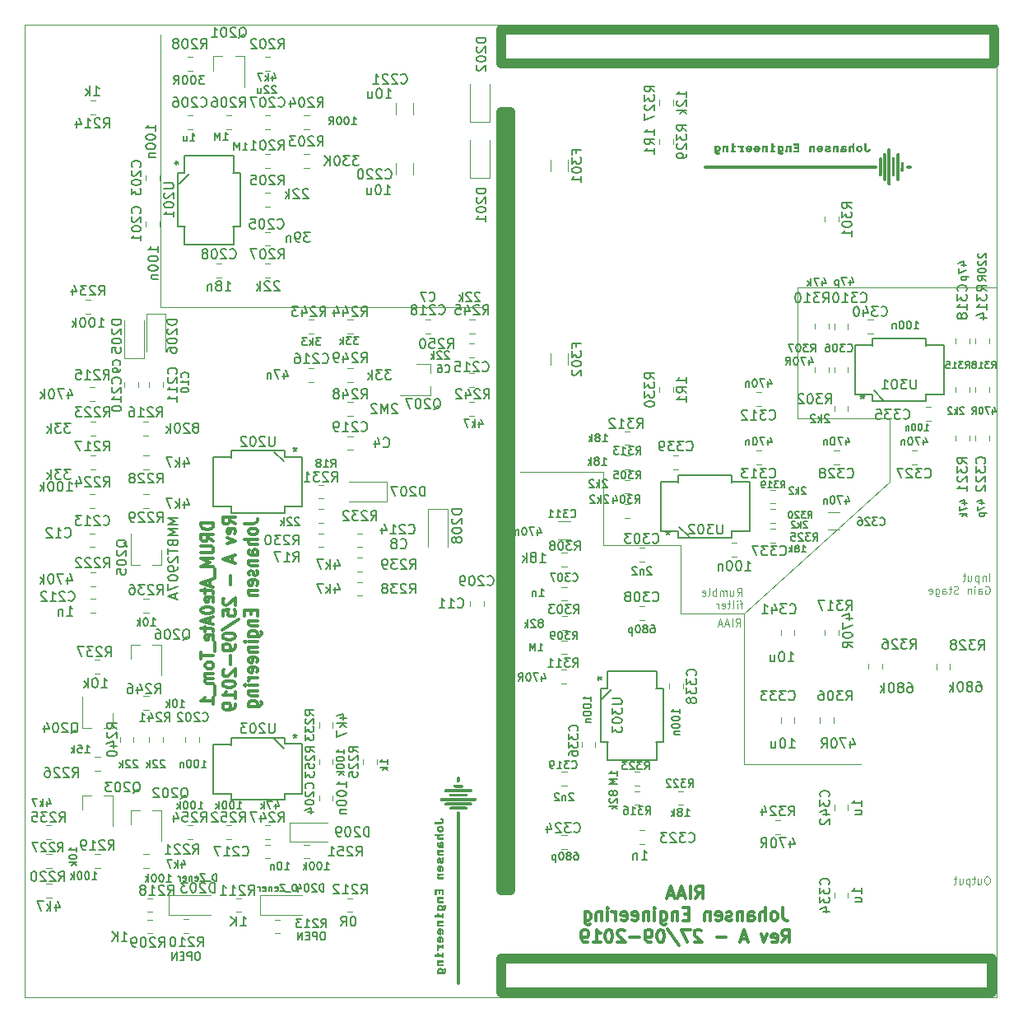
<source format=gbr>
%TF.GenerationSoftware,KiCad,Pcbnew,(5.1.0)-1*%
%TF.CreationDate,2019-09-28T12:36:15+02:00*%
%TF.ProjectId,KicadJE_AteOhAte,4b696361-644a-4455-9f41-74654f684174,rev?*%
%TF.SameCoordinates,Original*%
%TF.FileFunction,Legend,Bot*%
%TF.FilePolarity,Positive*%
%FSLAX46Y46*%
G04 Gerber Fmt 4.6, Leading zero omitted, Abs format (unit mm)*
G04 Created by KiCad (PCBNEW (5.1.0)-1) date 2019-09-28 12:36:15*
%MOMM*%
%LPD*%
G04 APERTURE LIST*
%ADD10C,0.100000*%
%ADD11C,0.120000*%
%ADD12C,1.000000*%
%ADD13C,0.300000*%
%ADD14C,0.050000*%
%ADD15C,0.010000*%
%ADD16C,0.150000*%
G04 APERTURE END LIST*
D10*
X149092142Y-137561904D02*
X148939761Y-137561904D01*
X148863571Y-137600000D01*
X148787380Y-137676190D01*
X148749285Y-137828571D01*
X148749285Y-138095238D01*
X148787380Y-138247619D01*
X148863571Y-138323809D01*
X148939761Y-138361904D01*
X149092142Y-138361904D01*
X149168333Y-138323809D01*
X149244523Y-138247619D01*
X149282619Y-138095238D01*
X149282619Y-137828571D01*
X149244523Y-137676190D01*
X149168333Y-137600000D01*
X149092142Y-137561904D01*
X148063571Y-137828571D02*
X148063571Y-138361904D01*
X148406428Y-137828571D02*
X148406428Y-138247619D01*
X148368333Y-138323809D01*
X148292142Y-138361904D01*
X148177857Y-138361904D01*
X148101666Y-138323809D01*
X148063571Y-138285714D01*
X147796904Y-137828571D02*
X147492142Y-137828571D01*
X147682619Y-137561904D02*
X147682619Y-138247619D01*
X147644523Y-138323809D01*
X147568333Y-138361904D01*
X147492142Y-138361904D01*
X147225476Y-137828571D02*
X147225476Y-138628571D01*
X147225476Y-137866666D02*
X147149285Y-137828571D01*
X146996904Y-137828571D01*
X146920714Y-137866666D01*
X146882619Y-137904761D01*
X146844523Y-137980952D01*
X146844523Y-138209523D01*
X146882619Y-138285714D01*
X146920714Y-138323809D01*
X146996904Y-138361904D01*
X147149285Y-138361904D01*
X147225476Y-138323809D01*
X146158809Y-137828571D02*
X146158809Y-138361904D01*
X146501666Y-137828571D02*
X146501666Y-138247619D01*
X146463571Y-138323809D01*
X146387380Y-138361904D01*
X146273095Y-138361904D01*
X146196904Y-138323809D01*
X146158809Y-138285714D01*
X145892142Y-137828571D02*
X145587380Y-137828571D01*
X145777857Y-137561904D02*
X145777857Y-138247619D01*
X145739761Y-138323809D01*
X145663571Y-138361904D01*
X145587380Y-138361904D01*
X149244523Y-107211904D02*
X149244523Y-106411904D01*
X148863571Y-106678571D02*
X148863571Y-107211904D01*
X148863571Y-106754761D02*
X148825476Y-106716666D01*
X148749285Y-106678571D01*
X148635000Y-106678571D01*
X148558809Y-106716666D01*
X148520714Y-106792857D01*
X148520714Y-107211904D01*
X148139761Y-106678571D02*
X148139761Y-107478571D01*
X148139761Y-106716666D02*
X148063571Y-106678571D01*
X147911190Y-106678571D01*
X147835000Y-106716666D01*
X147796904Y-106754761D01*
X147758809Y-106830952D01*
X147758809Y-107059523D01*
X147796904Y-107135714D01*
X147835000Y-107173809D01*
X147911190Y-107211904D01*
X148063571Y-107211904D01*
X148139761Y-107173809D01*
X147073095Y-106678571D02*
X147073095Y-107211904D01*
X147415952Y-106678571D02*
X147415952Y-107097619D01*
X147377857Y-107173809D01*
X147301666Y-107211904D01*
X147187380Y-107211904D01*
X147111190Y-107173809D01*
X147073095Y-107135714D01*
X146806428Y-106678571D02*
X146501666Y-106678571D01*
X146692142Y-106411904D02*
X146692142Y-107097619D01*
X146654047Y-107173809D01*
X146577857Y-107211904D01*
X146501666Y-107211904D01*
X148825476Y-107750000D02*
X148901666Y-107711904D01*
X149015952Y-107711904D01*
X149130238Y-107750000D01*
X149206428Y-107826190D01*
X149244523Y-107902380D01*
X149282619Y-108054761D01*
X149282619Y-108169047D01*
X149244523Y-108321428D01*
X149206428Y-108397619D01*
X149130238Y-108473809D01*
X149015952Y-108511904D01*
X148939761Y-108511904D01*
X148825476Y-108473809D01*
X148787380Y-108435714D01*
X148787380Y-108169047D01*
X148939761Y-108169047D01*
X148101666Y-108511904D02*
X148101666Y-108092857D01*
X148139761Y-108016666D01*
X148215952Y-107978571D01*
X148368333Y-107978571D01*
X148444523Y-108016666D01*
X148101666Y-108473809D02*
X148177857Y-108511904D01*
X148368333Y-108511904D01*
X148444523Y-108473809D01*
X148482619Y-108397619D01*
X148482619Y-108321428D01*
X148444523Y-108245238D01*
X148368333Y-108207142D01*
X148177857Y-108207142D01*
X148101666Y-108169047D01*
X147720714Y-108511904D02*
X147720714Y-107978571D01*
X147720714Y-107711904D02*
X147758809Y-107750000D01*
X147720714Y-107788095D01*
X147682619Y-107750000D01*
X147720714Y-107711904D01*
X147720714Y-107788095D01*
X147339761Y-107978571D02*
X147339761Y-108511904D01*
X147339761Y-108054761D02*
X147301666Y-108016666D01*
X147225476Y-107978571D01*
X147111190Y-107978571D01*
X147035000Y-108016666D01*
X146996904Y-108092857D01*
X146996904Y-108511904D01*
X146044523Y-108473809D02*
X145930238Y-108511904D01*
X145739761Y-108511904D01*
X145663571Y-108473809D01*
X145625476Y-108435714D01*
X145587380Y-108359523D01*
X145587380Y-108283333D01*
X145625476Y-108207142D01*
X145663571Y-108169047D01*
X145739761Y-108130952D01*
X145892142Y-108092857D01*
X145968333Y-108054761D01*
X146006428Y-108016666D01*
X146044523Y-107940476D01*
X146044523Y-107864285D01*
X146006428Y-107788095D01*
X145968333Y-107750000D01*
X145892142Y-107711904D01*
X145701666Y-107711904D01*
X145587380Y-107750000D01*
X145358809Y-107978571D02*
X145054047Y-107978571D01*
X145244523Y-107711904D02*
X145244523Y-108397619D01*
X145206428Y-108473809D01*
X145130238Y-108511904D01*
X145054047Y-108511904D01*
X144444523Y-108511904D02*
X144444523Y-108092857D01*
X144482619Y-108016666D01*
X144558809Y-107978571D01*
X144711190Y-107978571D01*
X144787380Y-108016666D01*
X144444523Y-108473809D02*
X144520714Y-108511904D01*
X144711190Y-108511904D01*
X144787380Y-108473809D01*
X144825476Y-108397619D01*
X144825476Y-108321428D01*
X144787380Y-108245238D01*
X144711190Y-108207142D01*
X144520714Y-108207142D01*
X144444523Y-108169047D01*
X143720714Y-107978571D02*
X143720714Y-108626190D01*
X143758809Y-108702380D01*
X143796904Y-108740476D01*
X143873095Y-108778571D01*
X143987380Y-108778571D01*
X144063571Y-108740476D01*
X143720714Y-108473809D02*
X143796904Y-108511904D01*
X143949285Y-108511904D01*
X144025476Y-108473809D01*
X144063571Y-108435714D01*
X144101666Y-108359523D01*
X144101666Y-108130952D01*
X144063571Y-108054761D01*
X144025476Y-108016666D01*
X143949285Y-107978571D01*
X143796904Y-107978571D01*
X143720714Y-108016666D01*
X143035000Y-108473809D02*
X143111190Y-108511904D01*
X143263571Y-108511904D01*
X143339761Y-108473809D01*
X143377857Y-108397619D01*
X143377857Y-108092857D01*
X143339761Y-108016666D01*
X143263571Y-107978571D01*
X143111190Y-107978571D01*
X143035000Y-108016666D01*
X142996904Y-108092857D01*
X142996904Y-108169047D01*
X143377857Y-108245238D01*
X123287380Y-108711904D02*
X123554047Y-108330952D01*
X123744523Y-108711904D02*
X123744523Y-107911904D01*
X123439761Y-107911904D01*
X123363571Y-107950000D01*
X123325476Y-107988095D01*
X123287380Y-108064285D01*
X123287380Y-108178571D01*
X123325476Y-108254761D01*
X123363571Y-108292857D01*
X123439761Y-108330952D01*
X123744523Y-108330952D01*
X122601666Y-108178571D02*
X122601666Y-108711904D01*
X122944523Y-108178571D02*
X122944523Y-108597619D01*
X122906428Y-108673809D01*
X122830238Y-108711904D01*
X122715952Y-108711904D01*
X122639761Y-108673809D01*
X122601666Y-108635714D01*
X122220714Y-108711904D02*
X122220714Y-108178571D01*
X122220714Y-108254761D02*
X122182619Y-108216666D01*
X122106428Y-108178571D01*
X121992142Y-108178571D01*
X121915952Y-108216666D01*
X121877857Y-108292857D01*
X121877857Y-108711904D01*
X121877857Y-108292857D02*
X121839761Y-108216666D01*
X121763571Y-108178571D01*
X121649285Y-108178571D01*
X121573095Y-108216666D01*
X121535000Y-108292857D01*
X121535000Y-108711904D01*
X121154047Y-108711904D02*
X121154047Y-107911904D01*
X121154047Y-108216666D02*
X121077857Y-108178571D01*
X120925476Y-108178571D01*
X120849285Y-108216666D01*
X120811190Y-108254761D01*
X120773095Y-108330952D01*
X120773095Y-108559523D01*
X120811190Y-108635714D01*
X120849285Y-108673809D01*
X120925476Y-108711904D01*
X121077857Y-108711904D01*
X121154047Y-108673809D01*
X120315952Y-108711904D02*
X120392142Y-108673809D01*
X120430238Y-108597619D01*
X120430238Y-107911904D01*
X119706428Y-108673809D02*
X119782619Y-108711904D01*
X119935000Y-108711904D01*
X120011190Y-108673809D01*
X120049285Y-108597619D01*
X120049285Y-108292857D01*
X120011190Y-108216666D01*
X119935000Y-108178571D01*
X119782619Y-108178571D01*
X119706428Y-108216666D01*
X119668333Y-108292857D01*
X119668333Y-108369047D01*
X120049285Y-108445238D01*
X123858809Y-109478571D02*
X123554047Y-109478571D01*
X123744523Y-110011904D02*
X123744523Y-109326190D01*
X123706428Y-109250000D01*
X123630238Y-109211904D01*
X123554047Y-109211904D01*
X123287380Y-110011904D02*
X123287380Y-109478571D01*
X123287380Y-109211904D02*
X123325476Y-109250000D01*
X123287380Y-109288095D01*
X123249285Y-109250000D01*
X123287380Y-109211904D01*
X123287380Y-109288095D01*
X122792142Y-110011904D02*
X122868333Y-109973809D01*
X122906428Y-109897619D01*
X122906428Y-109211904D01*
X122601666Y-109478571D02*
X122296904Y-109478571D01*
X122487380Y-109211904D02*
X122487380Y-109897619D01*
X122449285Y-109973809D01*
X122373095Y-110011904D01*
X122296904Y-110011904D01*
X121725476Y-109973809D02*
X121801666Y-110011904D01*
X121954047Y-110011904D01*
X122030238Y-109973809D01*
X122068333Y-109897619D01*
X122068333Y-109592857D01*
X122030238Y-109516666D01*
X121954047Y-109478571D01*
X121801666Y-109478571D01*
X121725476Y-109516666D01*
X121687380Y-109592857D01*
X121687380Y-109669047D01*
X122068333Y-109745238D01*
X121344523Y-110011904D02*
X121344523Y-109478571D01*
X121344523Y-109630952D02*
X121306428Y-109554761D01*
X121268333Y-109516666D01*
X121192142Y-109478571D01*
X121115952Y-109478571D01*
X123128571Y-111861904D02*
X123395238Y-111480952D01*
X123585714Y-111861904D02*
X123585714Y-111061904D01*
X123280952Y-111061904D01*
X123204761Y-111100000D01*
X123166666Y-111138095D01*
X123128571Y-111214285D01*
X123128571Y-111328571D01*
X123166666Y-111404761D01*
X123204761Y-111442857D01*
X123280952Y-111480952D01*
X123585714Y-111480952D01*
X122785714Y-111861904D02*
X122785714Y-111061904D01*
X122442857Y-111633333D02*
X122061904Y-111633333D01*
X122519047Y-111861904D02*
X122252380Y-111061904D01*
X121985714Y-111861904D01*
X121757142Y-111633333D02*
X121376190Y-111633333D01*
X121833333Y-111861904D02*
X121566666Y-111061904D01*
X121300000Y-111861904D01*
D11*
X117500000Y-110500000D02*
X124000000Y-110500000D01*
X117500000Y-103500000D02*
X117500000Y-110500000D01*
X109500000Y-103500000D02*
X117500000Y-103500000D01*
X109500000Y-102500000D02*
X109500000Y-103500000D01*
X109500000Y-96000000D02*
X109500000Y-102500000D01*
X101000000Y-96000000D02*
X109500000Y-96000000D01*
X129500000Y-77000000D02*
X150000000Y-77000000D01*
X129500000Y-90500000D02*
X129500000Y-77000000D01*
X139000000Y-90500000D02*
X129500000Y-90500000D01*
X139000000Y-97000000D02*
X139000000Y-90500000D01*
X124000000Y-110500000D02*
X139000000Y-97000000D01*
X124000000Y-126000000D02*
X124000000Y-110500000D01*
X136000000Y-126000000D02*
X124000000Y-126000000D01*
D12*
X149750000Y-50500000D02*
X149750000Y-54000000D01*
X99000000Y-50500000D02*
X99000000Y-54000000D01*
X99000000Y-54000000D02*
X149750000Y-54000000D01*
X99000000Y-50500000D02*
X149750000Y-50500000D01*
X99000000Y-146000000D02*
X149500000Y-146000000D01*
X99000000Y-149500000D02*
X149500000Y-149500000D01*
X149500000Y-146000000D02*
X149500000Y-149500000D01*
X99000000Y-146000000D02*
X99000000Y-149500000D01*
D11*
X64000000Y-79000000D02*
X97000000Y-79000000D01*
X64000000Y-51000000D02*
X64000000Y-79000000D01*
D13*
X119021428Y-139838095D02*
X119454761Y-139219047D01*
X119764285Y-139838095D02*
X119764285Y-138538095D01*
X119269047Y-138538095D01*
X119145238Y-138600000D01*
X119083333Y-138661904D01*
X119021428Y-138785714D01*
X119021428Y-138971428D01*
X119083333Y-139095238D01*
X119145238Y-139157142D01*
X119269047Y-139219047D01*
X119764285Y-139219047D01*
X118464285Y-139838095D02*
X118464285Y-138538095D01*
X117907142Y-139466666D02*
X117288095Y-139466666D01*
X118030952Y-139838095D02*
X117597619Y-138538095D01*
X117164285Y-139838095D01*
X116792857Y-139466666D02*
X116173809Y-139466666D01*
X116916666Y-139838095D02*
X116483333Y-138538095D01*
X116050000Y-139838095D01*
X127997619Y-140788095D02*
X127997619Y-141716666D01*
X128059523Y-141902380D01*
X128183333Y-142026190D01*
X128369047Y-142088095D01*
X128492857Y-142088095D01*
X127192857Y-142088095D02*
X127316666Y-142026190D01*
X127378571Y-141964285D01*
X127440476Y-141840476D01*
X127440476Y-141469047D01*
X127378571Y-141345238D01*
X127316666Y-141283333D01*
X127192857Y-141221428D01*
X127007142Y-141221428D01*
X126883333Y-141283333D01*
X126821428Y-141345238D01*
X126759523Y-141469047D01*
X126759523Y-141840476D01*
X126821428Y-141964285D01*
X126883333Y-142026190D01*
X127007142Y-142088095D01*
X127192857Y-142088095D01*
X126202380Y-142088095D02*
X126202380Y-140788095D01*
X125645238Y-142088095D02*
X125645238Y-141407142D01*
X125707142Y-141283333D01*
X125830952Y-141221428D01*
X126016666Y-141221428D01*
X126140476Y-141283333D01*
X126202380Y-141345238D01*
X124469047Y-142088095D02*
X124469047Y-141407142D01*
X124530952Y-141283333D01*
X124654761Y-141221428D01*
X124902380Y-141221428D01*
X125026190Y-141283333D01*
X124469047Y-142026190D02*
X124592857Y-142088095D01*
X124902380Y-142088095D01*
X125026190Y-142026190D01*
X125088095Y-141902380D01*
X125088095Y-141778571D01*
X125026190Y-141654761D01*
X124902380Y-141592857D01*
X124592857Y-141592857D01*
X124469047Y-141530952D01*
X123849999Y-141221428D02*
X123849999Y-142088095D01*
X123849999Y-141345238D02*
X123788095Y-141283333D01*
X123664285Y-141221428D01*
X123478571Y-141221428D01*
X123354761Y-141283333D01*
X123292857Y-141407142D01*
X123292857Y-142088095D01*
X122735714Y-142026190D02*
X122611904Y-142088095D01*
X122364285Y-142088095D01*
X122240476Y-142026190D01*
X122178571Y-141902380D01*
X122178571Y-141840476D01*
X122240476Y-141716666D01*
X122364285Y-141654761D01*
X122549999Y-141654761D01*
X122673809Y-141592857D01*
X122735714Y-141469047D01*
X122735714Y-141407142D01*
X122673809Y-141283333D01*
X122549999Y-141221428D01*
X122364285Y-141221428D01*
X122240476Y-141283333D01*
X121126190Y-142026190D02*
X121249999Y-142088095D01*
X121497619Y-142088095D01*
X121621428Y-142026190D01*
X121683333Y-141902380D01*
X121683333Y-141407142D01*
X121621428Y-141283333D01*
X121497619Y-141221428D01*
X121249999Y-141221428D01*
X121126190Y-141283333D01*
X121064285Y-141407142D01*
X121064285Y-141530952D01*
X121683333Y-141654761D01*
X120507142Y-141221428D02*
X120507142Y-142088095D01*
X120507142Y-141345238D02*
X120445238Y-141283333D01*
X120321428Y-141221428D01*
X120135714Y-141221428D01*
X120011904Y-141283333D01*
X119949999Y-141407142D01*
X119949999Y-142088095D01*
X118340476Y-141407142D02*
X117907142Y-141407142D01*
X117721428Y-142088095D02*
X118340476Y-142088095D01*
X118340476Y-140788095D01*
X117721428Y-140788095D01*
X117164285Y-141221428D02*
X117164285Y-142088095D01*
X117164285Y-141345238D02*
X117102380Y-141283333D01*
X116978571Y-141221428D01*
X116792857Y-141221428D01*
X116669047Y-141283333D01*
X116607142Y-141407142D01*
X116607142Y-142088095D01*
X115430952Y-141221428D02*
X115430952Y-142273809D01*
X115492857Y-142397619D01*
X115554761Y-142459523D01*
X115678571Y-142521428D01*
X115864285Y-142521428D01*
X115988095Y-142459523D01*
X115430952Y-142026190D02*
X115554761Y-142088095D01*
X115802380Y-142088095D01*
X115926190Y-142026190D01*
X115988095Y-141964285D01*
X116049999Y-141840476D01*
X116049999Y-141469047D01*
X115988095Y-141345238D01*
X115926190Y-141283333D01*
X115802380Y-141221428D01*
X115554761Y-141221428D01*
X115430952Y-141283333D01*
X114811904Y-142088095D02*
X114811904Y-141221428D01*
X114811904Y-140788095D02*
X114873809Y-140850000D01*
X114811904Y-140911904D01*
X114749999Y-140850000D01*
X114811904Y-140788095D01*
X114811904Y-140911904D01*
X114192857Y-141221428D02*
X114192857Y-142088095D01*
X114192857Y-141345238D02*
X114130952Y-141283333D01*
X114007142Y-141221428D01*
X113821428Y-141221428D01*
X113697619Y-141283333D01*
X113635714Y-141407142D01*
X113635714Y-142088095D01*
X112521428Y-142026190D02*
X112645238Y-142088095D01*
X112892857Y-142088095D01*
X113016666Y-142026190D01*
X113078571Y-141902380D01*
X113078571Y-141407142D01*
X113016666Y-141283333D01*
X112892857Y-141221428D01*
X112645238Y-141221428D01*
X112521428Y-141283333D01*
X112459523Y-141407142D01*
X112459523Y-141530952D01*
X113078571Y-141654761D01*
X111407142Y-142026190D02*
X111530952Y-142088095D01*
X111778571Y-142088095D01*
X111902380Y-142026190D01*
X111964285Y-141902380D01*
X111964285Y-141407142D01*
X111902380Y-141283333D01*
X111778571Y-141221428D01*
X111530952Y-141221428D01*
X111407142Y-141283333D01*
X111345238Y-141407142D01*
X111345238Y-141530952D01*
X111964285Y-141654761D01*
X110788095Y-142088095D02*
X110788095Y-141221428D01*
X110788095Y-141469047D02*
X110726190Y-141345238D01*
X110664285Y-141283333D01*
X110540476Y-141221428D01*
X110416666Y-141221428D01*
X109983333Y-142088095D02*
X109983333Y-141221428D01*
X109983333Y-140788095D02*
X110045238Y-140850000D01*
X109983333Y-140911904D01*
X109921428Y-140850000D01*
X109983333Y-140788095D01*
X109983333Y-140911904D01*
X109364285Y-141221428D02*
X109364285Y-142088095D01*
X109364285Y-141345238D02*
X109302380Y-141283333D01*
X109178571Y-141221428D01*
X108992857Y-141221428D01*
X108869047Y-141283333D01*
X108807142Y-141407142D01*
X108807142Y-142088095D01*
X107630952Y-141221428D02*
X107630952Y-142273809D01*
X107692857Y-142397619D01*
X107754761Y-142459523D01*
X107878571Y-142521428D01*
X108064285Y-142521428D01*
X108188095Y-142459523D01*
X107630952Y-142026190D02*
X107754761Y-142088095D01*
X108002380Y-142088095D01*
X108126190Y-142026190D01*
X108188095Y-141964285D01*
X108249999Y-141840476D01*
X108249999Y-141469047D01*
X108188095Y-141345238D01*
X108126190Y-141283333D01*
X108002380Y-141221428D01*
X107754761Y-141221428D01*
X107630952Y-141283333D01*
X127935714Y-144338095D02*
X128369047Y-143719047D01*
X128678571Y-144338095D02*
X128678571Y-143038095D01*
X128183333Y-143038095D01*
X128059523Y-143100000D01*
X127997619Y-143161904D01*
X127935714Y-143285714D01*
X127935714Y-143471428D01*
X127997619Y-143595238D01*
X128059523Y-143657142D01*
X128183333Y-143719047D01*
X128678571Y-143719047D01*
X126883333Y-144276190D02*
X127007142Y-144338095D01*
X127254761Y-144338095D01*
X127378571Y-144276190D01*
X127440476Y-144152380D01*
X127440476Y-143657142D01*
X127378571Y-143533333D01*
X127254761Y-143471428D01*
X127007142Y-143471428D01*
X126883333Y-143533333D01*
X126821428Y-143657142D01*
X126821428Y-143780952D01*
X127440476Y-143904761D01*
X126388095Y-143471428D02*
X126078571Y-144338095D01*
X125769047Y-143471428D01*
X124345238Y-143966666D02*
X123726190Y-143966666D01*
X124469047Y-144338095D02*
X124035714Y-143038095D01*
X123602380Y-144338095D01*
X122178571Y-143842857D02*
X121188095Y-143842857D01*
X119640476Y-143161904D02*
X119578571Y-143100000D01*
X119454761Y-143038095D01*
X119145238Y-143038095D01*
X119021428Y-143100000D01*
X118959523Y-143161904D01*
X118897619Y-143285714D01*
X118897619Y-143409523D01*
X118959523Y-143595238D01*
X119702380Y-144338095D01*
X118897619Y-144338095D01*
X118464285Y-143038095D02*
X117597619Y-143038095D01*
X118154761Y-144338095D01*
X116173809Y-142976190D02*
X117288095Y-144647619D01*
X115492857Y-143038095D02*
X115369047Y-143038095D01*
X115245238Y-143100000D01*
X115183333Y-143161904D01*
X115121428Y-143285714D01*
X115059523Y-143533333D01*
X115059523Y-143842857D01*
X115121428Y-144090476D01*
X115183333Y-144214285D01*
X115245238Y-144276190D01*
X115369047Y-144338095D01*
X115492857Y-144338095D01*
X115616666Y-144276190D01*
X115678571Y-144214285D01*
X115740476Y-144090476D01*
X115802380Y-143842857D01*
X115802380Y-143533333D01*
X115740476Y-143285714D01*
X115678571Y-143161904D01*
X115616666Y-143100000D01*
X115492857Y-143038095D01*
X114440476Y-144338095D02*
X114192857Y-144338095D01*
X114069047Y-144276190D01*
X114007142Y-144214285D01*
X113883333Y-144028571D01*
X113821428Y-143780952D01*
X113821428Y-143285714D01*
X113883333Y-143161904D01*
X113945238Y-143100000D01*
X114069047Y-143038095D01*
X114316666Y-143038095D01*
X114440476Y-143100000D01*
X114502380Y-143161904D01*
X114564285Y-143285714D01*
X114564285Y-143595238D01*
X114502380Y-143719047D01*
X114440476Y-143780952D01*
X114316666Y-143842857D01*
X114069047Y-143842857D01*
X113945238Y-143780952D01*
X113883333Y-143719047D01*
X113821428Y-143595238D01*
X113264285Y-143842857D02*
X112273809Y-143842857D01*
X111716666Y-143161904D02*
X111654761Y-143100000D01*
X111530952Y-143038095D01*
X111221428Y-143038095D01*
X111097619Y-143100000D01*
X111035714Y-143161904D01*
X110973809Y-143285714D01*
X110973809Y-143409523D01*
X111035714Y-143595238D01*
X111778571Y-144338095D01*
X110973809Y-144338095D01*
X110169047Y-143038095D02*
X110045238Y-143038095D01*
X109921428Y-143100000D01*
X109859523Y-143161904D01*
X109797619Y-143285714D01*
X109735714Y-143533333D01*
X109735714Y-143842857D01*
X109797619Y-144090476D01*
X109859523Y-144214285D01*
X109921428Y-144276190D01*
X110045238Y-144338095D01*
X110169047Y-144338095D01*
X110292857Y-144276190D01*
X110354761Y-144214285D01*
X110416666Y-144090476D01*
X110478571Y-143842857D01*
X110478571Y-143533333D01*
X110416666Y-143285714D01*
X110354761Y-143161904D01*
X110292857Y-143100000D01*
X110169047Y-143038095D01*
X108497619Y-144338095D02*
X109240476Y-144338095D01*
X108869047Y-144338095D02*
X108869047Y-143038095D01*
X108992857Y-143223809D01*
X109116666Y-143347619D01*
X109240476Y-143409523D01*
X107878571Y-144338095D02*
X107630952Y-144338095D01*
X107507142Y-144276190D01*
X107445238Y-144214285D01*
X107321428Y-144028571D01*
X107259523Y-143780952D01*
X107259523Y-143285714D01*
X107321428Y-143161904D01*
X107383333Y-143100000D01*
X107507142Y-143038095D01*
X107754761Y-143038095D01*
X107878571Y-143100000D01*
X107940476Y-143161904D01*
X108002380Y-143285714D01*
X108002380Y-143595238D01*
X107940476Y-143719047D01*
X107878571Y-143780952D01*
X107754761Y-143842857D01*
X107507142Y-143842857D01*
X107383333Y-143780952D01*
X107321428Y-143719047D01*
X107259523Y-143595238D01*
X69438095Y-101214285D02*
X68138095Y-101214285D01*
X68138095Y-101500000D01*
X68200000Y-101671428D01*
X68323809Y-101785714D01*
X68447619Y-101842857D01*
X68695238Y-101900000D01*
X68880952Y-101900000D01*
X69128571Y-101842857D01*
X69252380Y-101785714D01*
X69376190Y-101671428D01*
X69438095Y-101500000D01*
X69438095Y-101214285D01*
X69438095Y-103100000D02*
X68819047Y-102700000D01*
X69438095Y-102414285D02*
X68138095Y-102414285D01*
X68138095Y-102871428D01*
X68200000Y-102985714D01*
X68261904Y-103042857D01*
X68385714Y-103100000D01*
X68571428Y-103100000D01*
X68695238Y-103042857D01*
X68757142Y-102985714D01*
X68819047Y-102871428D01*
X68819047Y-102414285D01*
X68138095Y-103614285D02*
X69190476Y-103614285D01*
X69314285Y-103671428D01*
X69376190Y-103728571D01*
X69438095Y-103842857D01*
X69438095Y-104071428D01*
X69376190Y-104185714D01*
X69314285Y-104242857D01*
X69190476Y-104300000D01*
X68138095Y-104300000D01*
X69438095Y-104871428D02*
X68138095Y-104871428D01*
X69066666Y-105271428D01*
X68138095Y-105671428D01*
X69438095Y-105671428D01*
X69561904Y-105957142D02*
X69561904Y-106871428D01*
X69066666Y-107100000D02*
X69066666Y-107671428D01*
X69438095Y-106985714D02*
X68138095Y-107385714D01*
X69438095Y-107785714D01*
X68571428Y-108014285D02*
X68571428Y-108471428D01*
X68138095Y-108185714D02*
X69252380Y-108185714D01*
X69376190Y-108242857D01*
X69438095Y-108357142D01*
X69438095Y-108471428D01*
X69376190Y-109328571D02*
X69438095Y-109214285D01*
X69438095Y-108985714D01*
X69376190Y-108871428D01*
X69252380Y-108814285D01*
X68757142Y-108814285D01*
X68633333Y-108871428D01*
X68571428Y-108985714D01*
X68571428Y-109214285D01*
X68633333Y-109328571D01*
X68757142Y-109385714D01*
X68880952Y-109385714D01*
X69004761Y-108814285D01*
X68138095Y-110128571D02*
X68138095Y-110242857D01*
X68200000Y-110357142D01*
X68261904Y-110414285D01*
X68385714Y-110471428D01*
X68633333Y-110528571D01*
X68942857Y-110528571D01*
X69190476Y-110471428D01*
X69314285Y-110414285D01*
X69376190Y-110357142D01*
X69438095Y-110242857D01*
X69438095Y-110128571D01*
X69376190Y-110014285D01*
X69314285Y-109957142D01*
X69190476Y-109900000D01*
X68942857Y-109842857D01*
X68633333Y-109842857D01*
X68385714Y-109900000D01*
X68261904Y-109957142D01*
X68200000Y-110014285D01*
X68138095Y-110128571D01*
X69066666Y-110985714D02*
X69066666Y-111557142D01*
X69438095Y-110871428D02*
X68138095Y-111271428D01*
X69438095Y-111671428D01*
X68571428Y-111900000D02*
X68571428Y-112357142D01*
X68138095Y-112071428D02*
X69252380Y-112071428D01*
X69376190Y-112128571D01*
X69438095Y-112242857D01*
X69438095Y-112357142D01*
X69376190Y-113214285D02*
X69438095Y-113100000D01*
X69438095Y-112871428D01*
X69376190Y-112757142D01*
X69252380Y-112700000D01*
X68757142Y-112700000D01*
X68633333Y-112757142D01*
X68571428Y-112871428D01*
X68571428Y-113100000D01*
X68633333Y-113214285D01*
X68757142Y-113271428D01*
X68880952Y-113271428D01*
X69004761Y-112700000D01*
X69561904Y-113500000D02*
X69561904Y-114414285D01*
X68138095Y-114528571D02*
X68138095Y-115214285D01*
X69438095Y-114871428D02*
X68138095Y-114871428D01*
X69438095Y-115785714D02*
X69376190Y-115671428D01*
X69314285Y-115614285D01*
X69190476Y-115557142D01*
X68819047Y-115557142D01*
X68695238Y-115614285D01*
X68633333Y-115671428D01*
X68571428Y-115785714D01*
X68571428Y-115957142D01*
X68633333Y-116071428D01*
X68695238Y-116128571D01*
X68819047Y-116185714D01*
X69190476Y-116185714D01*
X69314285Y-116128571D01*
X69376190Y-116071428D01*
X69438095Y-115957142D01*
X69438095Y-115785714D01*
X69438095Y-116700000D02*
X68571428Y-116700000D01*
X68695238Y-116700000D02*
X68633333Y-116757142D01*
X68571428Y-116871428D01*
X68571428Y-117042857D01*
X68633333Y-117157142D01*
X68757142Y-117214285D01*
X69438095Y-117214285D01*
X68757142Y-117214285D02*
X68633333Y-117271428D01*
X68571428Y-117385714D01*
X68571428Y-117557142D01*
X68633333Y-117671428D01*
X68757142Y-117728571D01*
X69438095Y-117728571D01*
X69561904Y-118014285D02*
X69561904Y-118928571D01*
X69438095Y-119842857D02*
X69438095Y-119157142D01*
X69438095Y-119500000D02*
X68138095Y-119500000D01*
X68323809Y-119385714D01*
X68447619Y-119271428D01*
X68509523Y-119157142D01*
X71688095Y-101328571D02*
X71069047Y-100928571D01*
X71688095Y-100642857D02*
X70388095Y-100642857D01*
X70388095Y-101100000D01*
X70450000Y-101214285D01*
X70511904Y-101271428D01*
X70635714Y-101328571D01*
X70821428Y-101328571D01*
X70945238Y-101271428D01*
X71007142Y-101214285D01*
X71069047Y-101100000D01*
X71069047Y-100642857D01*
X71626190Y-102300000D02*
X71688095Y-102185714D01*
X71688095Y-101957142D01*
X71626190Y-101842857D01*
X71502380Y-101785714D01*
X71007142Y-101785714D01*
X70883333Y-101842857D01*
X70821428Y-101957142D01*
X70821428Y-102185714D01*
X70883333Y-102300000D01*
X71007142Y-102357142D01*
X71130952Y-102357142D01*
X71254761Y-101785714D01*
X70821428Y-102757142D02*
X71688095Y-103042857D01*
X70821428Y-103328571D01*
X71316666Y-104642857D02*
X71316666Y-105214285D01*
X71688095Y-104528571D02*
X70388095Y-104928571D01*
X71688095Y-105328571D01*
X71192857Y-106642857D02*
X71192857Y-107557142D01*
X70511904Y-108985714D02*
X70450000Y-109042857D01*
X70388095Y-109157142D01*
X70388095Y-109442857D01*
X70450000Y-109557142D01*
X70511904Y-109614285D01*
X70635714Y-109671428D01*
X70759523Y-109671428D01*
X70945238Y-109614285D01*
X71688095Y-108928571D01*
X71688095Y-109671428D01*
X70388095Y-110757142D02*
X70388095Y-110185714D01*
X71007142Y-110128571D01*
X70945238Y-110185714D01*
X70883333Y-110300000D01*
X70883333Y-110585714D01*
X70945238Y-110700000D01*
X71007142Y-110757142D01*
X71130952Y-110814285D01*
X71440476Y-110814285D01*
X71564285Y-110757142D01*
X71626190Y-110700000D01*
X71688095Y-110585714D01*
X71688095Y-110300000D01*
X71626190Y-110185714D01*
X71564285Y-110128571D01*
X70326190Y-112185714D02*
X71997619Y-111157142D01*
X70388095Y-112814285D02*
X70388095Y-112928571D01*
X70450000Y-113042857D01*
X70511904Y-113100000D01*
X70635714Y-113157142D01*
X70883333Y-113214285D01*
X71192857Y-113214285D01*
X71440476Y-113157142D01*
X71564285Y-113100000D01*
X71626190Y-113042857D01*
X71688095Y-112928571D01*
X71688095Y-112814285D01*
X71626190Y-112700000D01*
X71564285Y-112642857D01*
X71440476Y-112585714D01*
X71192857Y-112528571D01*
X70883333Y-112528571D01*
X70635714Y-112585714D01*
X70511904Y-112642857D01*
X70450000Y-112700000D01*
X70388095Y-112814285D01*
X71688095Y-113785714D02*
X71688095Y-114014285D01*
X71626190Y-114128571D01*
X71564285Y-114185714D01*
X71378571Y-114300000D01*
X71130952Y-114357142D01*
X70635714Y-114357142D01*
X70511904Y-114300000D01*
X70450000Y-114242857D01*
X70388095Y-114128571D01*
X70388095Y-113900000D01*
X70450000Y-113785714D01*
X70511904Y-113728571D01*
X70635714Y-113671428D01*
X70945238Y-113671428D01*
X71069047Y-113728571D01*
X71130952Y-113785714D01*
X71192857Y-113900000D01*
X71192857Y-114128571D01*
X71130952Y-114242857D01*
X71069047Y-114300000D01*
X70945238Y-114357142D01*
X71192857Y-114871428D02*
X71192857Y-115785714D01*
X70511904Y-116300000D02*
X70450000Y-116357142D01*
X70388095Y-116471428D01*
X70388095Y-116757142D01*
X70450000Y-116871428D01*
X70511904Y-116928571D01*
X70635714Y-116985714D01*
X70759523Y-116985714D01*
X70945238Y-116928571D01*
X71688095Y-116242857D01*
X71688095Y-116985714D01*
X70388095Y-117728571D02*
X70388095Y-117842857D01*
X70450000Y-117957142D01*
X70511904Y-118014285D01*
X70635714Y-118071428D01*
X70883333Y-118128571D01*
X71192857Y-118128571D01*
X71440476Y-118071428D01*
X71564285Y-118014285D01*
X71626190Y-117957142D01*
X71688095Y-117842857D01*
X71688095Y-117728571D01*
X71626190Y-117614285D01*
X71564285Y-117557142D01*
X71440476Y-117500000D01*
X71192857Y-117442857D01*
X70883333Y-117442857D01*
X70635714Y-117500000D01*
X70511904Y-117557142D01*
X70450000Y-117614285D01*
X70388095Y-117728571D01*
X71688095Y-119271428D02*
X71688095Y-118585714D01*
X71688095Y-118928571D02*
X70388095Y-118928571D01*
X70573809Y-118814285D01*
X70697619Y-118700000D01*
X70759523Y-118585714D01*
X71688095Y-119842857D02*
X71688095Y-120071428D01*
X71626190Y-120185714D01*
X71564285Y-120242857D01*
X71378571Y-120357142D01*
X71130952Y-120414285D01*
X70635714Y-120414285D01*
X70511904Y-120357142D01*
X70450000Y-120300000D01*
X70388095Y-120185714D01*
X70388095Y-119957142D01*
X70450000Y-119842857D01*
X70511904Y-119785714D01*
X70635714Y-119728571D01*
X70945238Y-119728571D01*
X71069047Y-119785714D01*
X71130952Y-119842857D01*
X71192857Y-119957142D01*
X71192857Y-120185714D01*
X71130952Y-120300000D01*
X71069047Y-120357142D01*
X70945238Y-120414285D01*
X72638095Y-101271428D02*
X73566666Y-101271428D01*
X73752380Y-101214285D01*
X73876190Y-101100000D01*
X73938095Y-100928571D01*
X73938095Y-100814285D01*
X73938095Y-102014285D02*
X73876190Y-101900000D01*
X73814285Y-101842857D01*
X73690476Y-101785714D01*
X73319047Y-101785714D01*
X73195238Y-101842857D01*
X73133333Y-101900000D01*
X73071428Y-102014285D01*
X73071428Y-102185714D01*
X73133333Y-102300000D01*
X73195238Y-102357142D01*
X73319047Y-102414285D01*
X73690476Y-102414285D01*
X73814285Y-102357142D01*
X73876190Y-102300000D01*
X73938095Y-102185714D01*
X73938095Y-102014285D01*
X73938095Y-102928571D02*
X72638095Y-102928571D01*
X73938095Y-103442857D02*
X73257142Y-103442857D01*
X73133333Y-103385714D01*
X73071428Y-103271428D01*
X73071428Y-103100000D01*
X73133333Y-102985714D01*
X73195238Y-102928571D01*
X73938095Y-104528571D02*
X73257142Y-104528571D01*
X73133333Y-104471428D01*
X73071428Y-104357142D01*
X73071428Y-104128571D01*
X73133333Y-104014285D01*
X73876190Y-104528571D02*
X73938095Y-104414285D01*
X73938095Y-104128571D01*
X73876190Y-104014285D01*
X73752380Y-103957142D01*
X73628571Y-103957142D01*
X73504761Y-104014285D01*
X73442857Y-104128571D01*
X73442857Y-104414285D01*
X73380952Y-104528571D01*
X73071428Y-105100000D02*
X73938095Y-105100000D01*
X73195238Y-105100000D02*
X73133333Y-105157142D01*
X73071428Y-105271428D01*
X73071428Y-105442857D01*
X73133333Y-105557142D01*
X73257142Y-105614285D01*
X73938095Y-105614285D01*
X73876190Y-106128571D02*
X73938095Y-106242857D01*
X73938095Y-106471428D01*
X73876190Y-106585714D01*
X73752380Y-106642857D01*
X73690476Y-106642857D01*
X73566666Y-106585714D01*
X73504761Y-106471428D01*
X73504761Y-106300000D01*
X73442857Y-106185714D01*
X73319047Y-106128571D01*
X73257142Y-106128571D01*
X73133333Y-106185714D01*
X73071428Y-106300000D01*
X73071428Y-106471428D01*
X73133333Y-106585714D01*
X73876190Y-107614285D02*
X73938095Y-107500000D01*
X73938095Y-107271428D01*
X73876190Y-107157142D01*
X73752380Y-107100000D01*
X73257142Y-107100000D01*
X73133333Y-107157142D01*
X73071428Y-107271428D01*
X73071428Y-107500000D01*
X73133333Y-107614285D01*
X73257142Y-107671428D01*
X73380952Y-107671428D01*
X73504761Y-107100000D01*
X73071428Y-108185714D02*
X73938095Y-108185714D01*
X73195238Y-108185714D02*
X73133333Y-108242857D01*
X73071428Y-108357142D01*
X73071428Y-108528571D01*
X73133333Y-108642857D01*
X73257142Y-108700000D01*
X73938095Y-108700000D01*
X73257142Y-110185714D02*
X73257142Y-110585714D01*
X73938095Y-110757142D02*
X73938095Y-110185714D01*
X72638095Y-110185714D01*
X72638095Y-110757142D01*
X73071428Y-111271428D02*
X73938095Y-111271428D01*
X73195238Y-111271428D02*
X73133333Y-111328571D01*
X73071428Y-111442857D01*
X73071428Y-111614285D01*
X73133333Y-111728571D01*
X73257142Y-111785714D01*
X73938095Y-111785714D01*
X73071428Y-112871428D02*
X74123809Y-112871428D01*
X74247619Y-112814285D01*
X74309523Y-112757142D01*
X74371428Y-112642857D01*
X74371428Y-112471428D01*
X74309523Y-112357142D01*
X73876190Y-112871428D02*
X73938095Y-112757142D01*
X73938095Y-112528571D01*
X73876190Y-112414285D01*
X73814285Y-112357142D01*
X73690476Y-112300000D01*
X73319047Y-112300000D01*
X73195238Y-112357142D01*
X73133333Y-112414285D01*
X73071428Y-112528571D01*
X73071428Y-112757142D01*
X73133333Y-112871428D01*
X73938095Y-113442857D02*
X73071428Y-113442857D01*
X72638095Y-113442857D02*
X72700000Y-113385714D01*
X72761904Y-113442857D01*
X72700000Y-113500000D01*
X72638095Y-113442857D01*
X72761904Y-113442857D01*
X73071428Y-114014285D02*
X73938095Y-114014285D01*
X73195238Y-114014285D02*
X73133333Y-114071428D01*
X73071428Y-114185714D01*
X73071428Y-114357142D01*
X73133333Y-114471428D01*
X73257142Y-114528571D01*
X73938095Y-114528571D01*
X73876190Y-115557142D02*
X73938095Y-115442857D01*
X73938095Y-115214285D01*
X73876190Y-115100000D01*
X73752380Y-115042857D01*
X73257142Y-115042857D01*
X73133333Y-115100000D01*
X73071428Y-115214285D01*
X73071428Y-115442857D01*
X73133333Y-115557142D01*
X73257142Y-115614285D01*
X73380952Y-115614285D01*
X73504761Y-115042857D01*
X73876190Y-116585714D02*
X73938095Y-116471428D01*
X73938095Y-116242857D01*
X73876190Y-116128571D01*
X73752380Y-116071428D01*
X73257142Y-116071428D01*
X73133333Y-116128571D01*
X73071428Y-116242857D01*
X73071428Y-116471428D01*
X73133333Y-116585714D01*
X73257142Y-116642857D01*
X73380952Y-116642857D01*
X73504761Y-116071428D01*
X73938095Y-117157142D02*
X73071428Y-117157142D01*
X73319047Y-117157142D02*
X73195238Y-117214285D01*
X73133333Y-117271428D01*
X73071428Y-117385714D01*
X73071428Y-117500000D01*
X73938095Y-117900000D02*
X73071428Y-117900000D01*
X72638095Y-117900000D02*
X72700000Y-117842857D01*
X72761904Y-117900000D01*
X72700000Y-117957142D01*
X72638095Y-117900000D01*
X72761904Y-117900000D01*
X73071428Y-118471428D02*
X73938095Y-118471428D01*
X73195238Y-118471428D02*
X73133333Y-118528571D01*
X73071428Y-118642857D01*
X73071428Y-118814285D01*
X73133333Y-118928571D01*
X73257142Y-118985714D01*
X73938095Y-118985714D01*
X73071428Y-120071428D02*
X74123809Y-120071428D01*
X74247619Y-120014285D01*
X74309523Y-119957142D01*
X74371428Y-119842857D01*
X74371428Y-119671428D01*
X74309523Y-119557142D01*
X73876190Y-120071428D02*
X73938095Y-119957142D01*
X73938095Y-119728571D01*
X73876190Y-119614285D01*
X73814285Y-119557142D01*
X73690476Y-119500000D01*
X73319047Y-119500000D01*
X73195238Y-119557142D01*
X73133333Y-119614285D01*
X73071428Y-119728571D01*
X73071428Y-119957142D01*
X73133333Y-120071428D01*
D12*
X99000000Y-59000000D02*
X100000000Y-59000000D01*
X99000000Y-139000000D02*
X100000000Y-139000000D01*
X100000000Y-59000000D02*
X100000000Y-139000000D01*
X99000000Y-59000000D02*
X99000000Y-139000000D01*
D14*
X50000000Y-150000000D02*
X50000000Y-50000000D01*
X150000000Y-150000000D02*
X50000000Y-150000000D01*
X150000000Y-50000000D02*
X150000000Y-150000000D01*
X50000000Y-50000000D02*
X150000000Y-50000000D01*
D15*
G36*
X122778400Y-62366400D02*
G01*
X122930800Y-62366400D01*
X122930800Y-62197066D01*
X122778400Y-62197066D01*
X122778400Y-62366400D01*
X122778400Y-62366400D01*
G37*
X122778400Y-62366400D02*
X122930800Y-62366400D01*
X122930800Y-62197066D01*
X122778400Y-62197066D01*
X122778400Y-62366400D01*
G36*
X126842401Y-62366400D02*
G01*
X126994801Y-62366400D01*
X126994801Y-62197066D01*
X126842401Y-62197066D01*
X126842401Y-62366400D01*
X126842401Y-62366400D01*
G37*
X126842401Y-62366400D02*
X126994801Y-62366400D01*
X126994801Y-62197066D01*
X126842401Y-62197066D01*
X126842401Y-62366400D01*
G36*
X121915847Y-62423091D02*
G01*
X121869073Y-62445498D01*
X121843101Y-62466569D01*
X121787800Y-62515938D01*
X121776894Y-63026800D01*
X121914800Y-63026800D01*
X121914800Y-62807876D01*
X121915581Y-62713090D01*
X121918329Y-62646503D01*
X121923656Y-62602473D01*
X121932174Y-62575360D01*
X121941410Y-62562343D01*
X121986284Y-62538633D01*
X122039253Y-62541165D01*
X122091331Y-62566939D01*
X122133531Y-62612952D01*
X122142584Y-62629539D01*
X122157431Y-62678409D01*
X122165993Y-62751506D01*
X122168799Y-62853400D01*
X122168800Y-62855792D01*
X122168800Y-63026800D01*
X122304267Y-63026800D01*
X122304267Y-62434133D01*
X122236534Y-62434133D01*
X122193078Y-62436190D01*
X122173758Y-62447042D01*
X122168893Y-62473709D01*
X122168800Y-62483240D01*
X122168800Y-62532347D01*
X122111227Y-62474773D01*
X122068309Y-62437651D01*
X122027580Y-62420913D01*
X121976028Y-62417200D01*
X121915847Y-62423091D01*
X121915847Y-62423091D01*
G37*
X121915847Y-62423091D02*
X121869073Y-62445498D01*
X121843101Y-62466569D01*
X121787800Y-62515938D01*
X121776894Y-63026800D01*
X121914800Y-63026800D01*
X121914800Y-62807876D01*
X121915581Y-62713090D01*
X121918329Y-62646503D01*
X121923656Y-62602473D01*
X121932174Y-62575360D01*
X121941410Y-62562343D01*
X121986284Y-62538633D01*
X122039253Y-62541165D01*
X122091331Y-62566939D01*
X122133531Y-62612952D01*
X122142584Y-62629539D01*
X122157431Y-62678409D01*
X122165993Y-62751506D01*
X122168799Y-62853400D01*
X122168800Y-62855792D01*
X122168800Y-63026800D01*
X122304267Y-63026800D01*
X122304267Y-62434133D01*
X122236534Y-62434133D01*
X122193078Y-62436190D01*
X122173758Y-62447042D01*
X122168893Y-62473709D01*
X122168800Y-62483240D01*
X122168800Y-62532347D01*
X122111227Y-62474773D01*
X122068309Y-62437651D01*
X122027580Y-62420913D01*
X121976028Y-62417200D01*
X121915847Y-62423091D01*
G36*
X122778400Y-62908267D02*
G01*
X122710667Y-62908267D01*
X122667300Y-62910061D01*
X122648027Y-62921139D01*
X122643085Y-62950045D01*
X122642934Y-62967533D01*
X122642934Y-63026800D01*
X123049334Y-63026800D01*
X123049334Y-62967533D01*
X123046713Y-62927811D01*
X123031923Y-62911520D01*
X122994578Y-62908274D01*
X122990067Y-62908267D01*
X122930800Y-62908267D01*
X122930800Y-62552667D01*
X122990067Y-62552667D01*
X123029790Y-62550045D01*
X123046080Y-62535256D01*
X123049326Y-62497911D01*
X123049334Y-62493400D01*
X123049334Y-62434133D01*
X122778400Y-62434133D01*
X122778400Y-62908267D01*
X122778400Y-62908267D01*
G37*
X122778400Y-62908267D02*
X122710667Y-62908267D01*
X122667300Y-62910061D01*
X122648027Y-62921139D01*
X122643085Y-62950045D01*
X122642934Y-62967533D01*
X122642934Y-63026800D01*
X123049334Y-63026800D01*
X123049334Y-62967533D01*
X123046713Y-62927811D01*
X123031923Y-62911520D01*
X122994578Y-62908274D01*
X122990067Y-62908267D01*
X122930800Y-62908267D01*
X122930800Y-62552667D01*
X122990067Y-62552667D01*
X123029790Y-62550045D01*
X123046080Y-62535256D01*
X123049326Y-62497911D01*
X123049334Y-62493400D01*
X123049334Y-62434133D01*
X122778400Y-62434133D01*
X122778400Y-62908267D01*
G36*
X123388401Y-62421217D02*
G01*
X123355312Y-62434513D01*
X123346645Y-62461241D01*
X123355849Y-62499508D01*
X123370051Y-62533509D01*
X123388522Y-62547309D01*
X123423209Y-62546721D01*
X123446199Y-62543475D01*
X123527845Y-62544189D01*
X123599696Y-62569055D01*
X123653191Y-62614506D01*
X123666276Y-62635158D01*
X123683092Y-62688770D01*
X123691937Y-62763648D01*
X123692800Y-62797359D01*
X123692800Y-62908267D01*
X123625067Y-62908267D01*
X123581700Y-62910061D01*
X123562427Y-62921139D01*
X123557485Y-62950045D01*
X123557334Y-62967533D01*
X123557334Y-63026800D01*
X123963734Y-63026800D01*
X123963734Y-62967533D01*
X123961683Y-62929587D01*
X123949022Y-62912723D01*
X123915987Y-62908399D01*
X123896000Y-62908267D01*
X123828267Y-62908267D01*
X123828267Y-62535733D01*
X123896000Y-62535733D01*
X123939432Y-62533727D01*
X123958739Y-62522856D01*
X123963627Y-62495841D01*
X123963734Y-62484933D01*
X123963734Y-62434133D01*
X123692800Y-62434133D01*
X123692800Y-62543854D01*
X123648809Y-62496410D01*
X123590049Y-62447692D01*
X123521673Y-62422955D01*
X123450398Y-62417459D01*
X123388401Y-62421217D01*
X123388401Y-62421217D01*
G37*
X123388401Y-62421217D02*
X123355312Y-62434513D01*
X123346645Y-62461241D01*
X123355849Y-62499508D01*
X123370051Y-62533509D01*
X123388522Y-62547309D01*
X123423209Y-62546721D01*
X123446199Y-62543475D01*
X123527845Y-62544189D01*
X123599696Y-62569055D01*
X123653191Y-62614506D01*
X123666276Y-62635158D01*
X123683092Y-62688770D01*
X123691937Y-62763648D01*
X123692800Y-62797359D01*
X123692800Y-62908267D01*
X123625067Y-62908267D01*
X123581700Y-62910061D01*
X123562427Y-62921139D01*
X123557485Y-62950045D01*
X123557334Y-62967533D01*
X123557334Y-63026800D01*
X123963734Y-63026800D01*
X123963734Y-62967533D01*
X123961683Y-62929587D01*
X123949022Y-62912723D01*
X123915987Y-62908399D01*
X123896000Y-62908267D01*
X123828267Y-62908267D01*
X123828267Y-62535733D01*
X123896000Y-62535733D01*
X123939432Y-62533727D01*
X123958739Y-62522856D01*
X123963627Y-62495841D01*
X123963734Y-62484933D01*
X123963734Y-62434133D01*
X123692800Y-62434133D01*
X123692800Y-62543854D01*
X123648809Y-62496410D01*
X123590049Y-62447692D01*
X123521673Y-62422955D01*
X123450398Y-62417459D01*
X123388401Y-62421217D01*
G36*
X125979847Y-62423091D02*
G01*
X125933073Y-62445498D01*
X125907101Y-62466569D01*
X125851800Y-62515938D01*
X125840894Y-63026800D01*
X125978800Y-63026800D01*
X125978800Y-62807876D01*
X125979581Y-62713090D01*
X125982329Y-62646503D01*
X125987656Y-62602473D01*
X125996174Y-62575360D01*
X126005410Y-62562343D01*
X126050284Y-62538633D01*
X126103253Y-62541165D01*
X126155331Y-62566939D01*
X126197531Y-62612952D01*
X126206584Y-62629539D01*
X126221431Y-62678409D01*
X126229993Y-62751506D01*
X126232799Y-62853400D01*
X126232800Y-62855792D01*
X126232800Y-63026800D01*
X126368267Y-63026800D01*
X126368267Y-62434133D01*
X126300534Y-62434133D01*
X126257078Y-62436190D01*
X126237758Y-62447042D01*
X126232893Y-62473709D01*
X126232800Y-62483240D01*
X126232800Y-62532347D01*
X126175227Y-62474773D01*
X126132309Y-62437651D01*
X126091580Y-62420913D01*
X126040028Y-62417200D01*
X125979847Y-62423091D01*
X125979847Y-62423091D01*
G37*
X125979847Y-62423091D02*
X125933073Y-62445498D01*
X125907101Y-62466569D01*
X125851800Y-62515938D01*
X125840894Y-63026800D01*
X125978800Y-63026800D01*
X125978800Y-62807876D01*
X125979581Y-62713090D01*
X125982329Y-62646503D01*
X125987656Y-62602473D01*
X125996174Y-62575360D01*
X126005410Y-62562343D01*
X126050284Y-62538633D01*
X126103253Y-62541165D01*
X126155331Y-62566939D01*
X126197531Y-62612952D01*
X126206584Y-62629539D01*
X126221431Y-62678409D01*
X126229993Y-62751506D01*
X126232799Y-62853400D01*
X126232800Y-62855792D01*
X126232800Y-63026800D01*
X126368267Y-63026800D01*
X126368267Y-62434133D01*
X126300534Y-62434133D01*
X126257078Y-62436190D01*
X126237758Y-62447042D01*
X126232893Y-62473709D01*
X126232800Y-62483240D01*
X126232800Y-62532347D01*
X126175227Y-62474773D01*
X126132309Y-62437651D01*
X126091580Y-62420913D01*
X126040028Y-62417200D01*
X125979847Y-62423091D01*
G36*
X126842401Y-62908267D02*
G01*
X126774667Y-62908267D01*
X126731300Y-62910061D01*
X126712027Y-62921139D01*
X126707085Y-62950045D01*
X126706934Y-62967533D01*
X126706934Y-63026800D01*
X127113334Y-63026800D01*
X127113334Y-62967533D01*
X127110713Y-62927811D01*
X127095923Y-62911520D01*
X127058578Y-62908274D01*
X127054067Y-62908267D01*
X126994801Y-62908267D01*
X126994801Y-62552667D01*
X127054067Y-62552667D01*
X127093790Y-62550045D01*
X127110080Y-62535256D01*
X127113326Y-62497911D01*
X127113334Y-62493400D01*
X127113334Y-62434133D01*
X126842401Y-62434133D01*
X126842401Y-62908267D01*
X126842401Y-62908267D01*
G37*
X126842401Y-62908267D02*
X126774667Y-62908267D01*
X126731300Y-62910061D01*
X126712027Y-62921139D01*
X126707085Y-62950045D01*
X126706934Y-62967533D01*
X126706934Y-63026800D01*
X127113334Y-63026800D01*
X127113334Y-62967533D01*
X127110713Y-62927811D01*
X127095923Y-62911520D01*
X127058578Y-62908274D01*
X127054067Y-62908267D01*
X126994801Y-62908267D01*
X126994801Y-62552667D01*
X127054067Y-62552667D01*
X127093790Y-62550045D01*
X127110080Y-62535256D01*
X127113326Y-62497911D01*
X127113334Y-62493400D01*
X127113334Y-62434133D01*
X126842401Y-62434133D01*
X126842401Y-62908267D01*
G36*
X128418247Y-62423091D02*
G01*
X128371473Y-62445498D01*
X128345501Y-62466569D01*
X128290201Y-62515938D01*
X128284747Y-62771369D01*
X128279294Y-63026800D01*
X128417201Y-63026800D01*
X128417201Y-62807876D01*
X128417981Y-62713090D01*
X128420729Y-62646503D01*
X128426056Y-62602473D01*
X128434574Y-62575360D01*
X128443810Y-62562343D01*
X128488684Y-62538633D01*
X128541653Y-62541165D01*
X128593731Y-62566939D01*
X128635931Y-62612952D01*
X128644984Y-62629539D01*
X128659831Y-62678409D01*
X128668393Y-62751506D01*
X128671199Y-62853400D01*
X128671201Y-62855792D01*
X128671201Y-63026800D01*
X128806667Y-63026800D01*
X128806667Y-62434133D01*
X128738934Y-62434133D01*
X128695478Y-62436190D01*
X128676158Y-62447042D01*
X128671293Y-62473709D01*
X128671201Y-62483240D01*
X128671201Y-62532347D01*
X128613627Y-62474773D01*
X128570709Y-62437651D01*
X128529980Y-62420913D01*
X128478428Y-62417200D01*
X128418247Y-62423091D01*
X128418247Y-62423091D01*
G37*
X128418247Y-62423091D02*
X128371473Y-62445498D01*
X128345501Y-62466569D01*
X128290201Y-62515938D01*
X128284747Y-62771369D01*
X128279294Y-63026800D01*
X128417201Y-63026800D01*
X128417201Y-62807876D01*
X128417981Y-62713090D01*
X128420729Y-62646503D01*
X128426056Y-62602473D01*
X128434574Y-62575360D01*
X128443810Y-62562343D01*
X128488684Y-62538633D01*
X128541653Y-62541165D01*
X128593731Y-62566939D01*
X128635931Y-62612952D01*
X128644984Y-62629539D01*
X128659831Y-62678409D01*
X128668393Y-62751506D01*
X128671199Y-62853400D01*
X128671201Y-62855792D01*
X128671201Y-63026800D01*
X128806667Y-63026800D01*
X128806667Y-62434133D01*
X128738934Y-62434133D01*
X128695478Y-62436190D01*
X128676158Y-62447042D01*
X128671293Y-62473709D01*
X128671201Y-62483240D01*
X128671201Y-62532347D01*
X128613627Y-62474773D01*
X128570709Y-62437651D01*
X128529980Y-62420913D01*
X128478428Y-62417200D01*
X128418247Y-62423091D01*
G36*
X129094534Y-62315600D02*
G01*
X129484001Y-62315600D01*
X129484001Y-62552667D01*
X129179201Y-62552667D01*
X129179201Y-62671200D01*
X129484001Y-62671200D01*
X129484001Y-62908267D01*
X129094534Y-62908267D01*
X129094534Y-63026800D01*
X129619467Y-63026800D01*
X129619467Y-62197066D01*
X129094534Y-62197066D01*
X129094534Y-62315600D01*
X129094534Y-62315600D01*
G37*
X129094534Y-62315600D02*
X129484001Y-62315600D01*
X129484001Y-62552667D01*
X129179201Y-62552667D01*
X129179201Y-62671200D01*
X129484001Y-62671200D01*
X129484001Y-62908267D01*
X129094534Y-62908267D01*
X129094534Y-63026800D01*
X129619467Y-63026800D01*
X129619467Y-62197066D01*
X129094534Y-62197066D01*
X129094534Y-62315600D01*
G36*
X130839714Y-62423091D02*
G01*
X130792940Y-62445498D01*
X130766968Y-62466569D01*
X130711667Y-62515938D01*
X130700761Y-63026800D01*
X130838667Y-63026800D01*
X130838667Y-62807876D01*
X130839447Y-62713090D01*
X130842195Y-62646503D01*
X130847523Y-62602473D01*
X130856040Y-62575360D01*
X130865277Y-62562343D01*
X130910151Y-62538633D01*
X130963120Y-62541165D01*
X131015198Y-62566939D01*
X131057398Y-62612952D01*
X131066451Y-62629539D01*
X131081298Y-62678409D01*
X131089859Y-62751506D01*
X131092666Y-62853400D01*
X131092667Y-62855792D01*
X131092667Y-63026800D01*
X131228134Y-63026800D01*
X131228134Y-62434133D01*
X131160400Y-62434133D01*
X131116944Y-62436190D01*
X131097625Y-62447042D01*
X131092760Y-62473709D01*
X131092667Y-62483240D01*
X131092667Y-62532347D01*
X131035094Y-62474773D01*
X130992176Y-62437651D01*
X130951447Y-62420913D01*
X130899894Y-62417200D01*
X130839714Y-62423091D01*
X130839714Y-62423091D01*
G37*
X130839714Y-62423091D02*
X130792940Y-62445498D01*
X130766968Y-62466569D01*
X130711667Y-62515938D01*
X130700761Y-63026800D01*
X130838667Y-63026800D01*
X130838667Y-62807876D01*
X130839447Y-62713090D01*
X130842195Y-62646503D01*
X130847523Y-62602473D01*
X130856040Y-62575360D01*
X130865277Y-62562343D01*
X130910151Y-62538633D01*
X130963120Y-62541165D01*
X131015198Y-62566939D01*
X131057398Y-62612952D01*
X131066451Y-62629539D01*
X131081298Y-62678409D01*
X131089859Y-62751506D01*
X131092666Y-62853400D01*
X131092667Y-62855792D01*
X131092667Y-63026800D01*
X131228134Y-63026800D01*
X131228134Y-62434133D01*
X131160400Y-62434133D01*
X131116944Y-62436190D01*
X131097625Y-62447042D01*
X131092760Y-62473709D01*
X131092667Y-62483240D01*
X131092667Y-62532347D01*
X131035094Y-62474773D01*
X130992176Y-62437651D01*
X130951447Y-62420913D01*
X130899894Y-62417200D01*
X130839714Y-62423091D01*
G36*
X133278114Y-62423091D02*
G01*
X133231340Y-62445498D01*
X133205368Y-62466569D01*
X133150067Y-62515938D01*
X133139161Y-63026800D01*
X133277067Y-63026800D01*
X133277067Y-62807876D01*
X133277847Y-62713090D01*
X133280595Y-62646503D01*
X133285923Y-62602473D01*
X133294440Y-62575360D01*
X133303677Y-62562343D01*
X133348551Y-62538633D01*
X133401520Y-62541165D01*
X133453598Y-62566939D01*
X133495798Y-62612952D01*
X133504851Y-62629539D01*
X133519698Y-62678409D01*
X133528259Y-62751506D01*
X133531066Y-62853400D01*
X133531067Y-62855792D01*
X133531067Y-63026800D01*
X133666534Y-63026800D01*
X133666534Y-62434133D01*
X133598800Y-62434133D01*
X133555344Y-62436190D01*
X133536025Y-62447042D01*
X133531160Y-62473709D01*
X133531067Y-62483240D01*
X133531067Y-62532347D01*
X133473494Y-62474773D01*
X133430576Y-62437651D01*
X133389847Y-62420913D01*
X133338294Y-62417200D01*
X133278114Y-62423091D01*
X133278114Y-62423091D01*
G37*
X133278114Y-62423091D02*
X133231340Y-62445498D01*
X133205368Y-62466569D01*
X133150067Y-62515938D01*
X133139161Y-63026800D01*
X133277067Y-63026800D01*
X133277067Y-62807876D01*
X133277847Y-62713090D01*
X133280595Y-62646503D01*
X133285923Y-62602473D01*
X133294440Y-62575360D01*
X133303677Y-62562343D01*
X133348551Y-62538633D01*
X133401520Y-62541165D01*
X133453598Y-62566939D01*
X133495798Y-62612952D01*
X133504851Y-62629539D01*
X133519698Y-62678409D01*
X133528259Y-62751506D01*
X133531066Y-62853400D01*
X133531067Y-62855792D01*
X133531067Y-63026800D01*
X133666534Y-63026800D01*
X133666534Y-62434133D01*
X133598800Y-62434133D01*
X133555344Y-62436190D01*
X133536025Y-62447042D01*
X133531160Y-62473709D01*
X133531067Y-62483240D01*
X133531067Y-62532347D01*
X133473494Y-62474773D01*
X133430576Y-62437651D01*
X133389847Y-62420913D01*
X133338294Y-62417200D01*
X133278114Y-62423091D01*
G36*
X135156667Y-62536267D02*
G01*
X135109095Y-62483025D01*
X135069852Y-62447467D01*
X135024697Y-62428874D01*
X134976046Y-62421569D01*
X134921409Y-62418858D01*
X134884255Y-62427095D01*
X134848769Y-62451046D01*
X134833119Y-62464647D01*
X134775667Y-62515938D01*
X134764761Y-63026800D01*
X134902667Y-63026800D01*
X134902667Y-62807876D01*
X134903447Y-62713090D01*
X134906195Y-62646503D01*
X134911523Y-62602473D01*
X134920040Y-62575360D01*
X134929277Y-62562343D01*
X134974151Y-62538633D01*
X135027120Y-62541165D01*
X135079198Y-62566939D01*
X135121398Y-62612952D01*
X135130451Y-62629539D01*
X135145298Y-62678409D01*
X135153859Y-62751506D01*
X135156666Y-62853400D01*
X135156667Y-62855792D01*
X135156667Y-63026800D01*
X135292134Y-63026800D01*
X135292134Y-62197066D01*
X135156667Y-62197066D01*
X135156667Y-62536267D01*
X135156667Y-62536267D01*
G37*
X135156667Y-62536267D02*
X135109095Y-62483025D01*
X135069852Y-62447467D01*
X135024697Y-62428874D01*
X134976046Y-62421569D01*
X134921409Y-62418858D01*
X134884255Y-62427095D01*
X134848769Y-62451046D01*
X134833119Y-62464647D01*
X134775667Y-62515938D01*
X134764761Y-63026800D01*
X134902667Y-63026800D01*
X134902667Y-62807876D01*
X134903447Y-62713090D01*
X134906195Y-62646503D01*
X134911523Y-62602473D01*
X134920040Y-62575360D01*
X134929277Y-62562343D01*
X134974151Y-62538633D01*
X135027120Y-62541165D01*
X135079198Y-62566939D01*
X135121398Y-62612952D01*
X135130451Y-62629539D01*
X135145298Y-62678409D01*
X135153859Y-62751506D01*
X135156666Y-62853400D01*
X135156667Y-62855792D01*
X135156667Y-63026800D01*
X135292134Y-63026800D01*
X135292134Y-62197066D01*
X135156667Y-62197066D01*
X135156667Y-62536267D01*
G36*
X124392783Y-62427717D02*
G01*
X124310559Y-62460655D01*
X124256642Y-62504149D01*
X124210185Y-62573393D01*
X124174358Y-62664642D01*
X124159846Y-62726233D01*
X124148466Y-62789733D01*
X124657274Y-62789733D01*
X124638358Y-62831250D01*
X124603980Y-62872372D01*
X124548510Y-62905290D01*
X124484693Y-62923295D01*
X124460708Y-62924828D01*
X124415058Y-62917499D01*
X124359052Y-62899606D01*
X124340928Y-62891980D01*
X124269388Y-62859505D01*
X124235331Y-62902802D01*
X124201274Y-62946098D01*
X124243277Y-62979137D01*
X124320411Y-63020380D01*
X124414045Y-63040868D01*
X124513226Y-63039676D01*
X124606999Y-63015879D01*
X124618781Y-63010824D01*
X124694552Y-62959215D01*
X124749259Y-62886991D01*
X124781380Y-62801195D01*
X124789391Y-62708873D01*
X124777052Y-62644580D01*
X124641372Y-62644580D01*
X124626846Y-62659856D01*
X124584551Y-62668048D01*
X124511924Y-62671035D01*
X124480200Y-62671200D01*
X124401150Y-62670004D01*
X124351168Y-62665976D01*
X124325526Y-62658457D01*
X124319334Y-62648752D01*
X124330801Y-62622860D01*
X124358829Y-62589303D01*
X124363031Y-62585252D01*
X124409265Y-62554824D01*
X124468421Y-62544381D01*
X124480200Y-62544200D01*
X124542892Y-62551935D01*
X124590154Y-62578777D01*
X124597370Y-62585252D01*
X124630692Y-62620339D01*
X124641372Y-62644580D01*
X124777052Y-62644580D01*
X124771771Y-62617067D01*
X124726996Y-62532823D01*
X124723169Y-62527852D01*
X124657050Y-62468884D01*
X124574379Y-62432256D01*
X124483507Y-62418392D01*
X124392783Y-62427717D01*
X124392783Y-62427717D01*
G37*
X124392783Y-62427717D02*
X124310559Y-62460655D01*
X124256642Y-62504149D01*
X124210185Y-62573393D01*
X124174358Y-62664642D01*
X124159846Y-62726233D01*
X124148466Y-62789733D01*
X124657274Y-62789733D01*
X124638358Y-62831250D01*
X124603980Y-62872372D01*
X124548510Y-62905290D01*
X124484693Y-62923295D01*
X124460708Y-62924828D01*
X124415058Y-62917499D01*
X124359052Y-62899606D01*
X124340928Y-62891980D01*
X124269388Y-62859505D01*
X124235331Y-62902802D01*
X124201274Y-62946098D01*
X124243277Y-62979137D01*
X124320411Y-63020380D01*
X124414045Y-63040868D01*
X124513226Y-63039676D01*
X124606999Y-63015879D01*
X124618781Y-63010824D01*
X124694552Y-62959215D01*
X124749259Y-62886991D01*
X124781380Y-62801195D01*
X124789391Y-62708873D01*
X124777052Y-62644580D01*
X124641372Y-62644580D01*
X124626846Y-62659856D01*
X124584551Y-62668048D01*
X124511924Y-62671035D01*
X124480200Y-62671200D01*
X124401150Y-62670004D01*
X124351168Y-62665976D01*
X124325526Y-62658457D01*
X124319334Y-62648752D01*
X124330801Y-62622860D01*
X124358829Y-62589303D01*
X124363031Y-62585252D01*
X124409265Y-62554824D01*
X124468421Y-62544381D01*
X124480200Y-62544200D01*
X124542892Y-62551935D01*
X124590154Y-62578777D01*
X124597370Y-62585252D01*
X124630692Y-62620339D01*
X124641372Y-62644580D01*
X124777052Y-62644580D01*
X124771771Y-62617067D01*
X124726996Y-62532823D01*
X124723169Y-62527852D01*
X124657050Y-62468884D01*
X124574379Y-62432256D01*
X124483507Y-62418392D01*
X124392783Y-62427717D01*
G36*
X125205583Y-62427717D02*
G01*
X125123359Y-62460655D01*
X125069442Y-62504149D01*
X125022985Y-62573393D01*
X124987158Y-62664642D01*
X124972646Y-62726233D01*
X124961266Y-62789733D01*
X125470074Y-62789733D01*
X125451158Y-62831250D01*
X125416780Y-62872372D01*
X125361310Y-62905290D01*
X125297493Y-62923295D01*
X125273508Y-62924828D01*
X125227858Y-62917499D01*
X125171852Y-62899606D01*
X125153728Y-62891980D01*
X125082188Y-62859505D01*
X125048131Y-62902802D01*
X125014074Y-62946098D01*
X125056077Y-62979137D01*
X125133211Y-63020380D01*
X125226845Y-63040868D01*
X125326026Y-63039676D01*
X125419799Y-63015879D01*
X125431581Y-63010824D01*
X125507352Y-62959215D01*
X125562059Y-62886991D01*
X125594180Y-62801195D01*
X125602191Y-62708873D01*
X125589852Y-62644580D01*
X125454172Y-62644580D01*
X125439646Y-62659856D01*
X125397351Y-62668048D01*
X125324724Y-62671035D01*
X125293000Y-62671200D01*
X125213950Y-62670004D01*
X125163968Y-62665976D01*
X125138326Y-62658457D01*
X125132134Y-62648752D01*
X125143601Y-62622860D01*
X125171629Y-62589303D01*
X125175831Y-62585252D01*
X125222065Y-62554824D01*
X125281221Y-62544381D01*
X125293000Y-62544200D01*
X125355692Y-62551935D01*
X125402954Y-62578777D01*
X125410170Y-62585252D01*
X125443492Y-62620339D01*
X125454172Y-62644580D01*
X125589852Y-62644580D01*
X125584571Y-62617067D01*
X125539796Y-62532823D01*
X125535969Y-62527852D01*
X125469850Y-62468884D01*
X125387179Y-62432256D01*
X125296307Y-62418392D01*
X125205583Y-62427717D01*
X125205583Y-62427717D01*
G37*
X125205583Y-62427717D02*
X125123359Y-62460655D01*
X125069442Y-62504149D01*
X125022985Y-62573393D01*
X124987158Y-62664642D01*
X124972646Y-62726233D01*
X124961266Y-62789733D01*
X125470074Y-62789733D01*
X125451158Y-62831250D01*
X125416780Y-62872372D01*
X125361310Y-62905290D01*
X125297493Y-62923295D01*
X125273508Y-62924828D01*
X125227858Y-62917499D01*
X125171852Y-62899606D01*
X125153728Y-62891980D01*
X125082188Y-62859505D01*
X125048131Y-62902802D01*
X125014074Y-62946098D01*
X125056077Y-62979137D01*
X125133211Y-63020380D01*
X125226845Y-63040868D01*
X125326026Y-63039676D01*
X125419799Y-63015879D01*
X125431581Y-63010824D01*
X125507352Y-62959215D01*
X125562059Y-62886991D01*
X125594180Y-62801195D01*
X125602191Y-62708873D01*
X125589852Y-62644580D01*
X125454172Y-62644580D01*
X125439646Y-62659856D01*
X125397351Y-62668048D01*
X125324724Y-62671035D01*
X125293000Y-62671200D01*
X125213950Y-62670004D01*
X125163968Y-62665976D01*
X125138326Y-62658457D01*
X125132134Y-62648752D01*
X125143601Y-62622860D01*
X125171629Y-62589303D01*
X125175831Y-62585252D01*
X125222065Y-62554824D01*
X125281221Y-62544381D01*
X125293000Y-62544200D01*
X125355692Y-62551935D01*
X125402954Y-62578777D01*
X125410170Y-62585252D01*
X125443492Y-62620339D01*
X125454172Y-62644580D01*
X125589852Y-62644580D01*
X125584571Y-62617067D01*
X125539796Y-62532823D01*
X125535969Y-62527852D01*
X125469850Y-62468884D01*
X125387179Y-62432256D01*
X125296307Y-62418392D01*
X125205583Y-62427717D01*
G36*
X131691050Y-62427717D02*
G01*
X131608825Y-62460655D01*
X131554909Y-62504149D01*
X131508452Y-62573393D01*
X131472625Y-62664642D01*
X131458113Y-62726233D01*
X131446733Y-62789733D01*
X131955541Y-62789733D01*
X131936625Y-62831250D01*
X131902246Y-62872372D01*
X131846777Y-62905290D01*
X131782960Y-62923295D01*
X131758975Y-62924828D01*
X131713325Y-62917499D01*
X131657319Y-62899606D01*
X131639194Y-62891980D01*
X131567655Y-62859505D01*
X131533598Y-62902802D01*
X131499541Y-62946098D01*
X131541543Y-62979137D01*
X131618678Y-63020380D01*
X131712312Y-63040868D01*
X131811492Y-63039676D01*
X131905265Y-63015879D01*
X131917047Y-63010824D01*
X131992819Y-62959215D01*
X132047526Y-62886991D01*
X132079646Y-62801195D01*
X132087658Y-62708873D01*
X132075319Y-62644580D01*
X131939638Y-62644580D01*
X131925113Y-62659856D01*
X131882818Y-62668048D01*
X131810190Y-62671035D01*
X131778467Y-62671200D01*
X131699417Y-62670004D01*
X131649435Y-62665976D01*
X131623792Y-62658457D01*
X131617600Y-62648752D01*
X131629067Y-62622860D01*
X131657096Y-62589303D01*
X131661298Y-62585252D01*
X131707531Y-62554824D01*
X131766687Y-62544381D01*
X131778467Y-62544200D01*
X131841159Y-62551935D01*
X131888421Y-62578777D01*
X131895636Y-62585252D01*
X131928958Y-62620339D01*
X131939638Y-62644580D01*
X132075319Y-62644580D01*
X132070038Y-62617067D01*
X132025263Y-62532823D01*
X132021436Y-62527852D01*
X131955317Y-62468884D01*
X131872646Y-62432256D01*
X131781773Y-62418392D01*
X131691050Y-62427717D01*
X131691050Y-62427717D01*
G37*
X131691050Y-62427717D02*
X131608825Y-62460655D01*
X131554909Y-62504149D01*
X131508452Y-62573393D01*
X131472625Y-62664642D01*
X131458113Y-62726233D01*
X131446733Y-62789733D01*
X131955541Y-62789733D01*
X131936625Y-62831250D01*
X131902246Y-62872372D01*
X131846777Y-62905290D01*
X131782960Y-62923295D01*
X131758975Y-62924828D01*
X131713325Y-62917499D01*
X131657319Y-62899606D01*
X131639194Y-62891980D01*
X131567655Y-62859505D01*
X131533598Y-62902802D01*
X131499541Y-62946098D01*
X131541543Y-62979137D01*
X131618678Y-63020380D01*
X131712312Y-63040868D01*
X131811492Y-63039676D01*
X131905265Y-63015879D01*
X131917047Y-63010824D01*
X131992819Y-62959215D01*
X132047526Y-62886991D01*
X132079646Y-62801195D01*
X132087658Y-62708873D01*
X132075319Y-62644580D01*
X131939638Y-62644580D01*
X131925113Y-62659856D01*
X131882818Y-62668048D01*
X131810190Y-62671035D01*
X131778467Y-62671200D01*
X131699417Y-62670004D01*
X131649435Y-62665976D01*
X131623792Y-62658457D01*
X131617600Y-62648752D01*
X131629067Y-62622860D01*
X131657096Y-62589303D01*
X131661298Y-62585252D01*
X131707531Y-62554824D01*
X131766687Y-62544381D01*
X131778467Y-62544200D01*
X131841159Y-62551935D01*
X131888421Y-62578777D01*
X131895636Y-62585252D01*
X131928958Y-62620339D01*
X131939638Y-62644580D01*
X132075319Y-62644580D01*
X132070038Y-62617067D01*
X132025263Y-62532823D01*
X132021436Y-62527852D01*
X131955317Y-62468884D01*
X131872646Y-62432256D01*
X131781773Y-62418392D01*
X131691050Y-62427717D01*
G36*
X132499157Y-62425849D02*
G01*
X132425547Y-62444038D01*
X132372104Y-62470810D01*
X132366014Y-62475948D01*
X132354555Y-62504002D01*
X132360975Y-62538643D01*
X132379605Y-62567544D01*
X132404774Y-62578379D01*
X132412250Y-62576484D01*
X132479952Y-62554938D01*
X132553005Y-62543348D01*
X132623021Y-62541616D01*
X132681614Y-62549647D01*
X132720394Y-62567343D01*
X132729872Y-62580139D01*
X132733236Y-62602607D01*
X132720639Y-62620377D01*
X132687484Y-62635711D01*
X132629174Y-62650870D01*
X132557025Y-62665193D01*
X132455285Y-62689266D01*
X132383608Y-62719569D01*
X132338369Y-62758878D01*
X132315940Y-62809972D01*
X132311867Y-62852971D01*
X132327007Y-62920649D01*
X132369295Y-62975217D01*
X132434033Y-63015087D01*
X132516524Y-63038672D01*
X132612071Y-63044386D01*
X132715974Y-63030643D01*
X132782100Y-63011803D01*
X132833107Y-62993043D01*
X132870002Y-62977360D01*
X132881746Y-62970566D01*
X132882998Y-62949501D01*
X132872163Y-62912006D01*
X132870355Y-62907512D01*
X132858443Y-62880706D01*
X132845306Y-62866760D01*
X132823396Y-62865315D01*
X132785161Y-62876010D01*
X132723050Y-62898485D01*
X132718267Y-62900249D01*
X132619117Y-62921140D01*
X132560637Y-62920694D01*
X132490951Y-62907598D01*
X132453202Y-62886750D01*
X132447391Y-62861677D01*
X132473521Y-62835909D01*
X132531596Y-62812974D01*
X132560543Y-62806044D01*
X132654044Y-62785881D01*
X132720598Y-62769246D01*
X132766623Y-62753850D01*
X132798535Y-62737405D01*
X132822752Y-62717624D01*
X132830217Y-62709901D01*
X132864791Y-62651345D01*
X132869518Y-62588281D01*
X132846672Y-62526931D01*
X132798527Y-62473522D01*
X132729865Y-62435210D01*
X132662428Y-62420190D01*
X132581821Y-62417485D01*
X132499157Y-62425849D01*
X132499157Y-62425849D01*
G37*
X132499157Y-62425849D02*
X132425547Y-62444038D01*
X132372104Y-62470810D01*
X132366014Y-62475948D01*
X132354555Y-62504002D01*
X132360975Y-62538643D01*
X132379605Y-62567544D01*
X132404774Y-62578379D01*
X132412250Y-62576484D01*
X132479952Y-62554938D01*
X132553005Y-62543348D01*
X132623021Y-62541616D01*
X132681614Y-62549647D01*
X132720394Y-62567343D01*
X132729872Y-62580139D01*
X132733236Y-62602607D01*
X132720639Y-62620377D01*
X132687484Y-62635711D01*
X132629174Y-62650870D01*
X132557025Y-62665193D01*
X132455285Y-62689266D01*
X132383608Y-62719569D01*
X132338369Y-62758878D01*
X132315940Y-62809972D01*
X132311867Y-62852971D01*
X132327007Y-62920649D01*
X132369295Y-62975217D01*
X132434033Y-63015087D01*
X132516524Y-63038672D01*
X132612071Y-63044386D01*
X132715974Y-63030643D01*
X132782100Y-63011803D01*
X132833107Y-62993043D01*
X132870002Y-62977360D01*
X132881746Y-62970566D01*
X132882998Y-62949501D01*
X132872163Y-62912006D01*
X132870355Y-62907512D01*
X132858443Y-62880706D01*
X132845306Y-62866760D01*
X132823396Y-62865315D01*
X132785161Y-62876010D01*
X132723050Y-62898485D01*
X132718267Y-62900249D01*
X132619117Y-62921140D01*
X132560637Y-62920694D01*
X132490951Y-62907598D01*
X132453202Y-62886750D01*
X132447391Y-62861677D01*
X132473521Y-62835909D01*
X132531596Y-62812974D01*
X132560543Y-62806044D01*
X132654044Y-62785881D01*
X132720598Y-62769246D01*
X132766623Y-62753850D01*
X132798535Y-62737405D01*
X132822752Y-62717624D01*
X132830217Y-62709901D01*
X132864791Y-62651345D01*
X132869518Y-62588281D01*
X132846672Y-62526931D01*
X132798527Y-62473522D01*
X132729865Y-62435210D01*
X132662428Y-62420190D01*
X132581821Y-62417485D01*
X132499157Y-62425849D01*
G36*
X134086320Y-62441944D02*
G01*
X134014708Y-62485525D01*
X133991110Y-62510565D01*
X133976353Y-62531943D01*
X133966164Y-62556307D01*
X133959710Y-62590050D01*
X133956154Y-62639567D01*
X133954665Y-62711253D01*
X133954400Y-62792017D01*
X133954400Y-63026800D01*
X134022134Y-63026800D01*
X134066379Y-63024003D01*
X134085950Y-63012588D01*
X134089867Y-62992426D01*
X134091430Y-62971082D01*
X134101502Y-62968907D01*
X134128162Y-62986403D01*
X134140620Y-62995576D01*
X134202341Y-63025366D01*
X134289033Y-63040153D01*
X134292701Y-63040428D01*
X134350543Y-63043296D01*
X134387728Y-63038586D01*
X134417299Y-63022062D01*
X134452300Y-62989487D01*
X134453615Y-62988172D01*
X134492610Y-62942725D01*
X134510054Y-62900742D01*
X134513200Y-62862353D01*
X134508359Y-62839584D01*
X134375109Y-62839584D01*
X134367823Y-62884473D01*
X134333700Y-62912505D01*
X134276568Y-62921201D01*
X134252200Y-62919263D01*
X134196022Y-62904967D01*
X134146579Y-62881320D01*
X134142133Y-62878199D01*
X134109093Y-62841179D01*
X134092976Y-62800759D01*
X134091923Y-62773864D01*
X134102724Y-62760801D01*
X134133643Y-62756805D01*
X134169176Y-62756822D01*
X134259442Y-62764674D01*
X134326156Y-62784918D01*
X134365790Y-62816139D01*
X134375109Y-62839584D01*
X134508359Y-62839584D01*
X134497908Y-62790434D01*
X134452829Y-62733001D01*
X134379159Y-62690865D01*
X134278097Y-62664840D01*
X134211755Y-62657719D01*
X134148161Y-62652780D01*
X134111617Y-62646607D01*
X134095326Y-62636718D01*
X134092495Y-62620634D01*
X134093222Y-62614449D01*
X134110897Y-62581244D01*
X134143830Y-62553745D01*
X134183818Y-62540852D01*
X134238785Y-62540892D01*
X134314125Y-62554378D01*
X134404134Y-62578531D01*
X134434178Y-62577973D01*
X134456338Y-62550465D01*
X134459383Y-62544061D01*
X134471957Y-62508700D01*
X134466912Y-62484706D01*
X134439209Y-62465476D01*
X134383809Y-62444405D01*
X134383164Y-62444185D01*
X134277124Y-62420160D01*
X134175984Y-62419785D01*
X134086320Y-62441944D01*
X134086320Y-62441944D01*
G37*
X134086320Y-62441944D02*
X134014708Y-62485525D01*
X133991110Y-62510565D01*
X133976353Y-62531943D01*
X133966164Y-62556307D01*
X133959710Y-62590050D01*
X133956154Y-62639567D01*
X133954665Y-62711253D01*
X133954400Y-62792017D01*
X133954400Y-63026800D01*
X134022134Y-63026800D01*
X134066379Y-63024003D01*
X134085950Y-63012588D01*
X134089867Y-62992426D01*
X134091430Y-62971082D01*
X134101502Y-62968907D01*
X134128162Y-62986403D01*
X134140620Y-62995576D01*
X134202341Y-63025366D01*
X134289033Y-63040153D01*
X134292701Y-63040428D01*
X134350543Y-63043296D01*
X134387728Y-63038586D01*
X134417299Y-63022062D01*
X134452300Y-62989487D01*
X134453615Y-62988172D01*
X134492610Y-62942725D01*
X134510054Y-62900742D01*
X134513200Y-62862353D01*
X134508359Y-62839584D01*
X134375109Y-62839584D01*
X134367823Y-62884473D01*
X134333700Y-62912505D01*
X134276568Y-62921201D01*
X134252200Y-62919263D01*
X134196022Y-62904967D01*
X134146579Y-62881320D01*
X134142133Y-62878199D01*
X134109093Y-62841179D01*
X134092976Y-62800759D01*
X134091923Y-62773864D01*
X134102724Y-62760801D01*
X134133643Y-62756805D01*
X134169176Y-62756822D01*
X134259442Y-62764674D01*
X134326156Y-62784918D01*
X134365790Y-62816139D01*
X134375109Y-62839584D01*
X134508359Y-62839584D01*
X134497908Y-62790434D01*
X134452829Y-62733001D01*
X134379159Y-62690865D01*
X134278097Y-62664840D01*
X134211755Y-62657719D01*
X134148161Y-62652780D01*
X134111617Y-62646607D01*
X134095326Y-62636718D01*
X134092495Y-62620634D01*
X134093222Y-62614449D01*
X134110897Y-62581244D01*
X134143830Y-62553745D01*
X134183818Y-62540852D01*
X134238785Y-62540892D01*
X134314125Y-62554378D01*
X134404134Y-62578531D01*
X134434178Y-62577973D01*
X134456338Y-62550465D01*
X134459383Y-62544061D01*
X134471957Y-62508700D01*
X134466912Y-62484706D01*
X134439209Y-62465476D01*
X134383809Y-62444405D01*
X134383164Y-62444185D01*
X134277124Y-62420160D01*
X134175984Y-62419785D01*
X134086320Y-62441944D01*
G36*
X135737645Y-62432167D02*
G01*
X135651368Y-62474702D01*
X135585518Y-62541261D01*
X135543620Y-62628297D01*
X135529201Y-62730467D01*
X135544005Y-62834596D01*
X135586211Y-62921187D01*
X135652508Y-62986975D01*
X135739585Y-63028695D01*
X135844132Y-63043082D01*
X135846157Y-63043070D01*
X135907231Y-63037786D01*
X135963146Y-63025339D01*
X135977934Y-63019829D01*
X136054097Y-62968619D01*
X136110245Y-62895689D01*
X136143885Y-62808300D01*
X136151267Y-62727485D01*
X136015081Y-62727485D01*
X136005484Y-62795111D01*
X135975442Y-62853755D01*
X135927763Y-62897030D01*
X135865253Y-62918551D01*
X135817977Y-62917844D01*
X135764643Y-62899415D01*
X135717137Y-62866826D01*
X135716377Y-62866074D01*
X135689775Y-62832927D01*
X135676794Y-62794211D01*
X135673150Y-62736497D01*
X135673134Y-62730467D01*
X135676006Y-62671410D01*
X135687756Y-62632012D01*
X135713086Y-62598323D01*
X135720085Y-62591151D01*
X135760539Y-62559267D01*
X135806604Y-62545948D01*
X135844318Y-62544200D01*
X135899130Y-62548533D01*
X135936103Y-62565605D01*
X135961712Y-62590833D01*
X136001426Y-62657264D01*
X136015081Y-62727485D01*
X136151267Y-62727485D01*
X136152526Y-62713711D01*
X136133677Y-62619184D01*
X136123729Y-62595000D01*
X136069393Y-62508978D01*
X135998141Y-62451826D01*
X135907919Y-62422252D01*
X135840821Y-62417200D01*
X135737645Y-62432167D01*
X135737645Y-62432167D01*
G37*
X135737645Y-62432167D02*
X135651368Y-62474702D01*
X135585518Y-62541261D01*
X135543620Y-62628297D01*
X135529201Y-62730467D01*
X135544005Y-62834596D01*
X135586211Y-62921187D01*
X135652508Y-62986975D01*
X135739585Y-63028695D01*
X135844132Y-63043082D01*
X135846157Y-63043070D01*
X135907231Y-63037786D01*
X135963146Y-63025339D01*
X135977934Y-63019829D01*
X136054097Y-62968619D01*
X136110245Y-62895689D01*
X136143885Y-62808300D01*
X136151267Y-62727485D01*
X136015081Y-62727485D01*
X136005484Y-62795111D01*
X135975442Y-62853755D01*
X135927763Y-62897030D01*
X135865253Y-62918551D01*
X135817977Y-62917844D01*
X135764643Y-62899415D01*
X135717137Y-62866826D01*
X135716377Y-62866074D01*
X135689775Y-62832927D01*
X135676794Y-62794211D01*
X135673150Y-62736497D01*
X135673134Y-62730467D01*
X135676006Y-62671410D01*
X135687756Y-62632012D01*
X135713086Y-62598323D01*
X135720085Y-62591151D01*
X135760539Y-62559267D01*
X135806604Y-62545948D01*
X135844318Y-62544200D01*
X135899130Y-62548533D01*
X135936103Y-62565605D01*
X135961712Y-62590833D01*
X136001426Y-62657264D01*
X136015081Y-62727485D01*
X136151267Y-62727485D01*
X136152526Y-62713711D01*
X136133677Y-62619184D01*
X136123729Y-62595000D01*
X136069393Y-62508978D01*
X135998141Y-62451826D01*
X135907919Y-62422252D01*
X135840821Y-62417200D01*
X135737645Y-62432167D01*
G36*
X136392801Y-62515212D02*
G01*
X136393057Y-62627928D01*
X136394195Y-62712471D01*
X136396764Y-62774533D01*
X136401315Y-62819807D01*
X136408400Y-62853985D01*
X136418569Y-62882758D01*
X136430901Y-62908912D01*
X136480337Y-62978863D01*
X136528267Y-63014074D01*
X136598213Y-63035523D01*
X136680980Y-63041837D01*
X136758731Y-63032266D01*
X136782258Y-63024709D01*
X136847850Y-62984287D01*
X136905479Y-62923486D01*
X136927809Y-62887941D01*
X136947417Y-62843522D01*
X136945363Y-62816872D01*
X136918906Y-62797671D01*
X136901823Y-62790157D01*
X136852662Y-62778387D01*
X136823224Y-62790386D01*
X136816134Y-62814627D01*
X136802359Y-62843581D01*
X136768416Y-62877093D01*
X136725383Y-62906650D01*
X136684333Y-62923739D01*
X136672286Y-62925200D01*
X136627498Y-62922029D01*
X136592949Y-62909993D01*
X136567348Y-62885305D01*
X136549405Y-62844179D01*
X136537829Y-62782830D01*
X136531329Y-62697472D01*
X136528615Y-62584318D01*
X136528267Y-62502707D01*
X136528267Y-62197066D01*
X136392801Y-62197066D01*
X136392801Y-62515212D01*
X136392801Y-62515212D01*
G37*
X136392801Y-62515212D02*
X136393057Y-62627928D01*
X136394195Y-62712471D01*
X136396764Y-62774533D01*
X136401315Y-62819807D01*
X136408400Y-62853985D01*
X136418569Y-62882758D01*
X136430901Y-62908912D01*
X136480337Y-62978863D01*
X136528267Y-63014074D01*
X136598213Y-63035523D01*
X136680980Y-63041837D01*
X136758731Y-63032266D01*
X136782258Y-63024709D01*
X136847850Y-62984287D01*
X136905479Y-62923486D01*
X136927809Y-62887941D01*
X136947417Y-62843522D01*
X136945363Y-62816872D01*
X136918906Y-62797671D01*
X136901823Y-62790157D01*
X136852662Y-62778387D01*
X136823224Y-62790386D01*
X136816134Y-62814627D01*
X136802359Y-62843581D01*
X136768416Y-62877093D01*
X136725383Y-62906650D01*
X136684333Y-62923739D01*
X136672286Y-62925200D01*
X136627498Y-62922029D01*
X136592949Y-62909993D01*
X136567348Y-62885305D01*
X136549405Y-62844179D01*
X136537829Y-62782830D01*
X136531329Y-62697472D01*
X136528615Y-62584318D01*
X136528267Y-62502707D01*
X136528267Y-62197066D01*
X136392801Y-62197066D01*
X136392801Y-62515212D01*
G36*
X121190035Y-62427272D02*
G01*
X121151960Y-62443035D01*
X121117739Y-62456278D01*
X121102191Y-62453017D01*
X121102000Y-62451501D01*
X121086979Y-62440626D01*
X121049454Y-62434576D01*
X121034267Y-62434133D01*
X120966534Y-62434133D01*
X120966534Y-62770296D01*
X120966713Y-62885592D01*
X120967588Y-62972208D01*
X120969665Y-63035330D01*
X120973450Y-63080145D01*
X120979450Y-63111840D01*
X120988171Y-63135599D01*
X121000120Y-63156610D01*
X121004971Y-63163996D01*
X121065513Y-63225593D01*
X121146349Y-63265107D01*
X121240814Y-63280952D01*
X121342245Y-63271542D01*
X121394261Y-63256597D01*
X121455096Y-63229893D01*
X121495264Y-63201969D01*
X121508400Y-63179002D01*
X121498752Y-63157527D01*
X121478727Y-63129373D01*
X121449053Y-63092728D01*
X121366306Y-63129331D01*
X121284655Y-63154167D01*
X121212350Y-63155029D01*
X121154442Y-63133772D01*
X121115976Y-63092249D01*
X121102001Y-63032317D01*
X121102000Y-63032207D01*
X121102000Y-62975130D01*
X121151960Y-63000965D01*
X121232718Y-63026043D01*
X121312009Y-63021009D01*
X121385145Y-62989466D01*
X121447440Y-62935016D01*
X121494207Y-62861261D01*
X121520762Y-62771804D01*
X121524924Y-62715925D01*
X121388940Y-62715925D01*
X121380217Y-62784004D01*
X121349931Y-62844455D01*
X121303337Y-62885477D01*
X121252473Y-62900013D01*
X121191738Y-62898357D01*
X121138722Y-62881732D01*
X121125890Y-62873146D01*
X121113153Y-62845779D01*
X121104920Y-62795576D01*
X121101285Y-62733139D01*
X121102340Y-62669071D01*
X121108178Y-62613974D01*
X121118891Y-62578452D01*
X121123262Y-62573035D01*
X121177487Y-62547153D01*
X121243104Y-62542135D01*
X121289394Y-62553133D01*
X121343163Y-62591768D01*
X121376466Y-62648939D01*
X121388940Y-62715925D01*
X121524924Y-62715925D01*
X121525055Y-62714179D01*
X121511236Y-62620696D01*
X121473820Y-62540545D01*
X121417899Y-62477426D01*
X121348566Y-62435040D01*
X121270914Y-62417088D01*
X121190035Y-62427272D01*
X121190035Y-62427272D01*
G37*
X121190035Y-62427272D02*
X121151960Y-62443035D01*
X121117739Y-62456278D01*
X121102191Y-62453017D01*
X121102000Y-62451501D01*
X121086979Y-62440626D01*
X121049454Y-62434576D01*
X121034267Y-62434133D01*
X120966534Y-62434133D01*
X120966534Y-62770296D01*
X120966713Y-62885592D01*
X120967588Y-62972208D01*
X120969665Y-63035330D01*
X120973450Y-63080145D01*
X120979450Y-63111840D01*
X120988171Y-63135599D01*
X121000120Y-63156610D01*
X121004971Y-63163996D01*
X121065513Y-63225593D01*
X121146349Y-63265107D01*
X121240814Y-63280952D01*
X121342245Y-63271542D01*
X121394261Y-63256597D01*
X121455096Y-63229893D01*
X121495264Y-63201969D01*
X121508400Y-63179002D01*
X121498752Y-63157527D01*
X121478727Y-63129373D01*
X121449053Y-63092728D01*
X121366306Y-63129331D01*
X121284655Y-63154167D01*
X121212350Y-63155029D01*
X121154442Y-63133772D01*
X121115976Y-63092249D01*
X121102001Y-63032317D01*
X121102000Y-63032207D01*
X121102000Y-62975130D01*
X121151960Y-63000965D01*
X121232718Y-63026043D01*
X121312009Y-63021009D01*
X121385145Y-62989466D01*
X121447440Y-62935016D01*
X121494207Y-62861261D01*
X121520762Y-62771804D01*
X121524924Y-62715925D01*
X121388940Y-62715925D01*
X121380217Y-62784004D01*
X121349931Y-62844455D01*
X121303337Y-62885477D01*
X121252473Y-62900013D01*
X121191738Y-62898357D01*
X121138722Y-62881732D01*
X121125890Y-62873146D01*
X121113153Y-62845779D01*
X121104920Y-62795576D01*
X121101285Y-62733139D01*
X121102340Y-62669071D01*
X121108178Y-62613974D01*
X121118891Y-62578452D01*
X121123262Y-62573035D01*
X121177487Y-62547153D01*
X121243104Y-62542135D01*
X121289394Y-62553133D01*
X121343163Y-62591768D01*
X121376466Y-62648939D01*
X121388940Y-62715925D01*
X121524924Y-62715925D01*
X121525055Y-62714179D01*
X121511236Y-62620696D01*
X121473820Y-62540545D01*
X121417899Y-62477426D01*
X121348566Y-62435040D01*
X121270914Y-62417088D01*
X121190035Y-62427272D01*
G36*
X127692435Y-62427272D02*
G01*
X127654360Y-62443035D01*
X127620139Y-62456278D01*
X127604591Y-62453017D01*
X127604401Y-62451501D01*
X127589379Y-62440626D01*
X127551854Y-62434576D01*
X127536667Y-62434133D01*
X127468934Y-62434133D01*
X127468934Y-62770296D01*
X127469113Y-62885592D01*
X127469988Y-62972208D01*
X127472065Y-63035330D01*
X127475850Y-63080145D01*
X127481850Y-63111840D01*
X127490571Y-63135599D01*
X127502520Y-63156610D01*
X127507371Y-63163996D01*
X127567913Y-63225593D01*
X127648749Y-63265107D01*
X127743214Y-63280952D01*
X127844645Y-63271542D01*
X127896661Y-63256597D01*
X127957496Y-63229893D01*
X127997664Y-63201969D01*
X128010801Y-63179002D01*
X128001152Y-63157527D01*
X127981127Y-63129373D01*
X127951453Y-63092728D01*
X127868706Y-63129331D01*
X127787055Y-63154167D01*
X127714750Y-63155029D01*
X127656842Y-63133772D01*
X127618376Y-63092249D01*
X127604401Y-63032317D01*
X127604401Y-62975130D01*
X127654360Y-63000965D01*
X127735118Y-63026043D01*
X127814409Y-63021009D01*
X127887545Y-62989466D01*
X127949840Y-62935016D01*
X127996607Y-62861261D01*
X128023162Y-62771804D01*
X128027324Y-62715925D01*
X127891340Y-62715925D01*
X127882617Y-62784004D01*
X127852331Y-62844455D01*
X127805737Y-62885477D01*
X127754873Y-62900013D01*
X127694138Y-62898357D01*
X127641122Y-62881732D01*
X127628290Y-62873146D01*
X127615553Y-62845779D01*
X127607320Y-62795576D01*
X127603685Y-62733139D01*
X127604740Y-62669071D01*
X127610578Y-62613974D01*
X127621291Y-62578452D01*
X127625662Y-62573035D01*
X127679887Y-62547153D01*
X127745504Y-62542135D01*
X127791794Y-62553133D01*
X127845563Y-62591768D01*
X127878866Y-62648939D01*
X127891340Y-62715925D01*
X128027324Y-62715925D01*
X128027455Y-62714179D01*
X128013636Y-62620696D01*
X127976220Y-62540545D01*
X127920299Y-62477426D01*
X127850966Y-62435040D01*
X127773314Y-62417088D01*
X127692435Y-62427272D01*
X127692435Y-62427272D01*
G37*
X127692435Y-62427272D02*
X127654360Y-62443035D01*
X127620139Y-62456278D01*
X127604591Y-62453017D01*
X127604401Y-62451501D01*
X127589379Y-62440626D01*
X127551854Y-62434576D01*
X127536667Y-62434133D01*
X127468934Y-62434133D01*
X127468934Y-62770296D01*
X127469113Y-62885592D01*
X127469988Y-62972208D01*
X127472065Y-63035330D01*
X127475850Y-63080145D01*
X127481850Y-63111840D01*
X127490571Y-63135599D01*
X127502520Y-63156610D01*
X127507371Y-63163996D01*
X127567913Y-63225593D01*
X127648749Y-63265107D01*
X127743214Y-63280952D01*
X127844645Y-63271542D01*
X127896661Y-63256597D01*
X127957496Y-63229893D01*
X127997664Y-63201969D01*
X128010801Y-63179002D01*
X128001152Y-63157527D01*
X127981127Y-63129373D01*
X127951453Y-63092728D01*
X127868706Y-63129331D01*
X127787055Y-63154167D01*
X127714750Y-63155029D01*
X127656842Y-63133772D01*
X127618376Y-63092249D01*
X127604401Y-63032317D01*
X127604401Y-62975130D01*
X127654360Y-63000965D01*
X127735118Y-63026043D01*
X127814409Y-63021009D01*
X127887545Y-62989466D01*
X127949840Y-62935016D01*
X127996607Y-62861261D01*
X128023162Y-62771804D01*
X128027324Y-62715925D01*
X127891340Y-62715925D01*
X127882617Y-62784004D01*
X127852331Y-62844455D01*
X127805737Y-62885477D01*
X127754873Y-62900013D01*
X127694138Y-62898357D01*
X127641122Y-62881732D01*
X127628290Y-62873146D01*
X127615553Y-62845779D01*
X127607320Y-62795576D01*
X127603685Y-62733139D01*
X127604740Y-62669071D01*
X127610578Y-62613974D01*
X127621291Y-62578452D01*
X127625662Y-62573035D01*
X127679887Y-62547153D01*
X127745504Y-62542135D01*
X127791794Y-62553133D01*
X127845563Y-62591768D01*
X127878866Y-62648939D01*
X127891340Y-62715925D01*
X128027324Y-62715925D01*
X128027455Y-62714179D01*
X128013636Y-62620696D01*
X127976220Y-62540545D01*
X127920299Y-62477426D01*
X127850966Y-62435040D01*
X127773314Y-62417088D01*
X127692435Y-62427272D01*
G36*
X119919619Y-64488391D02*
G01*
X119888471Y-64542916D01*
X119886138Y-64602415D01*
X119912481Y-64656399D01*
X119921992Y-64666381D01*
X119961183Y-64703200D01*
X137541809Y-64703200D01*
X137576905Y-64658583D01*
X137601641Y-64616096D01*
X137612000Y-64576364D01*
X137612000Y-64576200D01*
X137601741Y-64536539D01*
X137577057Y-64494010D01*
X137576905Y-64493817D01*
X137541809Y-64449200D01*
X119956437Y-64449200D01*
X119919619Y-64488391D01*
X119919619Y-64488391D01*
G37*
X119919619Y-64488391D02*
X119888471Y-64542916D01*
X119886138Y-64602415D01*
X119912481Y-64656399D01*
X119921992Y-64666381D01*
X119961183Y-64703200D01*
X137541809Y-64703200D01*
X137576905Y-64658583D01*
X137601641Y-64616096D01*
X137612000Y-64576364D01*
X137612000Y-64576200D01*
X137601741Y-64536539D01*
X137577057Y-64494010D01*
X137576905Y-64493817D01*
X137541809Y-64449200D01*
X119956437Y-64449200D01*
X119919619Y-64488391D01*
G36*
X140841276Y-64452523D02*
G01*
X140777199Y-64464255D01*
X140737194Y-64487042D01*
X140716611Y-64523528D01*
X140710800Y-64576200D01*
X140716524Y-64628710D01*
X140736801Y-64665041D01*
X140776292Y-64687817D01*
X140839657Y-64699660D01*
X140931558Y-64703194D01*
X140936449Y-64703200D01*
X141012122Y-64702434D01*
X141062010Y-64699053D01*
X141094180Y-64691435D01*
X141116698Y-64677955D01*
X141131182Y-64664008D01*
X141162330Y-64609484D01*
X141164663Y-64549984D01*
X141138320Y-64496001D01*
X141128809Y-64486018D01*
X141105901Y-64468240D01*
X141077841Y-64457250D01*
X141036349Y-64451483D01*
X140973145Y-64449373D01*
X140934076Y-64449200D01*
X140841276Y-64452523D01*
X140841276Y-64452523D01*
G37*
X140841276Y-64452523D02*
X140777199Y-64464255D01*
X140737194Y-64487042D01*
X140716611Y-64523528D01*
X140710800Y-64576200D01*
X140716524Y-64628710D01*
X140736801Y-64665041D01*
X140776292Y-64687817D01*
X140839657Y-64699660D01*
X140931558Y-64703194D01*
X140936449Y-64703200D01*
X141012122Y-64702434D01*
X141062010Y-64699053D01*
X141094180Y-64691435D01*
X141116698Y-64677955D01*
X141131182Y-64664008D01*
X141162330Y-64609484D01*
X141164663Y-64549984D01*
X141138320Y-64496001D01*
X141128809Y-64486018D01*
X141105901Y-64468240D01*
X141077841Y-64457250D01*
X141036349Y-64451483D01*
X140973145Y-64449373D01*
X140934076Y-64449200D01*
X140841276Y-64452523D01*
G36*
X140227258Y-64117406D02*
G01*
X140183510Y-64142876D01*
X140170746Y-64154022D01*
X140160974Y-64167071D01*
X140153724Y-64186435D01*
X140148526Y-64216522D01*
X140144911Y-64261744D01*
X140142408Y-64326510D01*
X140140548Y-64415231D01*
X140138861Y-64532318D01*
X140138416Y-64566095D01*
X140133299Y-64956971D01*
X140175747Y-64999419D01*
X140228754Y-65034698D01*
X140281964Y-65036968D01*
X140331947Y-65006157D01*
X140335315Y-65002675D01*
X140347100Y-64988848D01*
X140356059Y-64972732D01*
X140362580Y-64949828D01*
X140367048Y-64915632D01*
X140369852Y-64865644D01*
X140371376Y-64795361D01*
X140372008Y-64700281D01*
X140372134Y-64575903D01*
X140372134Y-64573827D01*
X140372046Y-64449240D01*
X140371510Y-64354052D01*
X140370115Y-64283796D01*
X140367451Y-64234004D01*
X140363106Y-64200209D01*
X140356670Y-64177944D01*
X140347734Y-64162740D01*
X140335885Y-64150131D01*
X140332942Y-64147352D01*
X140280707Y-64115480D01*
X140227258Y-64117406D01*
X140227258Y-64117406D01*
G37*
X140227258Y-64117406D02*
X140183510Y-64142876D01*
X140170746Y-64154022D01*
X140160974Y-64167071D01*
X140153724Y-64186435D01*
X140148526Y-64216522D01*
X140144911Y-64261744D01*
X140142408Y-64326510D01*
X140140548Y-64415231D01*
X140138861Y-64532318D01*
X140138416Y-64566095D01*
X140133299Y-64956971D01*
X140175747Y-64999419D01*
X140228754Y-65034698D01*
X140281964Y-65036968D01*
X140331947Y-65006157D01*
X140335315Y-65002675D01*
X140347100Y-64988848D01*
X140356059Y-64972732D01*
X140362580Y-64949828D01*
X140367048Y-64915632D01*
X140369852Y-64865644D01*
X140371376Y-64795361D01*
X140372008Y-64700281D01*
X140372134Y-64575903D01*
X140372134Y-64573827D01*
X140372046Y-64449240D01*
X140371510Y-64354052D01*
X140370115Y-64283796D01*
X140367451Y-64234004D01*
X140363106Y-64200209D01*
X140356670Y-64177944D01*
X140347734Y-64162740D01*
X140335885Y-64150131D01*
X140332942Y-64147352D01*
X140280707Y-64115480D01*
X140227258Y-64117406D01*
G36*
X137926186Y-63678864D02*
G01*
X137916800Y-63687200D01*
X137909176Y-63695759D01*
X137902791Y-63706787D01*
X137897535Y-63723154D01*
X137893298Y-63747727D01*
X137889971Y-63783377D01*
X137887444Y-63832971D01*
X137885607Y-63899378D01*
X137884350Y-63985467D01*
X137883565Y-64094106D01*
X137883140Y-64228165D01*
X137882966Y-64390512D01*
X137882934Y-64572432D01*
X137883038Y-64766966D01*
X137883405Y-64930431D01*
X137884117Y-65065624D01*
X137885259Y-65175345D01*
X137886913Y-65262388D01*
X137889161Y-65329554D01*
X137892088Y-65379638D01*
X137895775Y-65415438D01*
X137900305Y-65439752D01*
X137905763Y-65455378D01*
X137909294Y-65461432D01*
X137948984Y-65491709D01*
X138001689Y-65499582D01*
X138054990Y-65485009D01*
X138085474Y-65462007D01*
X138093256Y-65452818D01*
X138099772Y-65441473D01*
X138105133Y-65425090D01*
X138109453Y-65400781D01*
X138112843Y-65365665D01*
X138115417Y-65316855D01*
X138117286Y-65251468D01*
X138118563Y-65166619D01*
X138119361Y-65059423D01*
X138119791Y-64926996D01*
X138119967Y-64766453D01*
X138120000Y-64576200D01*
X138119966Y-64384858D01*
X138119790Y-64224499D01*
X138119357Y-64092237D01*
X138118557Y-63985189D01*
X138117276Y-63900469D01*
X138115403Y-63835194D01*
X138112825Y-63786478D01*
X138109429Y-63751437D01*
X138105103Y-63727187D01*
X138099735Y-63710843D01*
X138093212Y-63699521D01*
X138085474Y-63690393D01*
X138036349Y-63659925D01*
X137978943Y-63656001D01*
X137926186Y-63678864D01*
X137926186Y-63678864D01*
G37*
X137926186Y-63678864D02*
X137916800Y-63687200D01*
X137909176Y-63695759D01*
X137902791Y-63706787D01*
X137897535Y-63723154D01*
X137893298Y-63747727D01*
X137889971Y-63783377D01*
X137887444Y-63832971D01*
X137885607Y-63899378D01*
X137884350Y-63985467D01*
X137883565Y-64094106D01*
X137883140Y-64228165D01*
X137882966Y-64390512D01*
X137882934Y-64572432D01*
X137883038Y-64766966D01*
X137883405Y-64930431D01*
X137884117Y-65065624D01*
X137885259Y-65175345D01*
X137886913Y-65262388D01*
X137889161Y-65329554D01*
X137892088Y-65379638D01*
X137895775Y-65415438D01*
X137900305Y-65439752D01*
X137905763Y-65455378D01*
X137909294Y-65461432D01*
X137948984Y-65491709D01*
X138001689Y-65499582D01*
X138054990Y-65485009D01*
X138085474Y-65462007D01*
X138093256Y-65452818D01*
X138099772Y-65441473D01*
X138105133Y-65425090D01*
X138109453Y-65400781D01*
X138112843Y-65365665D01*
X138115417Y-65316855D01*
X138117286Y-65251468D01*
X138118563Y-65166619D01*
X138119361Y-65059423D01*
X138119791Y-64926996D01*
X138119967Y-64766453D01*
X138120000Y-64576200D01*
X138119966Y-64384858D01*
X138119790Y-64224499D01*
X138119357Y-64092237D01*
X138118557Y-63985189D01*
X138117276Y-63900469D01*
X138115403Y-63835194D01*
X138112825Y-63786478D01*
X138109429Y-63751437D01*
X138105103Y-63727187D01*
X138099735Y-63710843D01*
X138093212Y-63699521D01*
X138085474Y-63690393D01*
X138036349Y-63659925D01*
X137978943Y-63656001D01*
X137926186Y-63678864D01*
G36*
X139281129Y-63664488D02*
G01*
X139278235Y-63666292D01*
X139265468Y-63676358D01*
X139254736Y-63689947D01*
X139245863Y-63709878D01*
X139238674Y-63738969D01*
X139232993Y-63780040D01*
X139228644Y-63835908D01*
X139225451Y-63909393D01*
X139223238Y-64003313D01*
X139221830Y-64120486D01*
X139221050Y-64263733D01*
X139220722Y-64435870D01*
X139220667Y-64588827D01*
X139220702Y-64778626D01*
X139220884Y-64937467D01*
X139221327Y-65068258D01*
X139222147Y-65173906D01*
X139223458Y-65257319D01*
X139225376Y-65321407D01*
X139228016Y-65369076D01*
X139231492Y-65403236D01*
X139235920Y-65426794D01*
X139241414Y-65442657D01*
X139248090Y-65453735D01*
X139255193Y-65462007D01*
X139301721Y-65492002D01*
X139356172Y-65499525D01*
X139406129Y-65484616D01*
X139431374Y-65461432D01*
X139437392Y-65449485D01*
X139442437Y-65430432D01*
X139446592Y-65401477D01*
X139449938Y-65359822D01*
X139452560Y-65302669D01*
X139454541Y-65227220D01*
X139455962Y-65130679D01*
X139456907Y-65010248D01*
X139457460Y-64863129D01*
X139457702Y-64686525D01*
X139457734Y-64572432D01*
X139457697Y-64380729D01*
X139457512Y-64220024D01*
X139457070Y-64087449D01*
X139456261Y-63980134D01*
X139454975Y-63895210D01*
X139453103Y-63829810D01*
X139450534Y-63781063D01*
X139447160Y-63746103D01*
X139442870Y-63722059D01*
X139437554Y-63706063D01*
X139431103Y-63695246D01*
X139423867Y-63687200D01*
X139380431Y-63661991D01*
X139327141Y-63653600D01*
X139281129Y-63664488D01*
X139281129Y-63664488D01*
G37*
X139281129Y-63664488D02*
X139278235Y-63666292D01*
X139265468Y-63676358D01*
X139254736Y-63689947D01*
X139245863Y-63709878D01*
X139238674Y-63738969D01*
X139232993Y-63780040D01*
X139228644Y-63835908D01*
X139225451Y-63909393D01*
X139223238Y-64003313D01*
X139221830Y-64120486D01*
X139221050Y-64263733D01*
X139220722Y-64435870D01*
X139220667Y-64588827D01*
X139220702Y-64778626D01*
X139220884Y-64937467D01*
X139221327Y-65068258D01*
X139222147Y-65173906D01*
X139223458Y-65257319D01*
X139225376Y-65321407D01*
X139228016Y-65369076D01*
X139231492Y-65403236D01*
X139235920Y-65426794D01*
X139241414Y-65442657D01*
X139248090Y-65453735D01*
X139255193Y-65462007D01*
X139301721Y-65492002D01*
X139356172Y-65499525D01*
X139406129Y-65484616D01*
X139431374Y-65461432D01*
X139437392Y-65449485D01*
X139442437Y-65430432D01*
X139446592Y-65401477D01*
X139449938Y-65359822D01*
X139452560Y-65302669D01*
X139454541Y-65227220D01*
X139455962Y-65130679D01*
X139456907Y-65010248D01*
X139457460Y-64863129D01*
X139457702Y-64686525D01*
X139457734Y-64572432D01*
X139457697Y-64380729D01*
X139457512Y-64220024D01*
X139457070Y-64087449D01*
X139456261Y-63980134D01*
X139454975Y-63895210D01*
X139453103Y-63829810D01*
X139450534Y-63781063D01*
X139447160Y-63746103D01*
X139442870Y-63722059D01*
X139437554Y-63706063D01*
X139431103Y-63695246D01*
X139423867Y-63687200D01*
X139380431Y-63661991D01*
X139327141Y-63653600D01*
X139281129Y-63664488D01*
G36*
X138366595Y-63204117D02*
G01*
X138337495Y-63229054D01*
X138331731Y-63237430D01*
X138326722Y-63248868D01*
X138322416Y-63265652D01*
X138318758Y-63290066D01*
X138315697Y-63324393D01*
X138313180Y-63370916D01*
X138311153Y-63431920D01*
X138309565Y-63509686D01*
X138308361Y-63606500D01*
X138307491Y-63724645D01*
X138306899Y-63866403D01*
X138306534Y-64034060D01*
X138306343Y-64229897D01*
X138306273Y-64456199D01*
X138306267Y-64578845D01*
X138306267Y-65890073D01*
X138347831Y-65931636D01*
X138398435Y-65966435D01*
X138448089Y-65967478D01*
X138498582Y-65934765D01*
X138501770Y-65931636D01*
X138543334Y-65890073D01*
X138543334Y-64578845D01*
X138543304Y-64336789D01*
X138543179Y-64126316D01*
X138542906Y-63945142D01*
X138542432Y-63790984D01*
X138541704Y-63661559D01*
X138540670Y-63554583D01*
X138539277Y-63467773D01*
X138537472Y-63398844D01*
X138535201Y-63345514D01*
X138532413Y-63305499D01*
X138529055Y-63276515D01*
X138525073Y-63256279D01*
X138520414Y-63242508D01*
X138515027Y-63232917D01*
X138512106Y-63229054D01*
X138466021Y-63196615D01*
X138424800Y-63190489D01*
X138366595Y-63204117D01*
X138366595Y-63204117D01*
G37*
X138366595Y-63204117D02*
X138337495Y-63229054D01*
X138331731Y-63237430D01*
X138326722Y-63248868D01*
X138322416Y-63265652D01*
X138318758Y-63290066D01*
X138315697Y-63324393D01*
X138313180Y-63370916D01*
X138311153Y-63431920D01*
X138309565Y-63509686D01*
X138308361Y-63606500D01*
X138307491Y-63724645D01*
X138306899Y-63866403D01*
X138306534Y-64034060D01*
X138306343Y-64229897D01*
X138306273Y-64456199D01*
X138306267Y-64578845D01*
X138306267Y-65890073D01*
X138347831Y-65931636D01*
X138398435Y-65966435D01*
X138448089Y-65967478D01*
X138498582Y-65934765D01*
X138501770Y-65931636D01*
X138543334Y-65890073D01*
X138543334Y-64578845D01*
X138543304Y-64336789D01*
X138543179Y-64126316D01*
X138542906Y-63945142D01*
X138542432Y-63790984D01*
X138541704Y-63661559D01*
X138540670Y-63554583D01*
X138539277Y-63467773D01*
X138537472Y-63398844D01*
X138535201Y-63345514D01*
X138532413Y-63305499D01*
X138529055Y-63276515D01*
X138525073Y-63256279D01*
X138520414Y-63242508D01*
X138515027Y-63232917D01*
X138512106Y-63229054D01*
X138466021Y-63196615D01*
X138424800Y-63190489D01*
X138366595Y-63204117D01*
G36*
X139758287Y-63198447D02*
G01*
X139713862Y-63224735D01*
X139688717Y-63267422D01*
X139687054Y-63290231D01*
X139685467Y-63344206D01*
X139683977Y-63426647D01*
X139682608Y-63534854D01*
X139681379Y-63666126D01*
X139680313Y-63817764D01*
X139679431Y-63987066D01*
X139678754Y-64171332D01*
X139678305Y-64367863D01*
X139678105Y-64573957D01*
X139678098Y-64598136D01*
X139677867Y-65890073D01*
X139719431Y-65931636D01*
X139768086Y-65966118D01*
X139816419Y-65968201D01*
X139870278Y-65938135D01*
X139870317Y-65938104D01*
X139914934Y-65903008D01*
X139914934Y-64590791D01*
X139914722Y-64311748D01*
X139914084Y-64066126D01*
X139913013Y-63853483D01*
X139911504Y-63673378D01*
X139909550Y-63525367D01*
X139907145Y-63409008D01*
X139904284Y-63323858D01*
X139900961Y-63269476D01*
X139897170Y-63245419D01*
X139896971Y-63245009D01*
X139860475Y-63207439D01*
X139810703Y-63192300D01*
X139758287Y-63198447D01*
X139758287Y-63198447D01*
G37*
X139758287Y-63198447D02*
X139713862Y-63224735D01*
X139688717Y-63267422D01*
X139687054Y-63290231D01*
X139685467Y-63344206D01*
X139683977Y-63426647D01*
X139682608Y-63534854D01*
X139681379Y-63666126D01*
X139680313Y-63817764D01*
X139679431Y-63987066D01*
X139678754Y-64171332D01*
X139678305Y-64367863D01*
X139678105Y-64573957D01*
X139678098Y-64598136D01*
X139677867Y-65890073D01*
X139719431Y-65931636D01*
X139768086Y-65966118D01*
X139816419Y-65968201D01*
X139870278Y-65938135D01*
X139870317Y-65938104D01*
X139914934Y-65903008D01*
X139914934Y-64590791D01*
X139914722Y-64311748D01*
X139914084Y-64066126D01*
X139913013Y-63853483D01*
X139911504Y-63673378D01*
X139909550Y-63525367D01*
X139907145Y-63409008D01*
X139904284Y-63323858D01*
X139900961Y-63269476D01*
X139897170Y-63245419D01*
X139896971Y-63245009D01*
X139860475Y-63207439D01*
X139810703Y-63192300D01*
X139758287Y-63198447D01*
G36*
X138805558Y-62758379D02*
G01*
X138798563Y-62766617D01*
X138792951Y-62774118D01*
X138787971Y-62782821D01*
X138783586Y-62794684D01*
X138779758Y-62811669D01*
X138776450Y-62835733D01*
X138773623Y-62868836D01*
X138771239Y-62912937D01*
X138769261Y-62969996D01*
X138767650Y-63041971D01*
X138766370Y-63130823D01*
X138765382Y-63238510D01*
X138764648Y-63366991D01*
X138764131Y-63518226D01*
X138763792Y-63694174D01*
X138763594Y-63896795D01*
X138763499Y-64128047D01*
X138763470Y-64389890D01*
X138763467Y-64583998D01*
X138763467Y-66356763D01*
X138802659Y-66393581D01*
X138856077Y-66424572D01*
X138912439Y-66425636D01*
X138962668Y-66396788D01*
X138966008Y-66393340D01*
X138971518Y-66386991D01*
X138976409Y-66379168D01*
X138980716Y-66367922D01*
X138984478Y-66351309D01*
X138987731Y-66327380D01*
X138990512Y-66294189D01*
X138992858Y-66249789D01*
X138994806Y-66192233D01*
X138996393Y-66119574D01*
X138997656Y-66029865D01*
X138998632Y-65921160D01*
X138999357Y-65791511D01*
X138999870Y-65638971D01*
X139000207Y-65461595D01*
X139000405Y-65257433D01*
X139000501Y-65024541D01*
X139000531Y-64760970D01*
X139000534Y-64575959D01*
X139000534Y-62795637D01*
X138961342Y-62758818D01*
X138907924Y-62726974D01*
X138853841Y-62726931D01*
X138805558Y-62758379D01*
X138805558Y-62758379D01*
G37*
X138805558Y-62758379D02*
X138798563Y-62766617D01*
X138792951Y-62774118D01*
X138787971Y-62782821D01*
X138783586Y-62794684D01*
X138779758Y-62811669D01*
X138776450Y-62835733D01*
X138773623Y-62868836D01*
X138771239Y-62912937D01*
X138769261Y-62969996D01*
X138767650Y-63041971D01*
X138766370Y-63130823D01*
X138765382Y-63238510D01*
X138764648Y-63366991D01*
X138764131Y-63518226D01*
X138763792Y-63694174D01*
X138763594Y-63896795D01*
X138763499Y-64128047D01*
X138763470Y-64389890D01*
X138763467Y-64583998D01*
X138763467Y-66356763D01*
X138802659Y-66393581D01*
X138856077Y-66424572D01*
X138912439Y-66425636D01*
X138962668Y-66396788D01*
X138966008Y-66393340D01*
X138971518Y-66386991D01*
X138976409Y-66379168D01*
X138980716Y-66367922D01*
X138984478Y-66351309D01*
X138987731Y-66327380D01*
X138990512Y-66294189D01*
X138992858Y-66249789D01*
X138994806Y-66192233D01*
X138996393Y-66119574D01*
X138997656Y-66029865D01*
X138998632Y-65921160D01*
X138999357Y-65791511D01*
X138999870Y-65638971D01*
X139000207Y-65461595D01*
X139000405Y-65257433D01*
X139000501Y-65024541D01*
X139000531Y-64760970D01*
X139000534Y-64575959D01*
X139000534Y-62795637D01*
X138961342Y-62758818D01*
X138907924Y-62726974D01*
X138853841Y-62726931D01*
X138805558Y-62758379D01*
D16*
X110400000Y-118350000D02*
X109400000Y-119350000D01*
X109295000Y-118250000D02*
X109950000Y-118250000D01*
X109295000Y-123750000D02*
X110045000Y-123750000D01*
X115705000Y-123750000D02*
X114955000Y-123750000D01*
X115705000Y-118250000D02*
X114955000Y-118250000D01*
X109295000Y-118250000D02*
X109295000Y-123750000D01*
X115705000Y-118250000D02*
X115705000Y-123750000D01*
X109950000Y-118250000D02*
X109950000Y-116500000D01*
X109960000Y-123794000D02*
X109960000Y-125572000D01*
X109960000Y-125572000D02*
X115040000Y-125572000D01*
X115040000Y-125572000D02*
X115040000Y-123794000D01*
X115040000Y-118206000D02*
X115040000Y-116428000D01*
X115040000Y-116428000D02*
X109960000Y-116428000D01*
D15*
G36*
X92758379Y-129694442D02*
G01*
X92766617Y-129701437D01*
X92774118Y-129707049D01*
X92782821Y-129712029D01*
X92794684Y-129716414D01*
X92811669Y-129720242D01*
X92835733Y-129723550D01*
X92868836Y-129726377D01*
X92912937Y-129728761D01*
X92969996Y-129730739D01*
X93041971Y-129732350D01*
X93130823Y-129733630D01*
X93238510Y-129734618D01*
X93366991Y-129735352D01*
X93518226Y-129735869D01*
X93694174Y-129736208D01*
X93896795Y-129736406D01*
X94128047Y-129736501D01*
X94389890Y-129736530D01*
X94583998Y-129736533D01*
X96356763Y-129736533D01*
X96393581Y-129697341D01*
X96424572Y-129643923D01*
X96425636Y-129587561D01*
X96396788Y-129537332D01*
X96393340Y-129533992D01*
X96386991Y-129528482D01*
X96379168Y-129523591D01*
X96367922Y-129519284D01*
X96351309Y-129515522D01*
X96327380Y-129512269D01*
X96294189Y-129509488D01*
X96249789Y-129507142D01*
X96192233Y-129505194D01*
X96119574Y-129503607D01*
X96029865Y-129502344D01*
X95921160Y-129501368D01*
X95791511Y-129500643D01*
X95638971Y-129500130D01*
X95461595Y-129499793D01*
X95257433Y-129499595D01*
X95024541Y-129499499D01*
X94760970Y-129499469D01*
X94575959Y-129499466D01*
X92795637Y-129499466D01*
X92758818Y-129538658D01*
X92726974Y-129592076D01*
X92726931Y-129646159D01*
X92758379Y-129694442D01*
X92758379Y-129694442D01*
G37*
X92758379Y-129694442D02*
X92766617Y-129701437D01*
X92774118Y-129707049D01*
X92782821Y-129712029D01*
X92794684Y-129716414D01*
X92811669Y-129720242D01*
X92835733Y-129723550D01*
X92868836Y-129726377D01*
X92912937Y-129728761D01*
X92969996Y-129730739D01*
X93041971Y-129732350D01*
X93130823Y-129733630D01*
X93238510Y-129734618D01*
X93366991Y-129735352D01*
X93518226Y-129735869D01*
X93694174Y-129736208D01*
X93896795Y-129736406D01*
X94128047Y-129736501D01*
X94389890Y-129736530D01*
X94583998Y-129736533D01*
X96356763Y-129736533D01*
X96393581Y-129697341D01*
X96424572Y-129643923D01*
X96425636Y-129587561D01*
X96396788Y-129537332D01*
X96393340Y-129533992D01*
X96386991Y-129528482D01*
X96379168Y-129523591D01*
X96367922Y-129519284D01*
X96351309Y-129515522D01*
X96327380Y-129512269D01*
X96294189Y-129509488D01*
X96249789Y-129507142D01*
X96192233Y-129505194D01*
X96119574Y-129503607D01*
X96029865Y-129502344D01*
X95921160Y-129501368D01*
X95791511Y-129500643D01*
X95638971Y-129500130D01*
X95461595Y-129499793D01*
X95257433Y-129499595D01*
X95024541Y-129499499D01*
X94760970Y-129499469D01*
X94575959Y-129499466D01*
X92795637Y-129499466D01*
X92758818Y-129538658D01*
X92726974Y-129592076D01*
X92726931Y-129646159D01*
X92758379Y-129694442D01*
G36*
X93198447Y-128741713D02*
G01*
X93224735Y-128786138D01*
X93267422Y-128811283D01*
X93290231Y-128812946D01*
X93344206Y-128814533D01*
X93426647Y-128816023D01*
X93534854Y-128817392D01*
X93666126Y-128818621D01*
X93817764Y-128819687D01*
X93987066Y-128820569D01*
X94171332Y-128821246D01*
X94367863Y-128821695D01*
X94573957Y-128821895D01*
X94598136Y-128821902D01*
X95890073Y-128822133D01*
X95931636Y-128780569D01*
X95966118Y-128731914D01*
X95968201Y-128683581D01*
X95938135Y-128629722D01*
X95938104Y-128629683D01*
X95903008Y-128585066D01*
X94590791Y-128585066D01*
X94311748Y-128585278D01*
X94066126Y-128585916D01*
X93853483Y-128586987D01*
X93673378Y-128588496D01*
X93525367Y-128590450D01*
X93409008Y-128592855D01*
X93323858Y-128595716D01*
X93269476Y-128599039D01*
X93245419Y-128602830D01*
X93245009Y-128603029D01*
X93207439Y-128639525D01*
X93192300Y-128689297D01*
X93198447Y-128741713D01*
X93198447Y-128741713D01*
G37*
X93198447Y-128741713D02*
X93224735Y-128786138D01*
X93267422Y-128811283D01*
X93290231Y-128812946D01*
X93344206Y-128814533D01*
X93426647Y-128816023D01*
X93534854Y-128817392D01*
X93666126Y-128818621D01*
X93817764Y-128819687D01*
X93987066Y-128820569D01*
X94171332Y-128821246D01*
X94367863Y-128821695D01*
X94573957Y-128821895D01*
X94598136Y-128821902D01*
X95890073Y-128822133D01*
X95931636Y-128780569D01*
X95966118Y-128731914D01*
X95968201Y-128683581D01*
X95938135Y-128629722D01*
X95938104Y-128629683D01*
X95903008Y-128585066D01*
X94590791Y-128585066D01*
X94311748Y-128585278D01*
X94066126Y-128585916D01*
X93853483Y-128586987D01*
X93673378Y-128588496D01*
X93525367Y-128590450D01*
X93409008Y-128592855D01*
X93323858Y-128595716D01*
X93269476Y-128599039D01*
X93245419Y-128602830D01*
X93245009Y-128603029D01*
X93207439Y-128639525D01*
X93192300Y-128689297D01*
X93198447Y-128741713D01*
G36*
X93204117Y-130133405D02*
G01*
X93229054Y-130162505D01*
X93237430Y-130168269D01*
X93248868Y-130173278D01*
X93265652Y-130177584D01*
X93290066Y-130181242D01*
X93324393Y-130184303D01*
X93370916Y-130186820D01*
X93431920Y-130188847D01*
X93509686Y-130190435D01*
X93606500Y-130191639D01*
X93724645Y-130192509D01*
X93866403Y-130193101D01*
X94034060Y-130193466D01*
X94229897Y-130193657D01*
X94456199Y-130193727D01*
X94578845Y-130193733D01*
X95890073Y-130193733D01*
X95931636Y-130152169D01*
X95966435Y-130101565D01*
X95967478Y-130051911D01*
X95934765Y-130001418D01*
X95931636Y-129998230D01*
X95890073Y-129956666D01*
X94578845Y-129956666D01*
X94336789Y-129956696D01*
X94126316Y-129956821D01*
X93945142Y-129957094D01*
X93790984Y-129957568D01*
X93661559Y-129958296D01*
X93554583Y-129959330D01*
X93467773Y-129960723D01*
X93398844Y-129962528D01*
X93345514Y-129964799D01*
X93305499Y-129967587D01*
X93276515Y-129970945D01*
X93256279Y-129974927D01*
X93242508Y-129979586D01*
X93232917Y-129984973D01*
X93229054Y-129987894D01*
X93196615Y-130033979D01*
X93190489Y-130075200D01*
X93204117Y-130133405D01*
X93204117Y-130133405D01*
G37*
X93204117Y-130133405D02*
X93229054Y-130162505D01*
X93237430Y-130168269D01*
X93248868Y-130173278D01*
X93265652Y-130177584D01*
X93290066Y-130181242D01*
X93324393Y-130184303D01*
X93370916Y-130186820D01*
X93431920Y-130188847D01*
X93509686Y-130190435D01*
X93606500Y-130191639D01*
X93724645Y-130192509D01*
X93866403Y-130193101D01*
X94034060Y-130193466D01*
X94229897Y-130193657D01*
X94456199Y-130193727D01*
X94578845Y-130193733D01*
X95890073Y-130193733D01*
X95931636Y-130152169D01*
X95966435Y-130101565D01*
X95967478Y-130051911D01*
X95934765Y-130001418D01*
X95931636Y-129998230D01*
X95890073Y-129956666D01*
X94578845Y-129956666D01*
X94336789Y-129956696D01*
X94126316Y-129956821D01*
X93945142Y-129957094D01*
X93790984Y-129957568D01*
X93661559Y-129958296D01*
X93554583Y-129959330D01*
X93467773Y-129960723D01*
X93398844Y-129962528D01*
X93345514Y-129964799D01*
X93305499Y-129967587D01*
X93276515Y-129970945D01*
X93256279Y-129974927D01*
X93242508Y-129979586D01*
X93232917Y-129984973D01*
X93229054Y-129987894D01*
X93196615Y-130033979D01*
X93190489Y-130075200D01*
X93204117Y-130133405D01*
G36*
X93664488Y-129218871D02*
G01*
X93666292Y-129221765D01*
X93676358Y-129234532D01*
X93689947Y-129245264D01*
X93709878Y-129254137D01*
X93738969Y-129261326D01*
X93780040Y-129267007D01*
X93835908Y-129271356D01*
X93909393Y-129274549D01*
X94003313Y-129276762D01*
X94120486Y-129278170D01*
X94263733Y-129278950D01*
X94435870Y-129279278D01*
X94588827Y-129279333D01*
X94778626Y-129279298D01*
X94937467Y-129279116D01*
X95068258Y-129278673D01*
X95173906Y-129277853D01*
X95257319Y-129276542D01*
X95321407Y-129274624D01*
X95369076Y-129271984D01*
X95403236Y-129268508D01*
X95426794Y-129264080D01*
X95442657Y-129258586D01*
X95453735Y-129251910D01*
X95462007Y-129244807D01*
X95492002Y-129198279D01*
X95499525Y-129143828D01*
X95484616Y-129093871D01*
X95461432Y-129068626D01*
X95449485Y-129062608D01*
X95430432Y-129057563D01*
X95401477Y-129053408D01*
X95359822Y-129050062D01*
X95302669Y-129047440D01*
X95227220Y-129045459D01*
X95130679Y-129044038D01*
X95010248Y-129043093D01*
X94863129Y-129042540D01*
X94686525Y-129042298D01*
X94572432Y-129042266D01*
X94380729Y-129042303D01*
X94220024Y-129042488D01*
X94087449Y-129042930D01*
X93980134Y-129043739D01*
X93895210Y-129045025D01*
X93829810Y-129046897D01*
X93781063Y-129049466D01*
X93746103Y-129052840D01*
X93722059Y-129057130D01*
X93706063Y-129062446D01*
X93695246Y-129068897D01*
X93687200Y-129076133D01*
X93661991Y-129119569D01*
X93653600Y-129172859D01*
X93664488Y-129218871D01*
X93664488Y-129218871D01*
G37*
X93664488Y-129218871D02*
X93666292Y-129221765D01*
X93676358Y-129234532D01*
X93689947Y-129245264D01*
X93709878Y-129254137D01*
X93738969Y-129261326D01*
X93780040Y-129267007D01*
X93835908Y-129271356D01*
X93909393Y-129274549D01*
X94003313Y-129276762D01*
X94120486Y-129278170D01*
X94263733Y-129278950D01*
X94435870Y-129279278D01*
X94588827Y-129279333D01*
X94778626Y-129279298D01*
X94937467Y-129279116D01*
X95068258Y-129278673D01*
X95173906Y-129277853D01*
X95257319Y-129276542D01*
X95321407Y-129274624D01*
X95369076Y-129271984D01*
X95403236Y-129268508D01*
X95426794Y-129264080D01*
X95442657Y-129258586D01*
X95453735Y-129251910D01*
X95462007Y-129244807D01*
X95492002Y-129198279D01*
X95499525Y-129143828D01*
X95484616Y-129093871D01*
X95461432Y-129068626D01*
X95449485Y-129062608D01*
X95430432Y-129057563D01*
X95401477Y-129053408D01*
X95359822Y-129050062D01*
X95302669Y-129047440D01*
X95227220Y-129045459D01*
X95130679Y-129044038D01*
X95010248Y-129043093D01*
X94863129Y-129042540D01*
X94686525Y-129042298D01*
X94572432Y-129042266D01*
X94380729Y-129042303D01*
X94220024Y-129042488D01*
X94087449Y-129042930D01*
X93980134Y-129043739D01*
X93895210Y-129045025D01*
X93829810Y-129046897D01*
X93781063Y-129049466D01*
X93746103Y-129052840D01*
X93722059Y-129057130D01*
X93706063Y-129062446D01*
X93695246Y-129068897D01*
X93687200Y-129076133D01*
X93661991Y-129119569D01*
X93653600Y-129172859D01*
X93664488Y-129218871D01*
G36*
X93678864Y-130573814D02*
G01*
X93687200Y-130583200D01*
X93695759Y-130590824D01*
X93706787Y-130597209D01*
X93723154Y-130602465D01*
X93747727Y-130606702D01*
X93783377Y-130610029D01*
X93832971Y-130612556D01*
X93899378Y-130614393D01*
X93985467Y-130615650D01*
X94094106Y-130616435D01*
X94228165Y-130616860D01*
X94390512Y-130617034D01*
X94572432Y-130617066D01*
X94766966Y-130616962D01*
X94930431Y-130616595D01*
X95065624Y-130615883D01*
X95175345Y-130614741D01*
X95262388Y-130613087D01*
X95329554Y-130610839D01*
X95379638Y-130607912D01*
X95415438Y-130604225D01*
X95439752Y-130599695D01*
X95455378Y-130594237D01*
X95461432Y-130590706D01*
X95491709Y-130551016D01*
X95499582Y-130498311D01*
X95485009Y-130445010D01*
X95462007Y-130414526D01*
X95452818Y-130406744D01*
X95441473Y-130400228D01*
X95425090Y-130394867D01*
X95400781Y-130390547D01*
X95365665Y-130387157D01*
X95316855Y-130384583D01*
X95251468Y-130382714D01*
X95166619Y-130381437D01*
X95059423Y-130380639D01*
X94926996Y-130380209D01*
X94766453Y-130380033D01*
X94576200Y-130380000D01*
X94384858Y-130380034D01*
X94224499Y-130380210D01*
X94092237Y-130380643D01*
X93985189Y-130381443D01*
X93900469Y-130382724D01*
X93835194Y-130384597D01*
X93786478Y-130387175D01*
X93751437Y-130390571D01*
X93727187Y-130394897D01*
X93710843Y-130400265D01*
X93699521Y-130406788D01*
X93690393Y-130414526D01*
X93659925Y-130463651D01*
X93656001Y-130521057D01*
X93678864Y-130573814D01*
X93678864Y-130573814D01*
G37*
X93678864Y-130573814D02*
X93687200Y-130583200D01*
X93695759Y-130590824D01*
X93706787Y-130597209D01*
X93723154Y-130602465D01*
X93747727Y-130606702D01*
X93783377Y-130610029D01*
X93832971Y-130612556D01*
X93899378Y-130614393D01*
X93985467Y-130615650D01*
X94094106Y-130616435D01*
X94228165Y-130616860D01*
X94390512Y-130617034D01*
X94572432Y-130617066D01*
X94766966Y-130616962D01*
X94930431Y-130616595D01*
X95065624Y-130615883D01*
X95175345Y-130614741D01*
X95262388Y-130613087D01*
X95329554Y-130610839D01*
X95379638Y-130607912D01*
X95415438Y-130604225D01*
X95439752Y-130599695D01*
X95455378Y-130594237D01*
X95461432Y-130590706D01*
X95491709Y-130551016D01*
X95499582Y-130498311D01*
X95485009Y-130445010D01*
X95462007Y-130414526D01*
X95452818Y-130406744D01*
X95441473Y-130400228D01*
X95425090Y-130394867D01*
X95400781Y-130390547D01*
X95365665Y-130387157D01*
X95316855Y-130384583D01*
X95251468Y-130382714D01*
X95166619Y-130381437D01*
X95059423Y-130380639D01*
X94926996Y-130380209D01*
X94766453Y-130380033D01*
X94576200Y-130380000D01*
X94384858Y-130380034D01*
X94224499Y-130380210D01*
X94092237Y-130380643D01*
X93985189Y-130381443D01*
X93900469Y-130382724D01*
X93835194Y-130384597D01*
X93786478Y-130387175D01*
X93751437Y-130390571D01*
X93727187Y-130394897D01*
X93710843Y-130400265D01*
X93699521Y-130406788D01*
X93690393Y-130414526D01*
X93659925Y-130463651D01*
X93656001Y-130521057D01*
X93678864Y-130573814D01*
G36*
X94117406Y-128272742D02*
G01*
X94142876Y-128316490D01*
X94154022Y-128329254D01*
X94167071Y-128339026D01*
X94186435Y-128346276D01*
X94216522Y-128351474D01*
X94261744Y-128355089D01*
X94326510Y-128357592D01*
X94415231Y-128359452D01*
X94532318Y-128361139D01*
X94566095Y-128361584D01*
X94956971Y-128366701D01*
X94999419Y-128324253D01*
X95034698Y-128271246D01*
X95036968Y-128218036D01*
X95006157Y-128168053D01*
X95002675Y-128164685D01*
X94988848Y-128152900D01*
X94972732Y-128143941D01*
X94949828Y-128137420D01*
X94915632Y-128132952D01*
X94865644Y-128130148D01*
X94795361Y-128128624D01*
X94700281Y-128127992D01*
X94575903Y-128127866D01*
X94573827Y-128127866D01*
X94449240Y-128127954D01*
X94354052Y-128128490D01*
X94283796Y-128129885D01*
X94234004Y-128132549D01*
X94200209Y-128136894D01*
X94177944Y-128143330D01*
X94162740Y-128152266D01*
X94150131Y-128164115D01*
X94147352Y-128167058D01*
X94115480Y-128219293D01*
X94117406Y-128272742D01*
X94117406Y-128272742D01*
G37*
X94117406Y-128272742D02*
X94142876Y-128316490D01*
X94154022Y-128329254D01*
X94167071Y-128339026D01*
X94186435Y-128346276D01*
X94216522Y-128351474D01*
X94261744Y-128355089D01*
X94326510Y-128357592D01*
X94415231Y-128359452D01*
X94532318Y-128361139D01*
X94566095Y-128361584D01*
X94956971Y-128366701D01*
X94999419Y-128324253D01*
X95034698Y-128271246D01*
X95036968Y-128218036D01*
X95006157Y-128168053D01*
X95002675Y-128164685D01*
X94988848Y-128152900D01*
X94972732Y-128143941D01*
X94949828Y-128137420D01*
X94915632Y-128132952D01*
X94865644Y-128130148D01*
X94795361Y-128128624D01*
X94700281Y-128127992D01*
X94575903Y-128127866D01*
X94573827Y-128127866D01*
X94449240Y-128127954D01*
X94354052Y-128128490D01*
X94283796Y-128129885D01*
X94234004Y-128132549D01*
X94200209Y-128136894D01*
X94177944Y-128143330D01*
X94162740Y-128152266D01*
X94150131Y-128164115D01*
X94147352Y-128167058D01*
X94115480Y-128219293D01*
X94117406Y-128272742D01*
G36*
X94452523Y-127658724D02*
G01*
X94464255Y-127722801D01*
X94487042Y-127762806D01*
X94523528Y-127783389D01*
X94576200Y-127789200D01*
X94628710Y-127783476D01*
X94665041Y-127763199D01*
X94687817Y-127723708D01*
X94699660Y-127660343D01*
X94703194Y-127568442D01*
X94703200Y-127563551D01*
X94702434Y-127487878D01*
X94699053Y-127437990D01*
X94691435Y-127405820D01*
X94677955Y-127383302D01*
X94664008Y-127368818D01*
X94609484Y-127337670D01*
X94549984Y-127335337D01*
X94496001Y-127361680D01*
X94486018Y-127371191D01*
X94468240Y-127394099D01*
X94457250Y-127422159D01*
X94451483Y-127463651D01*
X94449373Y-127526855D01*
X94449200Y-127565924D01*
X94452523Y-127658724D01*
X94452523Y-127658724D01*
G37*
X94452523Y-127658724D02*
X94464255Y-127722801D01*
X94487042Y-127762806D01*
X94523528Y-127783389D01*
X94576200Y-127789200D01*
X94628710Y-127783476D01*
X94665041Y-127763199D01*
X94687817Y-127723708D01*
X94699660Y-127660343D01*
X94703194Y-127568442D01*
X94703200Y-127563551D01*
X94702434Y-127487878D01*
X94699053Y-127437990D01*
X94691435Y-127405820D01*
X94677955Y-127383302D01*
X94664008Y-127368818D01*
X94609484Y-127337670D01*
X94549984Y-127335337D01*
X94496001Y-127361680D01*
X94486018Y-127371191D01*
X94468240Y-127394099D01*
X94457250Y-127422159D01*
X94451483Y-127463651D01*
X94449373Y-127526855D01*
X94449200Y-127565924D01*
X94452523Y-127658724D01*
G36*
X94488391Y-148580381D02*
G01*
X94542916Y-148611529D01*
X94602415Y-148613862D01*
X94656399Y-148587519D01*
X94666381Y-148578008D01*
X94703200Y-148538817D01*
X94703200Y-130958191D01*
X94658583Y-130923095D01*
X94616096Y-130898359D01*
X94576364Y-130888000D01*
X94576200Y-130888000D01*
X94536539Y-130898259D01*
X94494010Y-130922943D01*
X94493817Y-130923095D01*
X94449200Y-130958191D01*
X94449200Y-148543563D01*
X94488391Y-148580381D01*
X94488391Y-148580381D01*
G37*
X94488391Y-148580381D02*
X94542916Y-148611529D01*
X94602415Y-148613862D01*
X94656399Y-148587519D01*
X94666381Y-148578008D01*
X94703200Y-148538817D01*
X94703200Y-130958191D01*
X94658583Y-130923095D01*
X94616096Y-130898359D01*
X94576364Y-130888000D01*
X94576200Y-130888000D01*
X94536539Y-130898259D01*
X94494010Y-130922943D01*
X94493817Y-130923095D01*
X94449200Y-130958191D01*
X94449200Y-148543563D01*
X94488391Y-148580381D01*
G36*
X92427272Y-140807565D02*
G01*
X92443035Y-140845640D01*
X92456278Y-140879861D01*
X92453017Y-140895409D01*
X92451501Y-140895599D01*
X92440626Y-140910621D01*
X92434576Y-140948146D01*
X92434133Y-140963333D01*
X92434133Y-141031066D01*
X92770296Y-141031066D01*
X92885592Y-141030887D01*
X92972208Y-141030012D01*
X93035330Y-141027935D01*
X93080145Y-141024150D01*
X93111840Y-141018150D01*
X93135599Y-141009429D01*
X93156610Y-140997480D01*
X93163996Y-140992629D01*
X93225593Y-140932087D01*
X93265107Y-140851251D01*
X93280952Y-140756786D01*
X93271542Y-140655355D01*
X93256597Y-140603339D01*
X93229893Y-140542504D01*
X93201969Y-140502336D01*
X93179002Y-140489199D01*
X93157527Y-140498848D01*
X93129373Y-140518873D01*
X93092728Y-140548547D01*
X93129331Y-140631294D01*
X93154167Y-140712945D01*
X93155029Y-140785250D01*
X93133772Y-140843158D01*
X93092249Y-140881624D01*
X93032317Y-140895599D01*
X92975130Y-140895599D01*
X93000965Y-140845640D01*
X93026043Y-140764882D01*
X93021009Y-140685591D01*
X92989466Y-140612455D01*
X92935016Y-140550160D01*
X92861261Y-140503393D01*
X92771804Y-140476838D01*
X92715925Y-140472676D01*
X92715925Y-140608660D01*
X92784004Y-140617383D01*
X92844455Y-140647669D01*
X92885477Y-140694263D01*
X92900013Y-140745127D01*
X92898357Y-140805862D01*
X92881732Y-140858878D01*
X92873146Y-140871710D01*
X92845779Y-140884447D01*
X92795576Y-140892680D01*
X92733139Y-140896315D01*
X92669071Y-140895260D01*
X92613974Y-140889422D01*
X92578452Y-140878709D01*
X92573035Y-140874338D01*
X92547153Y-140820113D01*
X92542135Y-140754496D01*
X92553133Y-140708206D01*
X92591768Y-140654437D01*
X92648939Y-140621134D01*
X92715925Y-140608660D01*
X92715925Y-140472676D01*
X92714179Y-140472545D01*
X92620696Y-140486364D01*
X92540545Y-140523780D01*
X92477426Y-140579701D01*
X92435040Y-140649034D01*
X92417088Y-140726686D01*
X92427272Y-140807565D01*
X92427272Y-140807565D01*
G37*
X92427272Y-140807565D02*
X92443035Y-140845640D01*
X92456278Y-140879861D01*
X92453017Y-140895409D01*
X92451501Y-140895599D01*
X92440626Y-140910621D01*
X92434576Y-140948146D01*
X92434133Y-140963333D01*
X92434133Y-141031066D01*
X92770296Y-141031066D01*
X92885592Y-141030887D01*
X92972208Y-141030012D01*
X93035330Y-141027935D01*
X93080145Y-141024150D01*
X93111840Y-141018150D01*
X93135599Y-141009429D01*
X93156610Y-140997480D01*
X93163996Y-140992629D01*
X93225593Y-140932087D01*
X93265107Y-140851251D01*
X93280952Y-140756786D01*
X93271542Y-140655355D01*
X93256597Y-140603339D01*
X93229893Y-140542504D01*
X93201969Y-140502336D01*
X93179002Y-140489199D01*
X93157527Y-140498848D01*
X93129373Y-140518873D01*
X93092728Y-140548547D01*
X93129331Y-140631294D01*
X93154167Y-140712945D01*
X93155029Y-140785250D01*
X93133772Y-140843158D01*
X93092249Y-140881624D01*
X93032317Y-140895599D01*
X92975130Y-140895599D01*
X93000965Y-140845640D01*
X93026043Y-140764882D01*
X93021009Y-140685591D01*
X92989466Y-140612455D01*
X92935016Y-140550160D01*
X92861261Y-140503393D01*
X92771804Y-140476838D01*
X92715925Y-140472676D01*
X92715925Y-140608660D01*
X92784004Y-140617383D01*
X92844455Y-140647669D01*
X92885477Y-140694263D01*
X92900013Y-140745127D01*
X92898357Y-140805862D01*
X92881732Y-140858878D01*
X92873146Y-140871710D01*
X92845779Y-140884447D01*
X92795576Y-140892680D01*
X92733139Y-140896315D01*
X92669071Y-140895260D01*
X92613974Y-140889422D01*
X92578452Y-140878709D01*
X92573035Y-140874338D01*
X92547153Y-140820113D01*
X92542135Y-140754496D01*
X92553133Y-140708206D01*
X92591768Y-140654437D01*
X92648939Y-140621134D01*
X92715925Y-140608660D01*
X92715925Y-140472676D01*
X92714179Y-140472545D01*
X92620696Y-140486364D01*
X92540545Y-140523780D01*
X92477426Y-140579701D01*
X92435040Y-140649034D01*
X92417088Y-140726686D01*
X92427272Y-140807565D01*
G36*
X92427272Y-147309965D02*
G01*
X92443035Y-147348040D01*
X92456278Y-147382261D01*
X92453017Y-147397809D01*
X92451501Y-147398000D01*
X92440626Y-147413021D01*
X92434576Y-147450546D01*
X92434133Y-147465733D01*
X92434133Y-147533466D01*
X92770296Y-147533466D01*
X92885592Y-147533287D01*
X92972208Y-147532412D01*
X93035330Y-147530335D01*
X93080145Y-147526550D01*
X93111840Y-147520550D01*
X93135599Y-147511829D01*
X93156610Y-147499880D01*
X93163996Y-147495029D01*
X93225593Y-147434487D01*
X93265107Y-147353651D01*
X93280952Y-147259186D01*
X93271542Y-147157755D01*
X93256597Y-147105739D01*
X93229893Y-147044904D01*
X93201969Y-147004736D01*
X93179002Y-146991600D01*
X93157527Y-147001248D01*
X93129373Y-147021273D01*
X93092728Y-147050947D01*
X93129331Y-147133694D01*
X93154167Y-147215345D01*
X93155029Y-147287650D01*
X93133772Y-147345558D01*
X93092249Y-147384024D01*
X93032317Y-147397999D01*
X93032207Y-147398000D01*
X92975130Y-147398000D01*
X93000965Y-147348040D01*
X93026043Y-147267282D01*
X93021009Y-147187991D01*
X92989466Y-147114855D01*
X92935016Y-147052560D01*
X92861261Y-147005793D01*
X92771804Y-146979238D01*
X92715925Y-146975076D01*
X92715925Y-147111060D01*
X92784004Y-147119783D01*
X92844455Y-147150069D01*
X92885477Y-147196663D01*
X92900013Y-147247527D01*
X92898357Y-147308262D01*
X92881732Y-147361278D01*
X92873146Y-147374110D01*
X92845779Y-147386847D01*
X92795576Y-147395080D01*
X92733139Y-147398715D01*
X92669071Y-147397660D01*
X92613974Y-147391822D01*
X92578452Y-147381109D01*
X92573035Y-147376738D01*
X92547153Y-147322513D01*
X92542135Y-147256896D01*
X92553133Y-147210606D01*
X92591768Y-147156837D01*
X92648939Y-147123534D01*
X92715925Y-147111060D01*
X92715925Y-146975076D01*
X92714179Y-146974945D01*
X92620696Y-146988764D01*
X92540545Y-147026180D01*
X92477426Y-147082101D01*
X92435040Y-147151434D01*
X92417088Y-147229086D01*
X92427272Y-147309965D01*
X92427272Y-147309965D01*
G37*
X92427272Y-147309965D02*
X92443035Y-147348040D01*
X92456278Y-147382261D01*
X92453017Y-147397809D01*
X92451501Y-147398000D01*
X92440626Y-147413021D01*
X92434576Y-147450546D01*
X92434133Y-147465733D01*
X92434133Y-147533466D01*
X92770296Y-147533466D01*
X92885592Y-147533287D01*
X92972208Y-147532412D01*
X93035330Y-147530335D01*
X93080145Y-147526550D01*
X93111840Y-147520550D01*
X93135599Y-147511829D01*
X93156610Y-147499880D01*
X93163996Y-147495029D01*
X93225593Y-147434487D01*
X93265107Y-147353651D01*
X93280952Y-147259186D01*
X93271542Y-147157755D01*
X93256597Y-147105739D01*
X93229893Y-147044904D01*
X93201969Y-147004736D01*
X93179002Y-146991600D01*
X93157527Y-147001248D01*
X93129373Y-147021273D01*
X93092728Y-147050947D01*
X93129331Y-147133694D01*
X93154167Y-147215345D01*
X93155029Y-147287650D01*
X93133772Y-147345558D01*
X93092249Y-147384024D01*
X93032317Y-147397999D01*
X93032207Y-147398000D01*
X92975130Y-147398000D01*
X93000965Y-147348040D01*
X93026043Y-147267282D01*
X93021009Y-147187991D01*
X92989466Y-147114855D01*
X92935016Y-147052560D01*
X92861261Y-147005793D01*
X92771804Y-146979238D01*
X92715925Y-146975076D01*
X92715925Y-147111060D01*
X92784004Y-147119783D01*
X92844455Y-147150069D01*
X92885477Y-147196663D01*
X92900013Y-147247527D01*
X92898357Y-147308262D01*
X92881732Y-147361278D01*
X92873146Y-147374110D01*
X92845779Y-147386847D01*
X92795576Y-147395080D01*
X92733139Y-147398715D01*
X92669071Y-147397660D01*
X92613974Y-147391822D01*
X92578452Y-147381109D01*
X92573035Y-147376738D01*
X92547153Y-147322513D01*
X92542135Y-147256896D01*
X92553133Y-147210606D01*
X92591768Y-147156837D01*
X92648939Y-147123534D01*
X92715925Y-147111060D01*
X92715925Y-146975076D01*
X92714179Y-146974945D01*
X92620696Y-146988764D01*
X92540545Y-147026180D01*
X92477426Y-147082101D01*
X92435040Y-147151434D01*
X92417088Y-147229086D01*
X92427272Y-147309965D01*
G36*
X92515212Y-132107199D02*
G01*
X92627928Y-132106943D01*
X92712471Y-132105805D01*
X92774533Y-132103236D01*
X92819807Y-132098685D01*
X92853985Y-132091600D01*
X92882758Y-132081431D01*
X92908912Y-132069099D01*
X92978863Y-132019663D01*
X93014074Y-131971733D01*
X93035523Y-131901787D01*
X93041837Y-131819020D01*
X93032266Y-131741269D01*
X93024709Y-131717742D01*
X92984287Y-131652150D01*
X92923486Y-131594521D01*
X92887941Y-131572191D01*
X92843522Y-131552583D01*
X92816872Y-131554637D01*
X92797671Y-131581094D01*
X92790157Y-131598177D01*
X92778387Y-131647338D01*
X92790386Y-131676776D01*
X92814627Y-131683866D01*
X92843581Y-131697641D01*
X92877093Y-131731584D01*
X92906650Y-131774617D01*
X92923739Y-131815667D01*
X92925200Y-131827714D01*
X92922029Y-131872502D01*
X92909993Y-131907051D01*
X92885305Y-131932652D01*
X92844179Y-131950595D01*
X92782830Y-131962171D01*
X92697472Y-131968671D01*
X92584318Y-131971385D01*
X92502707Y-131971733D01*
X92197066Y-131971733D01*
X92197066Y-132107199D01*
X92515212Y-132107199D01*
X92515212Y-132107199D01*
G37*
X92515212Y-132107199D02*
X92627928Y-132106943D01*
X92712471Y-132105805D01*
X92774533Y-132103236D01*
X92819807Y-132098685D01*
X92853985Y-132091600D01*
X92882758Y-132081431D01*
X92908912Y-132069099D01*
X92978863Y-132019663D01*
X93014074Y-131971733D01*
X93035523Y-131901787D01*
X93041837Y-131819020D01*
X93032266Y-131741269D01*
X93024709Y-131717742D01*
X92984287Y-131652150D01*
X92923486Y-131594521D01*
X92887941Y-131572191D01*
X92843522Y-131552583D01*
X92816872Y-131554637D01*
X92797671Y-131581094D01*
X92790157Y-131598177D01*
X92778387Y-131647338D01*
X92790386Y-131676776D01*
X92814627Y-131683866D01*
X92843581Y-131697641D01*
X92877093Y-131731584D01*
X92906650Y-131774617D01*
X92923739Y-131815667D01*
X92925200Y-131827714D01*
X92922029Y-131872502D01*
X92909993Y-131907051D01*
X92885305Y-131932652D01*
X92844179Y-131950595D01*
X92782830Y-131962171D01*
X92697472Y-131968671D01*
X92584318Y-131971385D01*
X92502707Y-131971733D01*
X92197066Y-131971733D01*
X92197066Y-132107199D01*
X92515212Y-132107199D01*
G36*
X92432167Y-132762355D02*
G01*
X92474702Y-132848632D01*
X92541261Y-132914482D01*
X92628297Y-132956380D01*
X92730467Y-132970799D01*
X92834596Y-132955995D01*
X92921187Y-132913789D01*
X92986975Y-132847492D01*
X93028695Y-132760415D01*
X93043082Y-132655868D01*
X93043070Y-132653843D01*
X93037786Y-132592769D01*
X93025339Y-132536854D01*
X93019829Y-132522066D01*
X92968619Y-132445903D01*
X92895689Y-132389755D01*
X92808300Y-132356115D01*
X92727485Y-132348733D01*
X92727485Y-132484919D01*
X92795111Y-132494516D01*
X92853755Y-132524558D01*
X92897030Y-132572237D01*
X92918551Y-132634747D01*
X92917844Y-132682023D01*
X92899415Y-132735357D01*
X92866826Y-132782863D01*
X92866074Y-132783623D01*
X92832927Y-132810225D01*
X92794211Y-132823206D01*
X92736497Y-132826850D01*
X92730467Y-132826866D01*
X92671410Y-132823994D01*
X92632012Y-132812244D01*
X92598323Y-132786914D01*
X92591151Y-132779915D01*
X92559267Y-132739461D01*
X92545948Y-132693396D01*
X92544200Y-132655682D01*
X92548533Y-132600870D01*
X92565605Y-132563897D01*
X92590833Y-132538288D01*
X92657264Y-132498574D01*
X92727485Y-132484919D01*
X92727485Y-132348733D01*
X92713711Y-132347474D01*
X92619184Y-132366323D01*
X92595000Y-132376271D01*
X92508978Y-132430607D01*
X92451826Y-132501859D01*
X92422252Y-132592081D01*
X92417200Y-132659179D01*
X92432167Y-132762355D01*
X92432167Y-132762355D01*
G37*
X92432167Y-132762355D02*
X92474702Y-132848632D01*
X92541261Y-132914482D01*
X92628297Y-132956380D01*
X92730467Y-132970799D01*
X92834596Y-132955995D01*
X92921187Y-132913789D01*
X92986975Y-132847492D01*
X93028695Y-132760415D01*
X93043082Y-132655868D01*
X93043070Y-132653843D01*
X93037786Y-132592769D01*
X93025339Y-132536854D01*
X93019829Y-132522066D01*
X92968619Y-132445903D01*
X92895689Y-132389755D01*
X92808300Y-132356115D01*
X92727485Y-132348733D01*
X92727485Y-132484919D01*
X92795111Y-132494516D01*
X92853755Y-132524558D01*
X92897030Y-132572237D01*
X92918551Y-132634747D01*
X92917844Y-132682023D01*
X92899415Y-132735357D01*
X92866826Y-132782863D01*
X92866074Y-132783623D01*
X92832927Y-132810225D01*
X92794211Y-132823206D01*
X92736497Y-132826850D01*
X92730467Y-132826866D01*
X92671410Y-132823994D01*
X92632012Y-132812244D01*
X92598323Y-132786914D01*
X92591151Y-132779915D01*
X92559267Y-132739461D01*
X92545948Y-132693396D01*
X92544200Y-132655682D01*
X92548533Y-132600870D01*
X92565605Y-132563897D01*
X92590833Y-132538288D01*
X92657264Y-132498574D01*
X92727485Y-132484919D01*
X92727485Y-132348733D01*
X92713711Y-132347474D01*
X92619184Y-132366323D01*
X92595000Y-132376271D01*
X92508978Y-132430607D01*
X92451826Y-132501859D01*
X92422252Y-132592081D01*
X92417200Y-132659179D01*
X92432167Y-132762355D01*
G36*
X92441944Y-134413680D02*
G01*
X92485525Y-134485292D01*
X92510565Y-134508890D01*
X92531943Y-134523647D01*
X92556307Y-134533836D01*
X92590050Y-134540290D01*
X92639567Y-134543846D01*
X92711253Y-134545335D01*
X92792017Y-134545600D01*
X93026800Y-134545600D01*
X93026800Y-134477866D01*
X93024003Y-134433621D01*
X93012588Y-134414050D01*
X92992426Y-134410133D01*
X92971082Y-134408570D01*
X92968907Y-134398498D01*
X92986403Y-134371838D01*
X92995576Y-134359380D01*
X93025366Y-134297659D01*
X93040153Y-134210967D01*
X93040428Y-134207299D01*
X93043296Y-134149457D01*
X93038586Y-134112272D01*
X93022062Y-134082701D01*
X92989487Y-134047700D01*
X92988172Y-134046385D01*
X92942725Y-134007390D01*
X92900742Y-133989946D01*
X92862353Y-133986800D01*
X92839584Y-133991641D01*
X92839584Y-134124891D01*
X92884473Y-134132177D01*
X92912505Y-134166300D01*
X92921201Y-134223432D01*
X92919263Y-134247800D01*
X92904967Y-134303978D01*
X92881320Y-134353421D01*
X92878199Y-134357867D01*
X92841179Y-134390907D01*
X92800759Y-134407024D01*
X92773864Y-134408077D01*
X92760801Y-134397276D01*
X92756805Y-134366357D01*
X92756822Y-134330824D01*
X92764674Y-134240558D01*
X92784918Y-134173844D01*
X92816139Y-134134210D01*
X92839584Y-134124891D01*
X92839584Y-133991641D01*
X92790434Y-134002092D01*
X92733001Y-134047171D01*
X92690865Y-134120841D01*
X92664840Y-134221903D01*
X92657719Y-134288245D01*
X92652780Y-134351839D01*
X92646607Y-134388383D01*
X92636718Y-134404674D01*
X92620634Y-134407505D01*
X92614449Y-134406778D01*
X92581244Y-134389103D01*
X92553745Y-134356170D01*
X92540852Y-134316182D01*
X92540892Y-134261215D01*
X92554378Y-134185875D01*
X92578531Y-134095866D01*
X92577973Y-134065822D01*
X92550465Y-134043662D01*
X92544061Y-134040617D01*
X92508700Y-134028043D01*
X92484706Y-134033088D01*
X92465476Y-134060791D01*
X92444405Y-134116191D01*
X92444185Y-134116836D01*
X92420160Y-134222876D01*
X92419785Y-134324016D01*
X92441944Y-134413680D01*
X92441944Y-134413680D01*
G37*
X92441944Y-134413680D02*
X92485525Y-134485292D01*
X92510565Y-134508890D01*
X92531943Y-134523647D01*
X92556307Y-134533836D01*
X92590050Y-134540290D01*
X92639567Y-134543846D01*
X92711253Y-134545335D01*
X92792017Y-134545600D01*
X93026800Y-134545600D01*
X93026800Y-134477866D01*
X93024003Y-134433621D01*
X93012588Y-134414050D01*
X92992426Y-134410133D01*
X92971082Y-134408570D01*
X92968907Y-134398498D01*
X92986403Y-134371838D01*
X92995576Y-134359380D01*
X93025366Y-134297659D01*
X93040153Y-134210967D01*
X93040428Y-134207299D01*
X93043296Y-134149457D01*
X93038586Y-134112272D01*
X93022062Y-134082701D01*
X92989487Y-134047700D01*
X92988172Y-134046385D01*
X92942725Y-134007390D01*
X92900742Y-133989946D01*
X92862353Y-133986800D01*
X92839584Y-133991641D01*
X92839584Y-134124891D01*
X92884473Y-134132177D01*
X92912505Y-134166300D01*
X92921201Y-134223432D01*
X92919263Y-134247800D01*
X92904967Y-134303978D01*
X92881320Y-134353421D01*
X92878199Y-134357867D01*
X92841179Y-134390907D01*
X92800759Y-134407024D01*
X92773864Y-134408077D01*
X92760801Y-134397276D01*
X92756805Y-134366357D01*
X92756822Y-134330824D01*
X92764674Y-134240558D01*
X92784918Y-134173844D01*
X92816139Y-134134210D01*
X92839584Y-134124891D01*
X92839584Y-133991641D01*
X92790434Y-134002092D01*
X92733001Y-134047171D01*
X92690865Y-134120841D01*
X92664840Y-134221903D01*
X92657719Y-134288245D01*
X92652780Y-134351839D01*
X92646607Y-134388383D01*
X92636718Y-134404674D01*
X92620634Y-134407505D01*
X92614449Y-134406778D01*
X92581244Y-134389103D01*
X92553745Y-134356170D01*
X92540852Y-134316182D01*
X92540892Y-134261215D01*
X92554378Y-134185875D01*
X92578531Y-134095866D01*
X92577973Y-134065822D01*
X92550465Y-134043662D01*
X92544061Y-134040617D01*
X92508700Y-134028043D01*
X92484706Y-134033088D01*
X92465476Y-134060791D01*
X92444405Y-134116191D01*
X92444185Y-134116836D01*
X92420160Y-134222876D01*
X92419785Y-134324016D01*
X92441944Y-134413680D01*
G36*
X92425849Y-136000843D02*
G01*
X92444038Y-136074453D01*
X92470810Y-136127896D01*
X92475948Y-136133986D01*
X92504002Y-136145445D01*
X92538643Y-136139025D01*
X92567544Y-136120395D01*
X92578379Y-136095226D01*
X92576484Y-136087750D01*
X92554938Y-136020048D01*
X92543348Y-135946995D01*
X92541616Y-135876979D01*
X92549647Y-135818386D01*
X92567343Y-135779606D01*
X92580139Y-135770128D01*
X92602607Y-135766764D01*
X92620377Y-135779361D01*
X92635711Y-135812516D01*
X92650870Y-135870826D01*
X92665193Y-135942975D01*
X92689266Y-136044715D01*
X92719569Y-136116392D01*
X92758878Y-136161631D01*
X92809972Y-136184060D01*
X92852971Y-136188133D01*
X92920649Y-136172993D01*
X92975217Y-136130705D01*
X93015087Y-136065967D01*
X93038672Y-135983476D01*
X93044386Y-135887929D01*
X93030643Y-135784026D01*
X93011803Y-135717900D01*
X92993043Y-135666893D01*
X92977360Y-135629998D01*
X92970566Y-135618254D01*
X92949501Y-135617002D01*
X92912006Y-135627837D01*
X92907512Y-135629645D01*
X92880706Y-135641557D01*
X92866760Y-135654694D01*
X92865315Y-135676604D01*
X92876010Y-135714839D01*
X92898485Y-135776950D01*
X92900249Y-135781733D01*
X92921140Y-135880883D01*
X92920694Y-135939363D01*
X92907598Y-136009049D01*
X92886750Y-136046798D01*
X92861677Y-136052609D01*
X92835909Y-136026479D01*
X92812974Y-135968404D01*
X92806044Y-135939457D01*
X92785881Y-135845956D01*
X92769246Y-135779402D01*
X92753850Y-135733377D01*
X92737405Y-135701465D01*
X92717624Y-135677248D01*
X92709901Y-135669783D01*
X92651345Y-135635209D01*
X92588281Y-135630482D01*
X92526931Y-135653328D01*
X92473522Y-135701473D01*
X92435210Y-135770135D01*
X92420190Y-135837572D01*
X92417485Y-135918179D01*
X92425849Y-136000843D01*
X92425849Y-136000843D01*
G37*
X92425849Y-136000843D02*
X92444038Y-136074453D01*
X92470810Y-136127896D01*
X92475948Y-136133986D01*
X92504002Y-136145445D01*
X92538643Y-136139025D01*
X92567544Y-136120395D01*
X92578379Y-136095226D01*
X92576484Y-136087750D01*
X92554938Y-136020048D01*
X92543348Y-135946995D01*
X92541616Y-135876979D01*
X92549647Y-135818386D01*
X92567343Y-135779606D01*
X92580139Y-135770128D01*
X92602607Y-135766764D01*
X92620377Y-135779361D01*
X92635711Y-135812516D01*
X92650870Y-135870826D01*
X92665193Y-135942975D01*
X92689266Y-136044715D01*
X92719569Y-136116392D01*
X92758878Y-136161631D01*
X92809972Y-136184060D01*
X92852971Y-136188133D01*
X92920649Y-136172993D01*
X92975217Y-136130705D01*
X93015087Y-136065967D01*
X93038672Y-135983476D01*
X93044386Y-135887929D01*
X93030643Y-135784026D01*
X93011803Y-135717900D01*
X92993043Y-135666893D01*
X92977360Y-135629998D01*
X92970566Y-135618254D01*
X92949501Y-135617002D01*
X92912006Y-135627837D01*
X92907512Y-135629645D01*
X92880706Y-135641557D01*
X92866760Y-135654694D01*
X92865315Y-135676604D01*
X92876010Y-135714839D01*
X92898485Y-135776950D01*
X92900249Y-135781733D01*
X92921140Y-135880883D01*
X92920694Y-135939363D01*
X92907598Y-136009049D01*
X92886750Y-136046798D01*
X92861677Y-136052609D01*
X92835909Y-136026479D01*
X92812974Y-135968404D01*
X92806044Y-135939457D01*
X92785881Y-135845956D01*
X92769246Y-135779402D01*
X92753850Y-135733377D01*
X92737405Y-135701465D01*
X92717624Y-135677248D01*
X92709901Y-135669783D01*
X92651345Y-135635209D01*
X92588281Y-135630482D01*
X92526931Y-135653328D01*
X92473522Y-135701473D01*
X92435210Y-135770135D01*
X92420190Y-135837572D01*
X92417485Y-135918179D01*
X92425849Y-136000843D01*
G36*
X92427717Y-136808950D02*
G01*
X92460655Y-136891175D01*
X92504149Y-136945091D01*
X92573393Y-136991548D01*
X92664642Y-137027375D01*
X92726233Y-137041887D01*
X92789733Y-137053267D01*
X92789733Y-136544459D01*
X92831250Y-136563375D01*
X92872372Y-136597754D01*
X92905290Y-136653223D01*
X92923295Y-136717040D01*
X92924828Y-136741025D01*
X92917499Y-136786675D01*
X92899606Y-136842681D01*
X92891980Y-136860806D01*
X92859505Y-136932345D01*
X92902802Y-136966402D01*
X92946098Y-137000459D01*
X92979137Y-136958457D01*
X93020380Y-136881322D01*
X93040868Y-136787688D01*
X93039676Y-136688508D01*
X93015879Y-136594735D01*
X93010824Y-136582953D01*
X92959215Y-136507181D01*
X92886991Y-136452474D01*
X92801195Y-136420354D01*
X92708873Y-136412342D01*
X92644580Y-136424681D01*
X92644580Y-136560362D01*
X92659856Y-136574887D01*
X92668048Y-136617182D01*
X92671035Y-136689810D01*
X92671200Y-136721533D01*
X92670004Y-136800583D01*
X92665976Y-136850565D01*
X92658457Y-136876208D01*
X92648752Y-136882400D01*
X92622860Y-136870933D01*
X92589303Y-136842904D01*
X92585252Y-136838702D01*
X92554824Y-136792469D01*
X92544381Y-136733313D01*
X92544200Y-136721533D01*
X92551935Y-136658841D01*
X92578777Y-136611579D01*
X92585252Y-136604364D01*
X92620339Y-136571042D01*
X92644580Y-136560362D01*
X92644580Y-136424681D01*
X92617067Y-136429962D01*
X92532823Y-136474737D01*
X92527852Y-136478564D01*
X92468884Y-136544683D01*
X92432256Y-136627354D01*
X92418392Y-136718227D01*
X92427717Y-136808950D01*
X92427717Y-136808950D01*
G37*
X92427717Y-136808950D02*
X92460655Y-136891175D01*
X92504149Y-136945091D01*
X92573393Y-136991548D01*
X92664642Y-137027375D01*
X92726233Y-137041887D01*
X92789733Y-137053267D01*
X92789733Y-136544459D01*
X92831250Y-136563375D01*
X92872372Y-136597754D01*
X92905290Y-136653223D01*
X92923295Y-136717040D01*
X92924828Y-136741025D01*
X92917499Y-136786675D01*
X92899606Y-136842681D01*
X92891980Y-136860806D01*
X92859505Y-136932345D01*
X92902802Y-136966402D01*
X92946098Y-137000459D01*
X92979137Y-136958457D01*
X93020380Y-136881322D01*
X93040868Y-136787688D01*
X93039676Y-136688508D01*
X93015879Y-136594735D01*
X93010824Y-136582953D01*
X92959215Y-136507181D01*
X92886991Y-136452474D01*
X92801195Y-136420354D01*
X92708873Y-136412342D01*
X92644580Y-136424681D01*
X92644580Y-136560362D01*
X92659856Y-136574887D01*
X92668048Y-136617182D01*
X92671035Y-136689810D01*
X92671200Y-136721533D01*
X92670004Y-136800583D01*
X92665976Y-136850565D01*
X92658457Y-136876208D01*
X92648752Y-136882400D01*
X92622860Y-136870933D01*
X92589303Y-136842904D01*
X92585252Y-136838702D01*
X92554824Y-136792469D01*
X92544381Y-136733313D01*
X92544200Y-136721533D01*
X92551935Y-136658841D01*
X92578777Y-136611579D01*
X92585252Y-136604364D01*
X92620339Y-136571042D01*
X92644580Y-136560362D01*
X92644580Y-136424681D01*
X92617067Y-136429962D01*
X92532823Y-136474737D01*
X92527852Y-136478564D01*
X92468884Y-136544683D01*
X92432256Y-136627354D01*
X92418392Y-136718227D01*
X92427717Y-136808950D01*
G36*
X92427717Y-143294417D02*
G01*
X92460655Y-143376641D01*
X92504149Y-143430558D01*
X92573393Y-143477015D01*
X92664642Y-143512842D01*
X92726233Y-143527354D01*
X92789733Y-143538734D01*
X92789733Y-143029926D01*
X92831250Y-143048842D01*
X92872372Y-143083220D01*
X92905290Y-143138690D01*
X92923295Y-143202507D01*
X92924828Y-143226492D01*
X92917499Y-143272142D01*
X92899606Y-143328148D01*
X92891980Y-143346272D01*
X92859505Y-143417812D01*
X92902802Y-143451869D01*
X92946098Y-143485926D01*
X92979137Y-143443923D01*
X93020380Y-143366789D01*
X93040868Y-143273155D01*
X93039676Y-143173974D01*
X93015879Y-143080201D01*
X93010824Y-143068419D01*
X92959215Y-142992648D01*
X92886991Y-142937941D01*
X92801195Y-142905820D01*
X92708873Y-142897809D01*
X92644580Y-142910148D01*
X92644580Y-143045828D01*
X92659856Y-143060354D01*
X92668048Y-143102649D01*
X92671035Y-143175276D01*
X92671200Y-143207000D01*
X92670004Y-143286050D01*
X92665976Y-143336032D01*
X92658457Y-143361674D01*
X92648752Y-143367866D01*
X92622860Y-143356399D01*
X92589303Y-143328371D01*
X92585252Y-143324169D01*
X92554824Y-143277935D01*
X92544381Y-143218779D01*
X92544200Y-143207000D01*
X92551935Y-143144308D01*
X92578777Y-143097046D01*
X92585252Y-143089830D01*
X92620339Y-143056508D01*
X92644580Y-143045828D01*
X92644580Y-142910148D01*
X92617067Y-142915429D01*
X92532823Y-142960204D01*
X92527852Y-142964031D01*
X92468884Y-143030150D01*
X92432256Y-143112821D01*
X92418392Y-143203693D01*
X92427717Y-143294417D01*
X92427717Y-143294417D01*
G37*
X92427717Y-143294417D02*
X92460655Y-143376641D01*
X92504149Y-143430558D01*
X92573393Y-143477015D01*
X92664642Y-143512842D01*
X92726233Y-143527354D01*
X92789733Y-143538734D01*
X92789733Y-143029926D01*
X92831250Y-143048842D01*
X92872372Y-143083220D01*
X92905290Y-143138690D01*
X92923295Y-143202507D01*
X92924828Y-143226492D01*
X92917499Y-143272142D01*
X92899606Y-143328148D01*
X92891980Y-143346272D01*
X92859505Y-143417812D01*
X92902802Y-143451869D01*
X92946098Y-143485926D01*
X92979137Y-143443923D01*
X93020380Y-143366789D01*
X93040868Y-143273155D01*
X93039676Y-143173974D01*
X93015879Y-143080201D01*
X93010824Y-143068419D01*
X92959215Y-142992648D01*
X92886991Y-142937941D01*
X92801195Y-142905820D01*
X92708873Y-142897809D01*
X92644580Y-142910148D01*
X92644580Y-143045828D01*
X92659856Y-143060354D01*
X92668048Y-143102649D01*
X92671035Y-143175276D01*
X92671200Y-143207000D01*
X92670004Y-143286050D01*
X92665976Y-143336032D01*
X92658457Y-143361674D01*
X92648752Y-143367866D01*
X92622860Y-143356399D01*
X92589303Y-143328371D01*
X92585252Y-143324169D01*
X92554824Y-143277935D01*
X92544381Y-143218779D01*
X92544200Y-143207000D01*
X92551935Y-143144308D01*
X92578777Y-143097046D01*
X92585252Y-143089830D01*
X92620339Y-143056508D01*
X92644580Y-143045828D01*
X92644580Y-142910148D01*
X92617067Y-142915429D01*
X92532823Y-142960204D01*
X92527852Y-142964031D01*
X92468884Y-143030150D01*
X92432256Y-143112821D01*
X92418392Y-143203693D01*
X92427717Y-143294417D01*
G36*
X92427717Y-144107217D02*
G01*
X92460655Y-144189441D01*
X92504149Y-144243358D01*
X92573393Y-144289815D01*
X92664642Y-144325642D01*
X92726233Y-144340154D01*
X92789733Y-144351534D01*
X92789733Y-143842726D01*
X92831250Y-143861642D01*
X92872372Y-143896020D01*
X92905290Y-143951490D01*
X92923295Y-144015307D01*
X92924828Y-144039292D01*
X92917499Y-144084942D01*
X92899606Y-144140948D01*
X92891980Y-144159072D01*
X92859505Y-144230612D01*
X92902802Y-144264669D01*
X92946098Y-144298726D01*
X92979137Y-144256723D01*
X93020380Y-144179589D01*
X93040868Y-144085955D01*
X93039676Y-143986774D01*
X93015879Y-143893001D01*
X93010824Y-143881219D01*
X92959215Y-143805448D01*
X92886991Y-143750741D01*
X92801195Y-143718620D01*
X92708873Y-143710609D01*
X92644580Y-143722948D01*
X92644580Y-143858628D01*
X92659856Y-143873154D01*
X92668048Y-143915449D01*
X92671035Y-143988076D01*
X92671200Y-144019800D01*
X92670004Y-144098850D01*
X92665976Y-144148832D01*
X92658457Y-144174474D01*
X92648752Y-144180666D01*
X92622860Y-144169199D01*
X92589303Y-144141171D01*
X92585252Y-144136969D01*
X92554824Y-144090735D01*
X92544381Y-144031579D01*
X92544200Y-144019800D01*
X92551935Y-143957108D01*
X92578777Y-143909846D01*
X92585252Y-143902630D01*
X92620339Y-143869308D01*
X92644580Y-143858628D01*
X92644580Y-143722948D01*
X92617067Y-143728229D01*
X92532823Y-143773004D01*
X92527852Y-143776831D01*
X92468884Y-143842950D01*
X92432256Y-143925621D01*
X92418392Y-144016493D01*
X92427717Y-144107217D01*
X92427717Y-144107217D01*
G37*
X92427717Y-144107217D02*
X92460655Y-144189441D01*
X92504149Y-144243358D01*
X92573393Y-144289815D01*
X92664642Y-144325642D01*
X92726233Y-144340154D01*
X92789733Y-144351534D01*
X92789733Y-143842726D01*
X92831250Y-143861642D01*
X92872372Y-143896020D01*
X92905290Y-143951490D01*
X92923295Y-144015307D01*
X92924828Y-144039292D01*
X92917499Y-144084942D01*
X92899606Y-144140948D01*
X92891980Y-144159072D01*
X92859505Y-144230612D01*
X92902802Y-144264669D01*
X92946098Y-144298726D01*
X92979137Y-144256723D01*
X93020380Y-144179589D01*
X93040868Y-144085955D01*
X93039676Y-143986774D01*
X93015879Y-143893001D01*
X93010824Y-143881219D01*
X92959215Y-143805448D01*
X92886991Y-143750741D01*
X92801195Y-143718620D01*
X92708873Y-143710609D01*
X92644580Y-143722948D01*
X92644580Y-143858628D01*
X92659856Y-143873154D01*
X92668048Y-143915449D01*
X92671035Y-143988076D01*
X92671200Y-144019800D01*
X92670004Y-144098850D01*
X92665976Y-144148832D01*
X92658457Y-144174474D01*
X92648752Y-144180666D01*
X92622860Y-144169199D01*
X92589303Y-144141171D01*
X92585252Y-144136969D01*
X92554824Y-144090735D01*
X92544381Y-144031579D01*
X92544200Y-144019800D01*
X92551935Y-143957108D01*
X92578777Y-143909846D01*
X92585252Y-143902630D01*
X92620339Y-143869308D01*
X92644580Y-143858628D01*
X92644580Y-143722948D01*
X92617067Y-143728229D01*
X92532823Y-143773004D01*
X92527852Y-143776831D01*
X92468884Y-143842950D01*
X92432256Y-143925621D01*
X92418392Y-144016493D01*
X92427717Y-144107217D01*
G36*
X92536267Y-133343333D02*
G01*
X92483025Y-133390905D01*
X92447467Y-133430148D01*
X92428874Y-133475303D01*
X92421569Y-133523954D01*
X92418858Y-133578591D01*
X92427095Y-133615745D01*
X92451046Y-133651231D01*
X92464647Y-133666881D01*
X92515938Y-133724333D01*
X93026800Y-133735239D01*
X93026800Y-133597333D01*
X92807876Y-133597333D01*
X92713090Y-133596553D01*
X92646503Y-133593805D01*
X92602473Y-133588477D01*
X92575360Y-133579960D01*
X92562343Y-133570723D01*
X92538633Y-133525849D01*
X92541165Y-133472880D01*
X92566939Y-133420802D01*
X92612952Y-133378602D01*
X92629539Y-133369549D01*
X92678409Y-133354702D01*
X92751506Y-133346141D01*
X92853400Y-133343334D01*
X92855792Y-133343333D01*
X93026800Y-133343333D01*
X93026800Y-133207866D01*
X92197066Y-133207866D01*
X92197066Y-133343333D01*
X92536267Y-133343333D01*
X92536267Y-133343333D01*
G37*
X92536267Y-133343333D02*
X92483025Y-133390905D01*
X92447467Y-133430148D01*
X92428874Y-133475303D01*
X92421569Y-133523954D01*
X92418858Y-133578591D01*
X92427095Y-133615745D01*
X92451046Y-133651231D01*
X92464647Y-133666881D01*
X92515938Y-133724333D01*
X93026800Y-133735239D01*
X93026800Y-133597333D01*
X92807876Y-133597333D01*
X92713090Y-133596553D01*
X92646503Y-133593805D01*
X92602473Y-133588477D01*
X92575360Y-133579960D01*
X92562343Y-133570723D01*
X92538633Y-133525849D01*
X92541165Y-133472880D01*
X92566939Y-133420802D01*
X92612952Y-133378602D01*
X92629539Y-133369549D01*
X92678409Y-133354702D01*
X92751506Y-133346141D01*
X92853400Y-133343334D01*
X92855792Y-133343333D01*
X93026800Y-133343333D01*
X93026800Y-133207866D01*
X92197066Y-133207866D01*
X92197066Y-133343333D01*
X92536267Y-133343333D01*
G36*
X92423091Y-135221886D02*
G01*
X92445498Y-135268660D01*
X92466569Y-135294632D01*
X92515938Y-135349933D01*
X93026800Y-135360839D01*
X93026800Y-135222933D01*
X92807876Y-135222933D01*
X92713090Y-135222153D01*
X92646503Y-135219405D01*
X92602473Y-135214077D01*
X92575360Y-135205560D01*
X92562343Y-135196323D01*
X92538633Y-135151449D01*
X92541165Y-135098480D01*
X92566939Y-135046402D01*
X92612952Y-135004202D01*
X92629539Y-134995149D01*
X92678409Y-134980302D01*
X92751506Y-134971741D01*
X92853400Y-134968934D01*
X92855792Y-134968933D01*
X93026800Y-134968933D01*
X93026800Y-134833466D01*
X92434133Y-134833466D01*
X92434133Y-134901200D01*
X92436190Y-134944656D01*
X92447042Y-134963975D01*
X92473709Y-134968840D01*
X92483240Y-134968933D01*
X92532347Y-134968933D01*
X92474773Y-135026506D01*
X92437651Y-135069424D01*
X92420913Y-135110153D01*
X92417200Y-135161706D01*
X92423091Y-135221886D01*
X92423091Y-135221886D01*
G37*
X92423091Y-135221886D02*
X92445498Y-135268660D01*
X92466569Y-135294632D01*
X92515938Y-135349933D01*
X93026800Y-135360839D01*
X93026800Y-135222933D01*
X92807876Y-135222933D01*
X92713090Y-135222153D01*
X92646503Y-135219405D01*
X92602473Y-135214077D01*
X92575360Y-135205560D01*
X92562343Y-135196323D01*
X92538633Y-135151449D01*
X92541165Y-135098480D01*
X92566939Y-135046402D01*
X92612952Y-135004202D01*
X92629539Y-134995149D01*
X92678409Y-134980302D01*
X92751506Y-134971741D01*
X92853400Y-134968934D01*
X92855792Y-134968933D01*
X93026800Y-134968933D01*
X93026800Y-134833466D01*
X92434133Y-134833466D01*
X92434133Y-134901200D01*
X92436190Y-134944656D01*
X92447042Y-134963975D01*
X92473709Y-134968840D01*
X92483240Y-134968933D01*
X92532347Y-134968933D01*
X92474773Y-135026506D01*
X92437651Y-135069424D01*
X92420913Y-135110153D01*
X92417200Y-135161706D01*
X92423091Y-135221886D01*
G36*
X92423091Y-137660286D02*
G01*
X92445498Y-137707060D01*
X92466569Y-137733032D01*
X92515938Y-137788333D01*
X93026800Y-137799239D01*
X93026800Y-137661333D01*
X92807876Y-137661333D01*
X92713090Y-137660553D01*
X92646503Y-137657805D01*
X92602473Y-137652477D01*
X92575360Y-137643960D01*
X92562343Y-137634723D01*
X92538633Y-137589849D01*
X92541165Y-137536880D01*
X92566939Y-137484802D01*
X92612952Y-137442602D01*
X92629539Y-137433549D01*
X92678409Y-137418702D01*
X92751506Y-137410141D01*
X92853400Y-137407334D01*
X92855792Y-137407333D01*
X93026800Y-137407333D01*
X93026800Y-137271866D01*
X92434133Y-137271866D01*
X92434133Y-137339600D01*
X92436190Y-137383056D01*
X92447042Y-137402375D01*
X92473709Y-137407240D01*
X92483240Y-137407333D01*
X92532347Y-137407333D01*
X92474773Y-137464906D01*
X92437651Y-137507824D01*
X92420913Y-137548553D01*
X92417200Y-137600106D01*
X92423091Y-137660286D01*
X92423091Y-137660286D01*
G37*
X92423091Y-137660286D02*
X92445498Y-137707060D01*
X92466569Y-137733032D01*
X92515938Y-137788333D01*
X93026800Y-137799239D01*
X93026800Y-137661333D01*
X92807876Y-137661333D01*
X92713090Y-137660553D01*
X92646503Y-137657805D01*
X92602473Y-137652477D01*
X92575360Y-137643960D01*
X92562343Y-137634723D01*
X92538633Y-137589849D01*
X92541165Y-137536880D01*
X92566939Y-137484802D01*
X92612952Y-137442602D01*
X92629539Y-137433549D01*
X92678409Y-137418702D01*
X92751506Y-137410141D01*
X92853400Y-137407334D01*
X92855792Y-137407333D01*
X93026800Y-137407333D01*
X93026800Y-137271866D01*
X92434133Y-137271866D01*
X92434133Y-137339600D01*
X92436190Y-137383056D01*
X92447042Y-137402375D01*
X92473709Y-137407240D01*
X92483240Y-137407333D01*
X92532347Y-137407333D01*
X92474773Y-137464906D01*
X92437651Y-137507824D01*
X92420913Y-137548553D01*
X92417200Y-137600106D01*
X92423091Y-137660286D01*
G36*
X92315600Y-139405466D02*
G01*
X92315600Y-139015999D01*
X92552667Y-139015999D01*
X92552667Y-139320799D01*
X92671200Y-139320799D01*
X92671200Y-139015999D01*
X92908267Y-139015999D01*
X92908267Y-139405466D01*
X93026800Y-139405466D01*
X93026800Y-138880533D01*
X92197066Y-138880533D01*
X92197066Y-139405466D01*
X92315600Y-139405466D01*
X92315600Y-139405466D01*
G37*
X92315600Y-139405466D02*
X92315600Y-139015999D01*
X92552667Y-139015999D01*
X92552667Y-139320799D01*
X92671200Y-139320799D01*
X92671200Y-139015999D01*
X92908267Y-139015999D01*
X92908267Y-139405466D01*
X93026800Y-139405466D01*
X93026800Y-138880533D01*
X92197066Y-138880533D01*
X92197066Y-139405466D01*
X92315600Y-139405466D01*
G36*
X92423091Y-140081753D02*
G01*
X92445498Y-140128527D01*
X92466569Y-140154499D01*
X92515938Y-140209799D01*
X92771369Y-140215253D01*
X93026800Y-140220706D01*
X93026800Y-140082799D01*
X92807876Y-140082799D01*
X92713090Y-140082019D01*
X92646503Y-140079271D01*
X92602473Y-140073944D01*
X92575360Y-140065426D01*
X92562343Y-140056190D01*
X92538633Y-140011316D01*
X92541165Y-139958347D01*
X92566939Y-139906269D01*
X92612952Y-139864069D01*
X92629539Y-139855016D01*
X92678409Y-139840169D01*
X92751506Y-139831607D01*
X92853400Y-139828801D01*
X92855792Y-139828799D01*
X93026800Y-139828799D01*
X93026800Y-139693333D01*
X92434133Y-139693333D01*
X92434133Y-139761066D01*
X92436190Y-139804522D01*
X92447042Y-139823842D01*
X92473709Y-139828707D01*
X92483240Y-139828799D01*
X92532347Y-139828799D01*
X92474773Y-139886373D01*
X92437651Y-139929291D01*
X92420913Y-139970020D01*
X92417200Y-140021572D01*
X92423091Y-140081753D01*
X92423091Y-140081753D01*
G37*
X92423091Y-140081753D02*
X92445498Y-140128527D01*
X92466569Y-140154499D01*
X92515938Y-140209799D01*
X92771369Y-140215253D01*
X93026800Y-140220706D01*
X93026800Y-140082799D01*
X92807876Y-140082799D01*
X92713090Y-140082019D01*
X92646503Y-140079271D01*
X92602473Y-140073944D01*
X92575360Y-140065426D01*
X92562343Y-140056190D01*
X92538633Y-140011316D01*
X92541165Y-139958347D01*
X92566939Y-139906269D01*
X92612952Y-139864069D01*
X92629539Y-139855016D01*
X92678409Y-139840169D01*
X92751506Y-139831607D01*
X92853400Y-139828801D01*
X92855792Y-139828799D01*
X93026800Y-139828799D01*
X93026800Y-139693333D01*
X92434133Y-139693333D01*
X92434133Y-139761066D01*
X92436190Y-139804522D01*
X92447042Y-139823842D01*
X92473709Y-139828707D01*
X92483240Y-139828799D01*
X92532347Y-139828799D01*
X92474773Y-139886373D01*
X92437651Y-139929291D01*
X92420913Y-139970020D01*
X92417200Y-140021572D01*
X92423091Y-140081753D01*
G36*
X92908267Y-141657599D02*
G01*
X92908267Y-141725333D01*
X92910061Y-141768700D01*
X92921139Y-141787973D01*
X92950045Y-141792915D01*
X92967533Y-141793066D01*
X93026800Y-141793066D01*
X93026800Y-141386666D01*
X92967533Y-141386666D01*
X92927811Y-141389287D01*
X92911520Y-141404077D01*
X92908274Y-141441422D01*
X92908267Y-141445933D01*
X92908267Y-141505199D01*
X92552667Y-141505199D01*
X92552667Y-141445933D01*
X92550045Y-141406210D01*
X92535256Y-141389920D01*
X92497911Y-141386674D01*
X92493400Y-141386666D01*
X92434133Y-141386666D01*
X92434133Y-141657599D01*
X92908267Y-141657599D01*
X92908267Y-141657599D01*
G37*
X92908267Y-141657599D02*
X92908267Y-141725333D01*
X92910061Y-141768700D01*
X92921139Y-141787973D01*
X92950045Y-141792915D01*
X92967533Y-141793066D01*
X93026800Y-141793066D01*
X93026800Y-141386666D01*
X92967533Y-141386666D01*
X92927811Y-141389287D01*
X92911520Y-141404077D01*
X92908274Y-141441422D01*
X92908267Y-141445933D01*
X92908267Y-141505199D01*
X92552667Y-141505199D01*
X92552667Y-141445933D01*
X92550045Y-141406210D01*
X92535256Y-141389920D01*
X92497911Y-141386674D01*
X92493400Y-141386666D01*
X92434133Y-141386666D01*
X92434133Y-141657599D01*
X92908267Y-141657599D01*
G36*
X92423091Y-142520153D02*
G01*
X92445498Y-142566927D01*
X92466569Y-142592899D01*
X92515938Y-142648200D01*
X93026800Y-142659106D01*
X93026800Y-142521200D01*
X92807876Y-142521200D01*
X92713090Y-142520419D01*
X92646503Y-142517671D01*
X92602473Y-142512344D01*
X92575360Y-142503826D01*
X92562343Y-142494590D01*
X92538633Y-142449716D01*
X92541165Y-142396747D01*
X92566939Y-142344669D01*
X92612952Y-142302469D01*
X92629539Y-142293416D01*
X92678409Y-142278569D01*
X92751506Y-142270007D01*
X92853400Y-142267201D01*
X92855792Y-142267200D01*
X93026800Y-142267200D01*
X93026800Y-142131733D01*
X92434133Y-142131733D01*
X92434133Y-142199466D01*
X92436190Y-142242922D01*
X92447042Y-142262242D01*
X92473709Y-142267107D01*
X92483240Y-142267200D01*
X92532347Y-142267200D01*
X92474773Y-142324773D01*
X92437651Y-142367691D01*
X92420913Y-142408420D01*
X92417200Y-142459972D01*
X92423091Y-142520153D01*
X92423091Y-142520153D01*
G37*
X92423091Y-142520153D02*
X92445498Y-142566927D01*
X92466569Y-142592899D01*
X92515938Y-142648200D01*
X93026800Y-142659106D01*
X93026800Y-142521200D01*
X92807876Y-142521200D01*
X92713090Y-142520419D01*
X92646503Y-142517671D01*
X92602473Y-142512344D01*
X92575360Y-142503826D01*
X92562343Y-142494590D01*
X92538633Y-142449716D01*
X92541165Y-142396747D01*
X92566939Y-142344669D01*
X92612952Y-142302469D01*
X92629539Y-142293416D01*
X92678409Y-142278569D01*
X92751506Y-142270007D01*
X92853400Y-142267201D01*
X92855792Y-142267200D01*
X93026800Y-142267200D01*
X93026800Y-142131733D01*
X92434133Y-142131733D01*
X92434133Y-142199466D01*
X92436190Y-142242922D01*
X92447042Y-142262242D01*
X92473709Y-142267107D01*
X92483240Y-142267200D01*
X92532347Y-142267200D01*
X92474773Y-142324773D01*
X92437651Y-142367691D01*
X92420913Y-142408420D01*
X92417200Y-142459972D01*
X92423091Y-142520153D01*
G36*
X92421217Y-145111599D02*
G01*
X92434513Y-145144688D01*
X92461241Y-145153355D01*
X92499508Y-145144151D01*
X92533509Y-145129949D01*
X92547309Y-145111478D01*
X92546721Y-145076791D01*
X92543475Y-145053801D01*
X92544189Y-144972155D01*
X92569055Y-144900304D01*
X92614506Y-144846809D01*
X92635158Y-144833724D01*
X92688770Y-144816908D01*
X92763648Y-144808063D01*
X92797359Y-144807200D01*
X92908267Y-144807200D01*
X92908267Y-144874933D01*
X92910061Y-144918300D01*
X92921139Y-144937573D01*
X92950045Y-144942515D01*
X92967533Y-144942666D01*
X93026800Y-144942666D01*
X93026800Y-144536266D01*
X92967533Y-144536266D01*
X92929587Y-144538317D01*
X92912723Y-144550978D01*
X92908399Y-144584013D01*
X92908267Y-144604000D01*
X92908267Y-144671733D01*
X92535733Y-144671733D01*
X92535733Y-144604000D01*
X92533727Y-144560568D01*
X92522856Y-144541261D01*
X92495841Y-144536373D01*
X92484933Y-144536266D01*
X92434133Y-144536266D01*
X92434133Y-144807200D01*
X92543854Y-144807200D01*
X92496410Y-144851191D01*
X92447692Y-144909951D01*
X92422955Y-144978327D01*
X92417459Y-145049602D01*
X92421217Y-145111599D01*
X92421217Y-145111599D01*
G37*
X92421217Y-145111599D02*
X92434513Y-145144688D01*
X92461241Y-145153355D01*
X92499508Y-145144151D01*
X92533509Y-145129949D01*
X92547309Y-145111478D01*
X92546721Y-145076791D01*
X92543475Y-145053801D01*
X92544189Y-144972155D01*
X92569055Y-144900304D01*
X92614506Y-144846809D01*
X92635158Y-144833724D01*
X92688770Y-144816908D01*
X92763648Y-144808063D01*
X92797359Y-144807200D01*
X92908267Y-144807200D01*
X92908267Y-144874933D01*
X92910061Y-144918300D01*
X92921139Y-144937573D01*
X92950045Y-144942515D01*
X92967533Y-144942666D01*
X93026800Y-144942666D01*
X93026800Y-144536266D01*
X92967533Y-144536266D01*
X92929587Y-144538317D01*
X92912723Y-144550978D01*
X92908399Y-144584013D01*
X92908267Y-144604000D01*
X92908267Y-144671733D01*
X92535733Y-144671733D01*
X92535733Y-144604000D01*
X92533727Y-144560568D01*
X92522856Y-144541261D01*
X92495841Y-144536373D01*
X92484933Y-144536266D01*
X92434133Y-144536266D01*
X92434133Y-144807200D01*
X92543854Y-144807200D01*
X92496410Y-144851191D01*
X92447692Y-144909951D01*
X92422955Y-144978327D01*
X92417459Y-145049602D01*
X92421217Y-145111599D01*
G36*
X92908267Y-145721600D02*
G01*
X92908267Y-145789333D01*
X92910061Y-145832700D01*
X92921139Y-145851973D01*
X92950045Y-145856915D01*
X92967533Y-145857066D01*
X93026800Y-145857066D01*
X93026800Y-145450666D01*
X92967533Y-145450666D01*
X92927811Y-145453287D01*
X92911520Y-145468077D01*
X92908274Y-145505422D01*
X92908267Y-145509933D01*
X92908267Y-145569200D01*
X92552667Y-145569200D01*
X92552667Y-145509933D01*
X92550045Y-145470210D01*
X92535256Y-145453920D01*
X92497911Y-145450674D01*
X92493400Y-145450666D01*
X92434133Y-145450666D01*
X92434133Y-145721600D01*
X92908267Y-145721600D01*
X92908267Y-145721600D01*
G37*
X92908267Y-145721600D02*
X92908267Y-145789333D01*
X92910061Y-145832700D01*
X92921139Y-145851973D01*
X92950045Y-145856915D01*
X92967533Y-145857066D01*
X93026800Y-145857066D01*
X93026800Y-145450666D01*
X92967533Y-145450666D01*
X92927811Y-145453287D01*
X92911520Y-145468077D01*
X92908274Y-145505422D01*
X92908267Y-145509933D01*
X92908267Y-145569200D01*
X92552667Y-145569200D01*
X92552667Y-145509933D01*
X92550045Y-145470210D01*
X92535256Y-145453920D01*
X92497911Y-145450674D01*
X92493400Y-145450666D01*
X92434133Y-145450666D01*
X92434133Y-145721600D01*
X92908267Y-145721600D01*
G36*
X92423091Y-146584153D02*
G01*
X92445498Y-146630927D01*
X92466569Y-146656899D01*
X92515938Y-146712200D01*
X93026800Y-146723106D01*
X93026800Y-146585200D01*
X92807876Y-146585200D01*
X92713090Y-146584419D01*
X92646503Y-146581671D01*
X92602473Y-146576344D01*
X92575360Y-146567826D01*
X92562343Y-146558590D01*
X92538633Y-146513716D01*
X92541165Y-146460747D01*
X92566939Y-146408669D01*
X92612952Y-146366469D01*
X92629539Y-146357416D01*
X92678409Y-146342569D01*
X92751506Y-146334007D01*
X92853400Y-146331201D01*
X92855792Y-146331200D01*
X93026800Y-146331200D01*
X93026800Y-146195733D01*
X92434133Y-146195733D01*
X92434133Y-146263466D01*
X92436190Y-146306922D01*
X92447042Y-146326242D01*
X92473709Y-146331107D01*
X92483240Y-146331200D01*
X92532347Y-146331200D01*
X92474773Y-146388773D01*
X92437651Y-146431691D01*
X92420913Y-146472420D01*
X92417200Y-146523972D01*
X92423091Y-146584153D01*
X92423091Y-146584153D01*
G37*
X92423091Y-146584153D02*
X92445498Y-146630927D01*
X92466569Y-146656899D01*
X92515938Y-146712200D01*
X93026800Y-146723106D01*
X93026800Y-146585200D01*
X92807876Y-146585200D01*
X92713090Y-146584419D01*
X92646503Y-146581671D01*
X92602473Y-146576344D01*
X92575360Y-146567826D01*
X92562343Y-146558590D01*
X92538633Y-146513716D01*
X92541165Y-146460747D01*
X92566939Y-146408669D01*
X92612952Y-146366469D01*
X92629539Y-146357416D01*
X92678409Y-146342569D01*
X92751506Y-146334007D01*
X92853400Y-146331201D01*
X92855792Y-146331200D01*
X93026800Y-146331200D01*
X93026800Y-146195733D01*
X92434133Y-146195733D01*
X92434133Y-146263466D01*
X92436190Y-146306922D01*
X92447042Y-146326242D01*
X92473709Y-146331107D01*
X92483240Y-146331200D01*
X92532347Y-146331200D01*
X92474773Y-146388773D01*
X92437651Y-146431691D01*
X92420913Y-146472420D01*
X92417200Y-146523972D01*
X92423091Y-146584153D01*
G36*
X92366400Y-141657599D02*
G01*
X92366400Y-141505199D01*
X92197066Y-141505199D01*
X92197066Y-141657599D01*
X92366400Y-141657599D01*
X92366400Y-141657599D01*
G37*
X92366400Y-141657599D02*
X92366400Y-141505199D01*
X92197066Y-141505199D01*
X92197066Y-141657599D01*
X92366400Y-141657599D01*
G36*
X92366400Y-145721600D02*
G01*
X92366400Y-145569200D01*
X92197066Y-145569200D01*
X92197066Y-145721600D01*
X92366400Y-145721600D01*
X92366400Y-145721600D01*
G37*
X92366400Y-145721600D02*
X92366400Y-145569200D01*
X92197066Y-145569200D01*
X92197066Y-145721600D01*
X92366400Y-145721600D01*
D16*
X71540000Y-63428000D02*
X66460000Y-63428000D01*
X71540000Y-65206000D02*
X71540000Y-63428000D01*
X71540000Y-72572000D02*
X71540000Y-70794000D01*
X66460000Y-72572000D02*
X71540000Y-72572000D01*
X66460000Y-70794000D02*
X66460000Y-72572000D01*
X66450000Y-65250000D02*
X66450000Y-63500000D01*
X72205000Y-65250000D02*
X72205000Y-70750000D01*
X65795000Y-65250000D02*
X65795000Y-70750000D01*
X72205000Y-65250000D02*
X71455000Y-65250000D01*
X72205000Y-70750000D02*
X71455000Y-70750000D01*
X65795000Y-70750000D02*
X66545000Y-70750000D01*
X65795000Y-65250000D02*
X66450000Y-65250000D01*
X66900000Y-65350000D02*
X65900000Y-66350000D01*
D11*
X83238748Y-80290000D02*
X83761252Y-80290000D01*
X83238748Y-81710000D02*
X83761252Y-81710000D01*
X79238748Y-80290000D02*
X79761252Y-80290000D01*
X79238748Y-81710000D02*
X79761252Y-81710000D01*
X66738748Y-53290000D02*
X67261252Y-53290000D01*
X66738748Y-54710000D02*
X67261252Y-54710000D01*
X75261252Y-75960000D02*
X74738748Y-75960000D01*
X75261252Y-74540000D02*
X74738748Y-74540000D01*
X70763748Y-59290000D02*
X71286252Y-59290000D01*
X70763748Y-60710000D02*
X71286252Y-60710000D01*
X74738748Y-67290000D02*
X75261252Y-67290000D01*
X74738748Y-68710000D02*
X75261252Y-68710000D01*
X79261252Y-60710000D02*
X78738748Y-60710000D01*
X79261252Y-59290000D02*
X78738748Y-59290000D01*
X78738748Y-63290000D02*
X79261252Y-63290000D01*
X78738748Y-64710000D02*
X79261252Y-64710000D01*
X74738748Y-53290000D02*
X75261252Y-53290000D01*
X74738748Y-54710000D02*
X75261252Y-54710000D01*
X74738748Y-63290000D02*
X75261252Y-63290000D01*
X74738748Y-64710000D02*
X75261252Y-64710000D01*
X69420000Y-53240000D02*
X69420000Y-54700000D01*
X72580000Y-53240000D02*
X72580000Y-56400000D01*
X72580000Y-53240000D02*
X71650000Y-53240000D01*
X69420000Y-53240000D02*
X70350000Y-53240000D01*
X79761252Y-86710000D02*
X79238748Y-86710000D01*
X79761252Y-85290000D02*
X79238748Y-85290000D01*
X70261252Y-75960000D02*
X69738748Y-75960000D01*
X70261252Y-74540000D02*
X69738748Y-74540000D01*
X75261252Y-60710000D02*
X74738748Y-60710000D01*
X75261252Y-59290000D02*
X74738748Y-59290000D01*
X66763748Y-59290000D02*
X67286252Y-59290000D01*
X66763748Y-60710000D02*
X67286252Y-60710000D01*
X74738748Y-71290000D02*
X75261252Y-71290000D01*
X74738748Y-72710000D02*
X75261252Y-72710000D01*
X59080000Y-122260000D02*
X58150000Y-122260000D01*
X55920000Y-122260000D02*
X56850000Y-122260000D01*
X55920000Y-122260000D02*
X55920000Y-119100000D01*
X59080000Y-122260000D02*
X59080000Y-120800000D01*
X83213748Y-141210000D02*
X83736252Y-141210000D01*
X83213748Y-139790000D02*
X83736252Y-139790000D01*
X62465001Y-70213749D02*
X62465001Y-70736253D01*
X63885001Y-70213749D02*
X63885001Y-70736253D01*
X67960000Y-123238748D02*
X67960000Y-123761252D01*
X66540000Y-123238748D02*
X66540000Y-123761252D01*
X63885001Y-65463749D02*
X63885001Y-65986253D01*
X62465001Y-65463749D02*
X62465001Y-65986253D01*
X81710000Y-129238748D02*
X81710000Y-129761252D01*
X80290000Y-129238748D02*
X80290000Y-129761252D01*
X97814999Y-65774999D02*
X97814999Y-61874999D01*
X95814999Y-65774999D02*
X95814999Y-61874999D01*
X97814999Y-65774999D02*
X95814999Y-65774999D01*
X64850000Y-139500000D02*
X69150000Y-139500000D01*
X64850000Y-141500000D02*
X64850000Y-139500000D01*
X69150000Y-141500000D02*
X64850000Y-141500000D01*
X97814999Y-60024999D02*
X95814999Y-60024999D01*
X95814999Y-60024999D02*
X95814999Y-56124999D01*
X97814999Y-60024999D02*
X97814999Y-56124999D01*
X78550000Y-141500000D02*
X74250000Y-141500000D01*
X74250000Y-141500000D02*
X74250000Y-139500000D01*
X74250000Y-139500000D02*
X78550000Y-139500000D01*
X62588748Y-141990000D02*
X63111252Y-141990000D01*
X62588748Y-143410000D02*
X63111252Y-143410000D01*
X66338748Y-143384999D02*
X66861252Y-143384999D01*
X66338748Y-141964999D02*
X66861252Y-141964999D01*
X71738748Y-139790000D02*
X72261252Y-139790000D01*
X71738748Y-141210000D02*
X72261252Y-141210000D01*
X75738748Y-143410000D02*
X76261252Y-143410000D01*
X75738748Y-141990000D02*
X76261252Y-141990000D01*
D16*
X78572000Y-99540000D02*
X78572000Y-94460000D01*
X76794000Y-99540000D02*
X78572000Y-99540000D01*
X69428000Y-99540000D02*
X71206000Y-99540000D01*
X69428000Y-94460000D02*
X69428000Y-99540000D01*
X71206000Y-94460000D02*
X69428000Y-94460000D01*
X76750000Y-94450000D02*
X78500000Y-94450000D01*
X76750000Y-100205000D02*
X71250000Y-100205000D01*
X76750000Y-93795000D02*
X71250000Y-93795000D01*
X76750000Y-100205000D02*
X76750000Y-99455000D01*
X71250000Y-100205000D02*
X71250000Y-99455000D01*
X71250000Y-93795000D02*
X71250000Y-94545000D01*
X76750000Y-93795000D02*
X76750000Y-94450000D01*
X76650000Y-94900000D02*
X75650000Y-93900000D01*
X78572000Y-129040000D02*
X78572000Y-123960000D01*
X76794000Y-129040000D02*
X78572000Y-129040000D01*
X69428000Y-129040000D02*
X71206000Y-129040000D01*
X69428000Y-123960000D02*
X69428000Y-129040000D01*
X71206000Y-123960000D02*
X69428000Y-123960000D01*
X76750000Y-123950000D02*
X78500000Y-123950000D01*
X76750000Y-129705000D02*
X71250000Y-129705000D01*
X76750000Y-123295000D02*
X71250000Y-123295000D01*
X76750000Y-129705000D02*
X76750000Y-128955000D01*
X71250000Y-129705000D02*
X71250000Y-128955000D01*
X71250000Y-123295000D02*
X71250000Y-124045000D01*
X76750000Y-123295000D02*
X76750000Y-123950000D01*
X76650000Y-124400000D02*
X75650000Y-123400000D01*
D11*
X74738748Y-135710000D02*
X75261252Y-135710000D01*
X74738748Y-134290000D02*
X75261252Y-134290000D01*
X77250000Y-134000000D02*
X77250000Y-132000000D01*
X77250000Y-132000000D02*
X81150000Y-132000000D01*
X77250000Y-134000000D02*
X81150000Y-134000000D01*
X60920000Y-130740000D02*
X61850000Y-130740000D01*
X64080000Y-130740000D02*
X63150000Y-130740000D01*
X64080000Y-130740000D02*
X64080000Y-133900000D01*
X60920000Y-130740000D02*
X60920000Y-132200000D01*
X55920000Y-129240000D02*
X55920000Y-130700000D01*
X59080000Y-129240000D02*
X59080000Y-132400000D01*
X59080000Y-129240000D02*
X58150000Y-129240000D01*
X55920000Y-129240000D02*
X56850000Y-129240000D01*
X60920000Y-113740000D02*
X61850000Y-113740000D01*
X64080000Y-113740000D02*
X63150000Y-113740000D01*
X64080000Y-113740000D02*
X64080000Y-116900000D01*
X60920000Y-113740000D02*
X60920000Y-115200000D01*
X63111252Y-139790000D02*
X62588748Y-139790000D01*
X63111252Y-141210000D02*
X62588748Y-141210000D01*
X57761252Y-136710000D02*
X57238748Y-136710000D01*
X57761252Y-135290000D02*
X57238748Y-135290000D01*
X52761252Y-138290000D02*
X52238748Y-138290000D01*
X52761252Y-139710000D02*
X52238748Y-139710000D01*
X62761252Y-135290000D02*
X62238748Y-135290000D01*
X62761252Y-136710000D02*
X62238748Y-136710000D01*
X57238748Y-125290000D02*
X57761252Y-125290000D01*
X57238748Y-126710000D02*
X57761252Y-126710000D01*
X52238748Y-136710000D02*
X52761252Y-136710000D01*
X52238748Y-135290000D02*
X52761252Y-135290000D01*
X62238748Y-95710000D02*
X62761252Y-95710000D01*
X62238748Y-94290000D02*
X62761252Y-94290000D01*
X52213748Y-132290000D02*
X52736252Y-132290000D01*
X52213748Y-133710000D02*
X52736252Y-133710000D01*
X57213748Y-116710000D02*
X57736252Y-116710000D01*
X57213748Y-115290000D02*
X57736252Y-115290000D01*
X62238748Y-98290000D02*
X62761252Y-98290000D01*
X62238748Y-99710000D02*
X62761252Y-99710000D01*
X59790000Y-123736252D02*
X59790000Y-123213748D01*
X61210000Y-123736252D02*
X61210000Y-123213748D01*
X62761252Y-109040000D02*
X62238748Y-109040000D01*
X62761252Y-110460000D02*
X62238748Y-110460000D01*
X74738748Y-132290000D02*
X75261252Y-132290000D01*
X74738748Y-133710000D02*
X75261252Y-133710000D01*
X62790000Y-123238748D02*
X62790000Y-123761252D01*
X64210000Y-123238748D02*
X64210000Y-123761252D01*
X79261252Y-135710000D02*
X78738748Y-135710000D01*
X79261252Y-134290000D02*
X78738748Y-134290000D01*
X70738748Y-132290000D02*
X71261252Y-132290000D01*
X70738748Y-133710000D02*
X71261252Y-133710000D01*
X62238748Y-120460000D02*
X62761252Y-120460000D01*
X62238748Y-119040000D02*
X62761252Y-119040000D01*
X81710000Y-126036252D02*
X81710000Y-125513748D01*
X80290000Y-126036252D02*
X80290000Y-125513748D01*
X66738748Y-132290000D02*
X67261252Y-132290000D01*
X66738748Y-133710000D02*
X67261252Y-133710000D01*
X95790000Y-109761252D02*
X95790000Y-109238748D01*
X97210000Y-109761252D02*
X97210000Y-109238748D01*
X60290000Y-87261252D02*
X60290000Y-86738748D01*
X61710000Y-87261252D02*
X61710000Y-86738748D01*
X62790000Y-86738748D02*
X62790000Y-87261252D01*
X64210000Y-86738748D02*
X64210000Y-87261252D01*
X56738748Y-109040000D02*
X57261252Y-109040000D01*
X56738748Y-110460000D02*
X57261252Y-110460000D01*
X56713748Y-103710000D02*
X57236252Y-103710000D01*
X56713748Y-102290000D02*
X57236252Y-102290000D01*
X84213748Y-102290000D02*
X84736252Y-102290000D01*
X84213748Y-103710000D02*
X84736252Y-103710000D01*
X96236252Y-85814999D02*
X95713748Y-85814999D01*
X96236252Y-87234999D02*
X95713748Y-87234999D01*
X91761252Y-80290000D02*
X91238748Y-80290000D01*
X91761252Y-81710000D02*
X91238748Y-81710000D01*
X83761252Y-92290000D02*
X83238748Y-92290000D01*
X83761252Y-93710000D02*
X83238748Y-93710000D01*
X62274999Y-84274999D02*
X62274999Y-80374999D01*
X60274999Y-84274999D02*
X60274999Y-80374999D01*
X62274999Y-84274999D02*
X60274999Y-84274999D01*
X62500000Y-79750000D02*
X64500000Y-79750000D01*
X64500000Y-79750000D02*
X64500000Y-83650000D01*
X62500000Y-79750000D02*
X62500000Y-83650000D01*
X87250000Y-97000000D02*
X87250000Y-99000000D01*
X87250000Y-99000000D02*
X83350000Y-99000000D01*
X87250000Y-97000000D02*
X83350000Y-97000000D01*
X91500000Y-99750000D02*
X91500000Y-103650000D01*
X93500000Y-99750000D02*
X93500000Y-103650000D01*
X91500000Y-99750000D02*
X93500000Y-99750000D01*
X91760000Y-84920000D02*
X91760000Y-85850000D01*
X91760000Y-88080000D02*
X91760000Y-87150000D01*
X91760000Y-88080000D02*
X88600000Y-88080000D01*
X91760000Y-84920000D02*
X90300000Y-84920000D01*
X56738748Y-57790000D02*
X57261252Y-57790000D01*
X56738748Y-59210000D02*
X57261252Y-59210000D01*
X56713748Y-88710000D02*
X57236252Y-88710000D01*
X56713748Y-87290000D02*
X57236252Y-87290000D01*
X62736252Y-92210000D02*
X62213748Y-92210000D01*
X62736252Y-90790000D02*
X62213748Y-90790000D01*
X57261252Y-95710000D02*
X56738748Y-95710000D01*
X57261252Y-94290000D02*
X56738748Y-94290000D01*
X57261252Y-106290000D02*
X56738748Y-106290000D01*
X57261252Y-107710000D02*
X56738748Y-107710000D01*
X57261252Y-90790000D02*
X56738748Y-90790000D01*
X57261252Y-92210000D02*
X56738748Y-92210000D01*
X56713748Y-99710000D02*
X57236252Y-99710000D01*
X56713748Y-98290000D02*
X57236252Y-98290000D01*
X86210000Y-125513748D02*
X86210000Y-126036252D01*
X84790000Y-125513748D02*
X84790000Y-126036252D01*
X80213748Y-102290000D02*
X80736252Y-102290000D01*
X80213748Y-103710000D02*
X80736252Y-103710000D01*
X80238748Y-98710000D02*
X80761252Y-98710000D01*
X80238748Y-97290000D02*
X80761252Y-97290000D01*
X81710000Y-121738748D02*
X81710000Y-122261252D01*
X80290000Y-121738748D02*
X80290000Y-122261252D01*
X80238748Y-101210000D02*
X80761252Y-101210000D01*
X80238748Y-99790000D02*
X80761252Y-99790000D01*
X56786252Y-78290000D02*
X56263748Y-78290000D01*
X56786252Y-79710000D02*
X56263748Y-79710000D01*
X95738748Y-88790000D02*
X96261252Y-88790000D01*
X95738748Y-90210000D02*
X96261252Y-90210000D01*
X84238748Y-107290000D02*
X84761252Y-107290000D01*
X84238748Y-108710000D02*
X84761252Y-108710000D01*
X84238748Y-106210000D02*
X84761252Y-106210000D01*
X84238748Y-104790000D02*
X84761252Y-104790000D01*
X96286252Y-81710000D02*
X95763748Y-81710000D01*
X96286252Y-80290000D02*
X95763748Y-80290000D01*
X83761252Y-90210000D02*
X83238748Y-90210000D01*
X83761252Y-88790000D02*
X83238748Y-88790000D01*
X83238748Y-86710000D02*
X83761252Y-86710000D01*
X83238748Y-85290000D02*
X83761252Y-85290000D01*
X95738748Y-84210000D02*
X96261252Y-84210000D01*
X95738748Y-82790000D02*
X96261252Y-82790000D01*
X64080000Y-105510000D02*
X63150000Y-105510000D01*
X60920000Y-105510000D02*
X61850000Y-105510000D01*
X60920000Y-105510000D02*
X60920000Y-102350000D01*
X64080000Y-105510000D02*
X64080000Y-104050000D01*
X113761252Y-105210000D02*
X113238748Y-105210000D01*
X113761252Y-103790000D02*
X113238748Y-103790000D01*
X133290000Y-85761252D02*
X133290000Y-85238748D01*
X134710000Y-85761252D02*
X134710000Y-85238748D01*
X105761252Y-107790000D02*
X105238748Y-107790000D01*
X105761252Y-109210000D02*
X105238748Y-109210000D01*
X113761252Y-109790000D02*
X113238748Y-109790000D01*
X113761252Y-111210000D02*
X113238748Y-111210000D01*
X134710000Y-81286252D02*
X134710000Y-80763748D01*
X133290000Y-81286252D02*
X133290000Y-80763748D01*
X104897936Y-102910000D02*
X106102064Y-102910000D01*
X104897936Y-101090000D02*
X106102064Y-101090000D01*
X125238748Y-87790000D02*
X125761252Y-87790000D01*
X125238748Y-89210000D02*
X125761252Y-89210000D01*
X125263748Y-95210000D02*
X125786252Y-95210000D01*
X125263748Y-93790000D02*
X125786252Y-93790000D01*
X147210000Y-82736252D02*
X147210000Y-82213748D01*
X145790000Y-82736252D02*
X145790000Y-82213748D01*
X105238748Y-128210000D02*
X105761252Y-128210000D01*
X105238748Y-126790000D02*
X105761252Y-126790000D01*
X149210000Y-92238748D02*
X149210000Y-92761252D01*
X147790000Y-92238748D02*
X147790000Y-92761252D01*
X113238748Y-132790000D02*
X113761252Y-132790000D01*
X113238748Y-134210000D02*
X113761252Y-134210000D01*
X105238748Y-133290000D02*
X105761252Y-133290000D01*
X105238748Y-134710000D02*
X105761252Y-134710000D01*
X133852064Y-101910000D02*
X132647936Y-101910000D01*
X133852064Y-100090000D02*
X132647936Y-100090000D01*
X141238748Y-95210000D02*
X141761252Y-95210000D01*
X141238748Y-93790000D02*
X141761252Y-93790000D01*
X133263748Y-95210000D02*
X133786252Y-95210000D01*
X133263748Y-93790000D02*
X133786252Y-93790000D01*
X127790000Y-121238748D02*
X127790000Y-121761252D01*
X129210000Y-121238748D02*
X129210000Y-121761252D01*
X133290000Y-139238748D02*
X133290000Y-139761252D01*
X134710000Y-139238748D02*
X134710000Y-139761252D01*
X142738748Y-89290000D02*
X143261252Y-89290000D01*
X142738748Y-90710000D02*
X143261252Y-90710000D01*
X107290000Y-124261252D02*
X107290000Y-123738748D01*
X108710000Y-124261252D02*
X108710000Y-123738748D01*
X123261252Y-103290000D02*
X122738748Y-103290000D01*
X123261252Y-104710000D02*
X122738748Y-104710000D01*
X116290000Y-118261252D02*
X116290000Y-117738748D01*
X117710000Y-118261252D02*
X117710000Y-117738748D01*
X117261252Y-94290000D02*
X116738748Y-94290000D01*
X117261252Y-95710000D02*
X116738748Y-95710000D01*
X136738748Y-80290000D02*
X137261252Y-80290000D01*
X136738748Y-81710000D02*
X137261252Y-81710000D01*
X129210000Y-112238748D02*
X129210000Y-112761252D01*
X127790000Y-112238748D02*
X127790000Y-112761252D01*
X134710000Y-130213748D02*
X134710000Y-130736252D01*
X133290000Y-130213748D02*
X133290000Y-130736252D01*
X133710000Y-70261252D02*
X133710000Y-69738748D01*
X132290000Y-70261252D02*
X132290000Y-69738748D01*
X133290000Y-89736252D02*
X133290000Y-89213748D01*
X134710000Y-89736252D02*
X134710000Y-89213748D01*
X105786252Y-112210000D02*
X105263748Y-112210000D01*
X105786252Y-110790000D02*
X105263748Y-110790000D01*
X112261252Y-99290000D02*
X111738748Y-99290000D01*
X112261252Y-100710000D02*
X111738748Y-100710000D01*
X111738748Y-96790000D02*
X112261252Y-96790000D01*
X111738748Y-98210000D02*
X112261252Y-98210000D01*
X133210000Y-121238748D02*
X133210000Y-121761252D01*
X131790000Y-121238748D02*
X131790000Y-121761252D01*
X132710000Y-85736252D02*
X132710000Y-85213748D01*
X131290000Y-85736252D02*
X131290000Y-85213748D01*
X105761252Y-104290000D02*
X105238748Y-104290000D01*
X105761252Y-105710000D02*
X105238748Y-105710000D01*
X105761252Y-113290000D02*
X105238748Y-113290000D01*
X105761252Y-114710000D02*
X105238748Y-114710000D01*
X131290000Y-80738748D02*
X131290000Y-81261252D01*
X132710000Y-80738748D02*
X132710000Y-81261252D01*
X105213748Y-117710000D02*
X105736252Y-117710000D01*
X105213748Y-116290000D02*
X105736252Y-116290000D01*
X111738748Y-91790000D02*
X112261252Y-91790000D01*
X111738748Y-93210000D02*
X112261252Y-93210000D01*
X111738748Y-94290000D02*
X112261252Y-94290000D01*
X111738748Y-95710000D02*
X112261252Y-95710000D01*
X149210000Y-82736252D02*
X149210000Y-82213748D01*
X147790000Y-82736252D02*
X147790000Y-82213748D01*
X145790000Y-87761252D02*
X145790000Y-87238748D01*
X147210000Y-87761252D02*
X147210000Y-87238748D01*
X112738748Y-128790000D02*
X113261252Y-128790000D01*
X112738748Y-130210000D02*
X113261252Y-130210000D01*
X132290000Y-112213748D02*
X132290000Y-112736252D01*
X133710000Y-112213748D02*
X133710000Y-112736252D01*
X149210000Y-87213748D02*
X149210000Y-87736252D01*
X147790000Y-87213748D02*
X147790000Y-87736252D01*
X126738748Y-99210000D02*
X127261252Y-99210000D01*
X126738748Y-97790000D02*
X127261252Y-97790000D01*
X126738748Y-99790000D02*
X127261252Y-99790000D01*
X126738748Y-101210000D02*
X127261252Y-101210000D01*
X145790000Y-92761252D02*
X145790000Y-92238748D01*
X147210000Y-92761252D02*
X147210000Y-92238748D01*
X117213748Y-128790000D02*
X117736252Y-128790000D01*
X117213748Y-130210000D02*
X117736252Y-130210000D01*
X112738748Y-126790000D02*
X113261252Y-126790000D01*
X112738748Y-128210000D02*
X113261252Y-128210000D01*
X127761252Y-131790000D02*
X127238748Y-131790000D01*
X127761252Y-133210000D02*
X127238748Y-133210000D01*
X126738748Y-103210000D02*
X127261252Y-103210000D01*
X126738748Y-101790000D02*
X127261252Y-101790000D01*
X136790000Y-115713748D02*
X136790000Y-116236252D01*
X138210000Y-115713748D02*
X138210000Y-116236252D01*
X115290000Y-57738748D02*
X115290000Y-58261252D01*
X116710000Y-57738748D02*
X116710000Y-58261252D01*
X143790000Y-116261252D02*
X143790000Y-115738748D01*
X145210000Y-116261252D02*
X145210000Y-115738748D01*
D16*
X135428000Y-82960000D02*
X135428000Y-88040000D01*
X137206000Y-82960000D02*
X135428000Y-82960000D01*
X144572000Y-82960000D02*
X142794000Y-82960000D01*
X144572000Y-88040000D02*
X144572000Y-82960000D01*
X142794000Y-88040000D02*
X144572000Y-88040000D01*
X137250000Y-88050000D02*
X135500000Y-88050000D01*
X137250000Y-82295000D02*
X142750000Y-82295000D01*
X137250000Y-88705000D02*
X142750000Y-88705000D01*
X137250000Y-82295000D02*
X137250000Y-83045000D01*
X142750000Y-82295000D02*
X142750000Y-83045000D01*
X142750000Y-88705000D02*
X142750000Y-87955000D01*
X137250000Y-88705000D02*
X137250000Y-88050000D01*
X137350000Y-87600000D02*
X138350000Y-88600000D01*
X117350000Y-101600000D02*
X118350000Y-102600000D01*
X117250000Y-102705000D02*
X117250000Y-102050000D01*
X122750000Y-102705000D02*
X122750000Y-101955000D01*
X122750000Y-96295000D02*
X122750000Y-97045000D01*
X117250000Y-96295000D02*
X117250000Y-97045000D01*
X117250000Y-102705000D02*
X122750000Y-102705000D01*
X117250000Y-96295000D02*
X122750000Y-96295000D01*
X117250000Y-102050000D02*
X115500000Y-102050000D01*
X122794000Y-102040000D02*
X124572000Y-102040000D01*
X124572000Y-102040000D02*
X124572000Y-96960000D01*
X124572000Y-96960000D02*
X122794000Y-96960000D01*
X117206000Y-96960000D02*
X115428000Y-96960000D01*
X115428000Y-96960000D02*
X115428000Y-102040000D01*
D11*
X115290000Y-62261252D02*
X115290000Y-61738748D01*
X116710000Y-62261252D02*
X116710000Y-61738748D01*
X115290000Y-87263748D02*
X115290000Y-87786252D01*
X116710000Y-87263748D02*
X116710000Y-87786252D01*
X105910000Y-65102064D02*
X105910000Y-63897936D01*
X104090000Y-65102064D02*
X104090000Y-63897936D01*
X104090000Y-85002064D02*
X104090000Y-83797936D01*
X105910000Y-85002064D02*
X105910000Y-83797936D01*
X90010000Y-64210436D02*
X90010000Y-65414564D01*
X88190000Y-64210436D02*
X88190000Y-65414564D01*
X88190000Y-57997936D02*
X88190000Y-59202064D01*
X90010000Y-57997936D02*
X90010000Y-59202064D01*
D16*
X110452380Y-119285714D02*
X111261904Y-119285714D01*
X111357142Y-119333333D01*
X111404761Y-119380952D01*
X111452380Y-119476190D01*
X111452380Y-119666666D01*
X111404761Y-119761904D01*
X111357142Y-119809523D01*
X111261904Y-119857142D01*
X110452380Y-119857142D01*
X110452380Y-120238095D02*
X110452380Y-120857142D01*
X110833333Y-120523809D01*
X110833333Y-120666666D01*
X110880952Y-120761904D01*
X110928571Y-120809523D01*
X111023809Y-120857142D01*
X111261904Y-120857142D01*
X111357142Y-120809523D01*
X111404761Y-120761904D01*
X111452380Y-120666666D01*
X111452380Y-120380952D01*
X111404761Y-120285714D01*
X111357142Y-120238095D01*
X110452380Y-121476190D02*
X110452380Y-121571428D01*
X110500000Y-121666666D01*
X110547619Y-121714285D01*
X110642857Y-121761904D01*
X110833333Y-121809523D01*
X111071428Y-121809523D01*
X111261904Y-121761904D01*
X111357142Y-121714285D01*
X111404761Y-121666666D01*
X111452380Y-121571428D01*
X111452380Y-121476190D01*
X111404761Y-121380952D01*
X111357142Y-121333333D01*
X111261904Y-121285714D01*
X111071428Y-121238095D01*
X110833333Y-121238095D01*
X110642857Y-121285714D01*
X110547619Y-121333333D01*
X110500000Y-121380952D01*
X110452380Y-121476190D01*
X110452380Y-122142857D02*
X110452380Y-122761904D01*
X110833333Y-122428571D01*
X110833333Y-122571428D01*
X110880952Y-122666666D01*
X110928571Y-122714285D01*
X111023809Y-122761904D01*
X111261904Y-122761904D01*
X111357142Y-122714285D01*
X111404761Y-122666666D01*
X111452380Y-122571428D01*
X111452380Y-122285714D01*
X111404761Y-122190476D01*
X111357142Y-122142857D01*
X108904380Y-117190000D02*
X109142476Y-117190000D01*
X109047238Y-116951904D02*
X109142476Y-117190000D01*
X109047238Y-117428095D01*
X109332952Y-117047142D02*
X109142476Y-117190000D01*
X109332952Y-117332857D01*
X64322380Y-66285714D02*
X65131904Y-66285714D01*
X65227142Y-66333333D01*
X65274761Y-66380952D01*
X65322380Y-66476190D01*
X65322380Y-66666666D01*
X65274761Y-66761904D01*
X65227142Y-66809523D01*
X65131904Y-66857142D01*
X64322380Y-66857142D01*
X64417619Y-67285714D02*
X64370000Y-67333333D01*
X64322380Y-67428571D01*
X64322380Y-67666666D01*
X64370000Y-67761904D01*
X64417619Y-67809523D01*
X64512857Y-67857142D01*
X64608095Y-67857142D01*
X64750952Y-67809523D01*
X65322380Y-67238095D01*
X65322380Y-67857142D01*
X64322380Y-68476190D02*
X64322380Y-68571428D01*
X64370000Y-68666666D01*
X64417619Y-68714285D01*
X64512857Y-68761904D01*
X64703333Y-68809523D01*
X64941428Y-68809523D01*
X65131904Y-68761904D01*
X65227142Y-68714285D01*
X65274761Y-68666666D01*
X65322380Y-68571428D01*
X65322380Y-68476190D01*
X65274761Y-68380952D01*
X65227142Y-68333333D01*
X65131904Y-68285714D01*
X64941428Y-68238095D01*
X64703333Y-68238095D01*
X64512857Y-68285714D01*
X64417619Y-68333333D01*
X64370000Y-68380952D01*
X64322380Y-68476190D01*
X65322380Y-69761904D02*
X65322380Y-69190476D01*
X65322380Y-69476190D02*
X64322380Y-69476190D01*
X64465238Y-69380952D01*
X64560476Y-69285714D01*
X64608095Y-69190476D01*
X65404380Y-64190000D02*
X65642476Y-64190000D01*
X65547238Y-63951904D02*
X65642476Y-64190000D01*
X65547238Y-64428095D01*
X65832952Y-64047142D02*
X65642476Y-64190000D01*
X65832952Y-64332857D01*
X84619047Y-79952380D02*
X84952380Y-79476190D01*
X85190476Y-79952380D02*
X85190476Y-78952380D01*
X84809523Y-78952380D01*
X84714285Y-79000000D01*
X84666666Y-79047619D01*
X84619047Y-79142857D01*
X84619047Y-79285714D01*
X84666666Y-79380952D01*
X84714285Y-79428571D01*
X84809523Y-79476190D01*
X85190476Y-79476190D01*
X84238095Y-79047619D02*
X84190476Y-79000000D01*
X84095238Y-78952380D01*
X83857142Y-78952380D01*
X83761904Y-79000000D01*
X83714285Y-79047619D01*
X83666666Y-79142857D01*
X83666666Y-79238095D01*
X83714285Y-79380952D01*
X84285714Y-79952380D01*
X83666666Y-79952380D01*
X82809523Y-79285714D02*
X82809523Y-79952380D01*
X83047619Y-78904761D02*
X83285714Y-79619047D01*
X82666666Y-79619047D01*
X81857142Y-79285714D02*
X81857142Y-79952380D01*
X82095238Y-78904761D02*
X82333333Y-79619047D01*
X81714285Y-79619047D01*
X84371428Y-82061904D02*
X83876190Y-82061904D01*
X84142857Y-82366666D01*
X84028571Y-82366666D01*
X83952380Y-82404761D01*
X83914285Y-82442857D01*
X83876190Y-82519047D01*
X83876190Y-82709523D01*
X83914285Y-82785714D01*
X83952380Y-82823809D01*
X84028571Y-82861904D01*
X84257142Y-82861904D01*
X84333333Y-82823809D01*
X84371428Y-82785714D01*
X83609523Y-82061904D02*
X83114285Y-82061904D01*
X83380952Y-82366666D01*
X83266666Y-82366666D01*
X83190476Y-82404761D01*
X83152380Y-82442857D01*
X83114285Y-82519047D01*
X83114285Y-82709523D01*
X83152380Y-82785714D01*
X83190476Y-82823809D01*
X83266666Y-82861904D01*
X83495238Y-82861904D01*
X83571428Y-82823809D01*
X83609523Y-82785714D01*
X82771428Y-82861904D02*
X82771428Y-82061904D01*
X82695238Y-82557142D02*
X82466666Y-82861904D01*
X82466666Y-82328571D02*
X82771428Y-82633333D01*
X80369047Y-79952380D02*
X80702380Y-79476190D01*
X80940476Y-79952380D02*
X80940476Y-78952380D01*
X80559523Y-78952380D01*
X80464285Y-79000000D01*
X80416666Y-79047619D01*
X80369047Y-79142857D01*
X80369047Y-79285714D01*
X80416666Y-79380952D01*
X80464285Y-79428571D01*
X80559523Y-79476190D01*
X80940476Y-79476190D01*
X79988095Y-79047619D02*
X79940476Y-79000000D01*
X79845238Y-78952380D01*
X79607142Y-78952380D01*
X79511904Y-79000000D01*
X79464285Y-79047619D01*
X79416666Y-79142857D01*
X79416666Y-79238095D01*
X79464285Y-79380952D01*
X80035714Y-79952380D01*
X79416666Y-79952380D01*
X78559523Y-79285714D02*
X78559523Y-79952380D01*
X78797619Y-78904761D02*
X79035714Y-79619047D01*
X78416666Y-79619047D01*
X78130952Y-78952380D02*
X77511904Y-78952380D01*
X77845238Y-79333333D01*
X77702380Y-79333333D01*
X77607142Y-79380952D01*
X77559523Y-79428571D01*
X77511904Y-79523809D01*
X77511904Y-79761904D01*
X77559523Y-79857142D01*
X77607142Y-79904761D01*
X77702380Y-79952380D01*
X77988095Y-79952380D01*
X78083333Y-79904761D01*
X78130952Y-79857142D01*
X80471428Y-82161904D02*
X79976190Y-82161904D01*
X80242857Y-82466666D01*
X80128571Y-82466666D01*
X80052380Y-82504761D01*
X80014285Y-82542857D01*
X79976190Y-82619047D01*
X79976190Y-82809523D01*
X80014285Y-82885714D01*
X80052380Y-82923809D01*
X80128571Y-82961904D01*
X80357142Y-82961904D01*
X80433333Y-82923809D01*
X80471428Y-82885714D01*
X79633333Y-82961904D02*
X79633333Y-82161904D01*
X79557142Y-82657142D02*
X79328571Y-82961904D01*
X79328571Y-82428571D02*
X79633333Y-82733333D01*
X79061904Y-82161904D02*
X78566666Y-82161904D01*
X78833333Y-82466666D01*
X78719047Y-82466666D01*
X78642857Y-82504761D01*
X78604761Y-82542857D01*
X78566666Y-82619047D01*
X78566666Y-82809523D01*
X78604761Y-82885714D01*
X78642857Y-82923809D01*
X78719047Y-82961904D01*
X78947619Y-82961904D01*
X79023809Y-82923809D01*
X79061904Y-82885714D01*
X68119047Y-52452380D02*
X68452380Y-51976190D01*
X68690476Y-52452380D02*
X68690476Y-51452380D01*
X68309523Y-51452380D01*
X68214285Y-51500000D01*
X68166666Y-51547619D01*
X68119047Y-51642857D01*
X68119047Y-51785714D01*
X68166666Y-51880952D01*
X68214285Y-51928571D01*
X68309523Y-51976190D01*
X68690476Y-51976190D01*
X67738095Y-51547619D02*
X67690476Y-51500000D01*
X67595238Y-51452380D01*
X67357142Y-51452380D01*
X67261904Y-51500000D01*
X67214285Y-51547619D01*
X67166666Y-51642857D01*
X67166666Y-51738095D01*
X67214285Y-51880952D01*
X67785714Y-52452380D01*
X67166666Y-52452380D01*
X66547619Y-51452380D02*
X66452380Y-51452380D01*
X66357142Y-51500000D01*
X66309523Y-51547619D01*
X66261904Y-51642857D01*
X66214285Y-51833333D01*
X66214285Y-52071428D01*
X66261904Y-52261904D01*
X66309523Y-52357142D01*
X66357142Y-52404761D01*
X66452380Y-52452380D01*
X66547619Y-52452380D01*
X66642857Y-52404761D01*
X66690476Y-52357142D01*
X66738095Y-52261904D01*
X66785714Y-52071428D01*
X66785714Y-51833333D01*
X66738095Y-51642857D01*
X66690476Y-51547619D01*
X66642857Y-51500000D01*
X66547619Y-51452380D01*
X65642857Y-51880952D02*
X65738095Y-51833333D01*
X65785714Y-51785714D01*
X65833333Y-51690476D01*
X65833333Y-51642857D01*
X65785714Y-51547619D01*
X65738095Y-51500000D01*
X65642857Y-51452380D01*
X65452380Y-51452380D01*
X65357142Y-51500000D01*
X65309523Y-51547619D01*
X65261904Y-51642857D01*
X65261904Y-51690476D01*
X65309523Y-51785714D01*
X65357142Y-51833333D01*
X65452380Y-51880952D01*
X65642857Y-51880952D01*
X65738095Y-51928571D01*
X65785714Y-51976190D01*
X65833333Y-52071428D01*
X65833333Y-52261904D01*
X65785714Y-52357142D01*
X65738095Y-52404761D01*
X65642857Y-52452380D01*
X65452380Y-52452380D01*
X65357142Y-52404761D01*
X65309523Y-52357142D01*
X65261904Y-52261904D01*
X65261904Y-52071428D01*
X65309523Y-51976190D01*
X65357142Y-51928571D01*
X65452380Y-51880952D01*
X68507142Y-55207142D02*
X67950000Y-55207142D01*
X68250000Y-55550000D01*
X68121428Y-55550000D01*
X68035714Y-55592857D01*
X67992857Y-55635714D01*
X67950000Y-55721428D01*
X67950000Y-55935714D01*
X67992857Y-56021428D01*
X68035714Y-56064285D01*
X68121428Y-56107142D01*
X68378571Y-56107142D01*
X68464285Y-56064285D01*
X68507142Y-56021428D01*
X67392857Y-55207142D02*
X67307142Y-55207142D01*
X67221428Y-55250000D01*
X67178571Y-55292857D01*
X67135714Y-55378571D01*
X67092857Y-55550000D01*
X67092857Y-55764285D01*
X67135714Y-55935714D01*
X67178571Y-56021428D01*
X67221428Y-56064285D01*
X67307142Y-56107142D01*
X67392857Y-56107142D01*
X67478571Y-56064285D01*
X67521428Y-56021428D01*
X67564285Y-55935714D01*
X67607142Y-55764285D01*
X67607142Y-55550000D01*
X67564285Y-55378571D01*
X67521428Y-55292857D01*
X67478571Y-55250000D01*
X67392857Y-55207142D01*
X66535714Y-55207142D02*
X66450000Y-55207142D01*
X66364285Y-55250000D01*
X66321428Y-55292857D01*
X66278571Y-55378571D01*
X66235714Y-55550000D01*
X66235714Y-55764285D01*
X66278571Y-55935714D01*
X66321428Y-56021428D01*
X66364285Y-56064285D01*
X66450000Y-56107142D01*
X66535714Y-56107142D01*
X66621428Y-56064285D01*
X66664285Y-56021428D01*
X66707142Y-55935714D01*
X66750000Y-55764285D01*
X66750000Y-55550000D01*
X66707142Y-55378571D01*
X66664285Y-55292857D01*
X66621428Y-55250000D01*
X66535714Y-55207142D01*
X65335714Y-56107142D02*
X65635714Y-55678571D01*
X65850000Y-56107142D02*
X65850000Y-55207142D01*
X65507142Y-55207142D01*
X65421428Y-55250000D01*
X65378571Y-55292857D01*
X65335714Y-55378571D01*
X65335714Y-55507142D01*
X65378571Y-55592857D01*
X65421428Y-55635714D01*
X65507142Y-55678571D01*
X65850000Y-55678571D01*
X76119047Y-74052380D02*
X76452380Y-73576190D01*
X76690476Y-74052380D02*
X76690476Y-73052380D01*
X76309523Y-73052380D01*
X76214285Y-73100000D01*
X76166666Y-73147619D01*
X76119047Y-73242857D01*
X76119047Y-73385714D01*
X76166666Y-73480952D01*
X76214285Y-73528571D01*
X76309523Y-73576190D01*
X76690476Y-73576190D01*
X75738095Y-73147619D02*
X75690476Y-73100000D01*
X75595238Y-73052380D01*
X75357142Y-73052380D01*
X75261904Y-73100000D01*
X75214285Y-73147619D01*
X75166666Y-73242857D01*
X75166666Y-73338095D01*
X75214285Y-73480952D01*
X75785714Y-74052380D01*
X75166666Y-74052380D01*
X74547619Y-73052380D02*
X74452380Y-73052380D01*
X74357142Y-73100000D01*
X74309523Y-73147619D01*
X74261904Y-73242857D01*
X74214285Y-73433333D01*
X74214285Y-73671428D01*
X74261904Y-73861904D01*
X74309523Y-73957142D01*
X74357142Y-74004761D01*
X74452380Y-74052380D01*
X74547619Y-74052380D01*
X74642857Y-74004761D01*
X74690476Y-73957142D01*
X74738095Y-73861904D01*
X74785714Y-73671428D01*
X74785714Y-73433333D01*
X74738095Y-73242857D01*
X74690476Y-73147619D01*
X74642857Y-73100000D01*
X74547619Y-73052380D01*
X73880952Y-73052380D02*
X73214285Y-73052380D01*
X73642857Y-74052380D01*
X76191666Y-76447619D02*
X76144047Y-76400000D01*
X76048809Y-76352380D01*
X75810714Y-76352380D01*
X75715476Y-76400000D01*
X75667857Y-76447619D01*
X75620238Y-76542857D01*
X75620238Y-76638095D01*
X75667857Y-76780952D01*
X76239285Y-77352380D01*
X75620238Y-77352380D01*
X75239285Y-76447619D02*
X75191666Y-76400000D01*
X75096428Y-76352380D01*
X74858333Y-76352380D01*
X74763095Y-76400000D01*
X74715476Y-76447619D01*
X74667857Y-76542857D01*
X74667857Y-76638095D01*
X74715476Y-76780952D01*
X75286904Y-77352380D01*
X74667857Y-77352380D01*
X74239285Y-77352380D02*
X74239285Y-76352380D01*
X74144047Y-76971428D02*
X73858333Y-77352380D01*
X73858333Y-76685714D02*
X74239285Y-77066666D01*
X72119047Y-58452380D02*
X72452380Y-57976190D01*
X72690476Y-58452380D02*
X72690476Y-57452380D01*
X72309523Y-57452380D01*
X72214285Y-57500000D01*
X72166666Y-57547619D01*
X72119047Y-57642857D01*
X72119047Y-57785714D01*
X72166666Y-57880952D01*
X72214285Y-57928571D01*
X72309523Y-57976190D01*
X72690476Y-57976190D01*
X71738095Y-57547619D02*
X71690476Y-57500000D01*
X71595238Y-57452380D01*
X71357142Y-57452380D01*
X71261904Y-57500000D01*
X71214285Y-57547619D01*
X71166666Y-57642857D01*
X71166666Y-57738095D01*
X71214285Y-57880952D01*
X71785714Y-58452380D01*
X71166666Y-58452380D01*
X70547619Y-57452380D02*
X70452380Y-57452380D01*
X70357142Y-57500000D01*
X70309523Y-57547619D01*
X70261904Y-57642857D01*
X70214285Y-57833333D01*
X70214285Y-58071428D01*
X70261904Y-58261904D01*
X70309523Y-58357142D01*
X70357142Y-58404761D01*
X70452380Y-58452380D01*
X70547619Y-58452380D01*
X70642857Y-58404761D01*
X70690476Y-58357142D01*
X70738095Y-58261904D01*
X70785714Y-58071428D01*
X70785714Y-57833333D01*
X70738095Y-57642857D01*
X70690476Y-57547619D01*
X70642857Y-57500000D01*
X70547619Y-57452380D01*
X69357142Y-57452380D02*
X69547619Y-57452380D01*
X69642857Y-57500000D01*
X69690476Y-57547619D01*
X69785714Y-57690476D01*
X69833333Y-57880952D01*
X69833333Y-58261904D01*
X69785714Y-58357142D01*
X69738095Y-58404761D01*
X69642857Y-58452380D01*
X69452380Y-58452380D01*
X69357142Y-58404761D01*
X69309523Y-58357142D01*
X69261904Y-58261904D01*
X69261904Y-58023809D01*
X69309523Y-57928571D01*
X69357142Y-57880952D01*
X69452380Y-57833333D01*
X69642857Y-57833333D01*
X69738095Y-57880952D01*
X69785714Y-57928571D01*
X69833333Y-58023809D01*
X70428571Y-61861904D02*
X70885714Y-61861904D01*
X70657142Y-61861904D02*
X70657142Y-61061904D01*
X70733333Y-61176190D01*
X70809523Y-61252380D01*
X70885714Y-61290476D01*
X70085714Y-61861904D02*
X70085714Y-61061904D01*
X69819047Y-61633333D01*
X69552380Y-61061904D01*
X69552380Y-61861904D01*
X76119047Y-66452380D02*
X76452380Y-65976190D01*
X76690476Y-66452380D02*
X76690476Y-65452380D01*
X76309523Y-65452380D01*
X76214285Y-65500000D01*
X76166666Y-65547619D01*
X76119047Y-65642857D01*
X76119047Y-65785714D01*
X76166666Y-65880952D01*
X76214285Y-65928571D01*
X76309523Y-65976190D01*
X76690476Y-65976190D01*
X75738095Y-65547619D02*
X75690476Y-65500000D01*
X75595238Y-65452380D01*
X75357142Y-65452380D01*
X75261904Y-65500000D01*
X75214285Y-65547619D01*
X75166666Y-65642857D01*
X75166666Y-65738095D01*
X75214285Y-65880952D01*
X75785714Y-66452380D01*
X75166666Y-66452380D01*
X74547619Y-65452380D02*
X74452380Y-65452380D01*
X74357142Y-65500000D01*
X74309523Y-65547619D01*
X74261904Y-65642857D01*
X74214285Y-65833333D01*
X74214285Y-66071428D01*
X74261904Y-66261904D01*
X74309523Y-66357142D01*
X74357142Y-66404761D01*
X74452380Y-66452380D01*
X74547619Y-66452380D01*
X74642857Y-66404761D01*
X74690476Y-66357142D01*
X74738095Y-66261904D01*
X74785714Y-66071428D01*
X74785714Y-65833333D01*
X74738095Y-65642857D01*
X74690476Y-65547619D01*
X74642857Y-65500000D01*
X74547619Y-65452380D01*
X73309523Y-65452380D02*
X73785714Y-65452380D01*
X73833333Y-65928571D01*
X73785714Y-65880952D01*
X73690476Y-65833333D01*
X73452380Y-65833333D01*
X73357142Y-65880952D01*
X73309523Y-65928571D01*
X73261904Y-66023809D01*
X73261904Y-66261904D01*
X73309523Y-66357142D01*
X73357142Y-66404761D01*
X73452380Y-66452380D01*
X73690476Y-66452380D01*
X73785714Y-66404761D01*
X73833333Y-66357142D01*
X79166666Y-66947619D02*
X79119047Y-66900000D01*
X79023809Y-66852380D01*
X78785714Y-66852380D01*
X78690476Y-66900000D01*
X78642857Y-66947619D01*
X78595238Y-67042857D01*
X78595238Y-67138095D01*
X78642857Y-67280952D01*
X79214285Y-67852380D01*
X78595238Y-67852380D01*
X78214285Y-66947619D02*
X78166666Y-66900000D01*
X78071428Y-66852380D01*
X77833333Y-66852380D01*
X77738095Y-66900000D01*
X77690476Y-66947619D01*
X77642857Y-67042857D01*
X77642857Y-67138095D01*
X77690476Y-67280952D01*
X78261904Y-67852380D01*
X77642857Y-67852380D01*
X77214285Y-67852380D02*
X77214285Y-66852380D01*
X77119047Y-67471428D02*
X76833333Y-67852380D01*
X76833333Y-67185714D02*
X77214285Y-67566666D01*
X80119047Y-58452380D02*
X80452380Y-57976190D01*
X80690476Y-58452380D02*
X80690476Y-57452380D01*
X80309523Y-57452380D01*
X80214285Y-57500000D01*
X80166666Y-57547619D01*
X80119047Y-57642857D01*
X80119047Y-57785714D01*
X80166666Y-57880952D01*
X80214285Y-57928571D01*
X80309523Y-57976190D01*
X80690476Y-57976190D01*
X79738095Y-57547619D02*
X79690476Y-57500000D01*
X79595238Y-57452380D01*
X79357142Y-57452380D01*
X79261904Y-57500000D01*
X79214285Y-57547619D01*
X79166666Y-57642857D01*
X79166666Y-57738095D01*
X79214285Y-57880952D01*
X79785714Y-58452380D01*
X79166666Y-58452380D01*
X78547619Y-57452380D02*
X78452380Y-57452380D01*
X78357142Y-57500000D01*
X78309523Y-57547619D01*
X78261904Y-57642857D01*
X78214285Y-57833333D01*
X78214285Y-58071428D01*
X78261904Y-58261904D01*
X78309523Y-58357142D01*
X78357142Y-58404761D01*
X78452380Y-58452380D01*
X78547619Y-58452380D01*
X78642857Y-58404761D01*
X78690476Y-58357142D01*
X78738095Y-58261904D01*
X78785714Y-58071428D01*
X78785714Y-57833333D01*
X78738095Y-57642857D01*
X78690476Y-57547619D01*
X78642857Y-57500000D01*
X78547619Y-57452380D01*
X77357142Y-57785714D02*
X77357142Y-58452380D01*
X77595238Y-57404761D02*
X77833333Y-58119047D01*
X77214285Y-58119047D01*
X83633333Y-60261904D02*
X84090476Y-60261904D01*
X83861904Y-60261904D02*
X83861904Y-59461904D01*
X83938095Y-59576190D01*
X84014285Y-59652380D01*
X84090476Y-59690476D01*
X83138095Y-59461904D02*
X83061904Y-59461904D01*
X82985714Y-59500000D01*
X82947619Y-59538095D01*
X82909523Y-59614285D01*
X82871428Y-59766666D01*
X82871428Y-59957142D01*
X82909523Y-60109523D01*
X82947619Y-60185714D01*
X82985714Y-60223809D01*
X83061904Y-60261904D01*
X83138095Y-60261904D01*
X83214285Y-60223809D01*
X83252380Y-60185714D01*
X83290476Y-60109523D01*
X83328571Y-59957142D01*
X83328571Y-59766666D01*
X83290476Y-59614285D01*
X83252380Y-59538095D01*
X83214285Y-59500000D01*
X83138095Y-59461904D01*
X82376190Y-59461904D02*
X82300000Y-59461904D01*
X82223809Y-59500000D01*
X82185714Y-59538095D01*
X82147619Y-59614285D01*
X82109523Y-59766666D01*
X82109523Y-59957142D01*
X82147619Y-60109523D01*
X82185714Y-60185714D01*
X82223809Y-60223809D01*
X82300000Y-60261904D01*
X82376190Y-60261904D01*
X82452380Y-60223809D01*
X82490476Y-60185714D01*
X82528571Y-60109523D01*
X82566666Y-59957142D01*
X82566666Y-59766666D01*
X82528571Y-59614285D01*
X82490476Y-59538095D01*
X82452380Y-59500000D01*
X82376190Y-59461904D01*
X81309523Y-60261904D02*
X81576190Y-59880952D01*
X81766666Y-60261904D02*
X81766666Y-59461904D01*
X81461904Y-59461904D01*
X81385714Y-59500000D01*
X81347619Y-59538095D01*
X81309523Y-59614285D01*
X81309523Y-59728571D01*
X81347619Y-59804761D01*
X81385714Y-59842857D01*
X81461904Y-59880952D01*
X81766666Y-59880952D01*
X80119047Y-62452380D02*
X80452380Y-61976190D01*
X80690476Y-62452380D02*
X80690476Y-61452380D01*
X80309523Y-61452380D01*
X80214285Y-61500000D01*
X80166666Y-61547619D01*
X80119047Y-61642857D01*
X80119047Y-61785714D01*
X80166666Y-61880952D01*
X80214285Y-61928571D01*
X80309523Y-61976190D01*
X80690476Y-61976190D01*
X79738095Y-61547619D02*
X79690476Y-61500000D01*
X79595238Y-61452380D01*
X79357142Y-61452380D01*
X79261904Y-61500000D01*
X79214285Y-61547619D01*
X79166666Y-61642857D01*
X79166666Y-61738095D01*
X79214285Y-61880952D01*
X79785714Y-62452380D01*
X79166666Y-62452380D01*
X78547619Y-61452380D02*
X78452380Y-61452380D01*
X78357142Y-61500000D01*
X78309523Y-61547619D01*
X78261904Y-61642857D01*
X78214285Y-61833333D01*
X78214285Y-62071428D01*
X78261904Y-62261904D01*
X78309523Y-62357142D01*
X78357142Y-62404761D01*
X78452380Y-62452380D01*
X78547619Y-62452380D01*
X78642857Y-62404761D01*
X78690476Y-62357142D01*
X78738095Y-62261904D01*
X78785714Y-62071428D01*
X78785714Y-61833333D01*
X78738095Y-61642857D01*
X78690476Y-61547619D01*
X78642857Y-61500000D01*
X78547619Y-61452380D01*
X77880952Y-61452380D02*
X77261904Y-61452380D01*
X77595238Y-61833333D01*
X77452380Y-61833333D01*
X77357142Y-61880952D01*
X77309523Y-61928571D01*
X77261904Y-62023809D01*
X77261904Y-62261904D01*
X77309523Y-62357142D01*
X77357142Y-62404761D01*
X77452380Y-62452380D01*
X77738095Y-62452380D01*
X77833333Y-62404761D01*
X77880952Y-62357142D01*
X84385714Y-63452380D02*
X83766666Y-63452380D01*
X84100000Y-63833333D01*
X83957142Y-63833333D01*
X83861904Y-63880952D01*
X83814285Y-63928571D01*
X83766666Y-64023809D01*
X83766666Y-64261904D01*
X83814285Y-64357142D01*
X83861904Y-64404761D01*
X83957142Y-64452380D01*
X84242857Y-64452380D01*
X84338095Y-64404761D01*
X84385714Y-64357142D01*
X83433333Y-63452380D02*
X82814285Y-63452380D01*
X83147619Y-63833333D01*
X83004761Y-63833333D01*
X82909523Y-63880952D01*
X82861904Y-63928571D01*
X82814285Y-64023809D01*
X82814285Y-64261904D01*
X82861904Y-64357142D01*
X82909523Y-64404761D01*
X83004761Y-64452380D01*
X83290476Y-64452380D01*
X83385714Y-64404761D01*
X83433333Y-64357142D01*
X82195238Y-63452380D02*
X82100000Y-63452380D01*
X82004761Y-63500000D01*
X81957142Y-63547619D01*
X81909523Y-63642857D01*
X81861904Y-63833333D01*
X81861904Y-64071428D01*
X81909523Y-64261904D01*
X81957142Y-64357142D01*
X82004761Y-64404761D01*
X82100000Y-64452380D01*
X82195238Y-64452380D01*
X82290476Y-64404761D01*
X82338095Y-64357142D01*
X82385714Y-64261904D01*
X82433333Y-64071428D01*
X82433333Y-63833333D01*
X82385714Y-63642857D01*
X82338095Y-63547619D01*
X82290476Y-63500000D01*
X82195238Y-63452380D01*
X81433333Y-64452380D02*
X81433333Y-63452380D01*
X80861904Y-64452380D02*
X81290476Y-63880952D01*
X80861904Y-63452380D02*
X81433333Y-64023809D01*
X76119047Y-52452380D02*
X76452380Y-51976190D01*
X76690476Y-52452380D02*
X76690476Y-51452380D01*
X76309523Y-51452380D01*
X76214285Y-51500000D01*
X76166666Y-51547619D01*
X76119047Y-51642857D01*
X76119047Y-51785714D01*
X76166666Y-51880952D01*
X76214285Y-51928571D01*
X76309523Y-51976190D01*
X76690476Y-51976190D01*
X75738095Y-51547619D02*
X75690476Y-51500000D01*
X75595238Y-51452380D01*
X75357142Y-51452380D01*
X75261904Y-51500000D01*
X75214285Y-51547619D01*
X75166666Y-51642857D01*
X75166666Y-51738095D01*
X75214285Y-51880952D01*
X75785714Y-52452380D01*
X75166666Y-52452380D01*
X74547619Y-51452380D02*
X74452380Y-51452380D01*
X74357142Y-51500000D01*
X74309523Y-51547619D01*
X74261904Y-51642857D01*
X74214285Y-51833333D01*
X74214285Y-52071428D01*
X74261904Y-52261904D01*
X74309523Y-52357142D01*
X74357142Y-52404761D01*
X74452380Y-52452380D01*
X74547619Y-52452380D01*
X74642857Y-52404761D01*
X74690476Y-52357142D01*
X74738095Y-52261904D01*
X74785714Y-52071428D01*
X74785714Y-51833333D01*
X74738095Y-51642857D01*
X74690476Y-51547619D01*
X74642857Y-51500000D01*
X74547619Y-51452380D01*
X73833333Y-51547619D02*
X73785714Y-51500000D01*
X73690476Y-51452380D01*
X73452380Y-51452380D01*
X7
... [309554 chars truncated]
</source>
